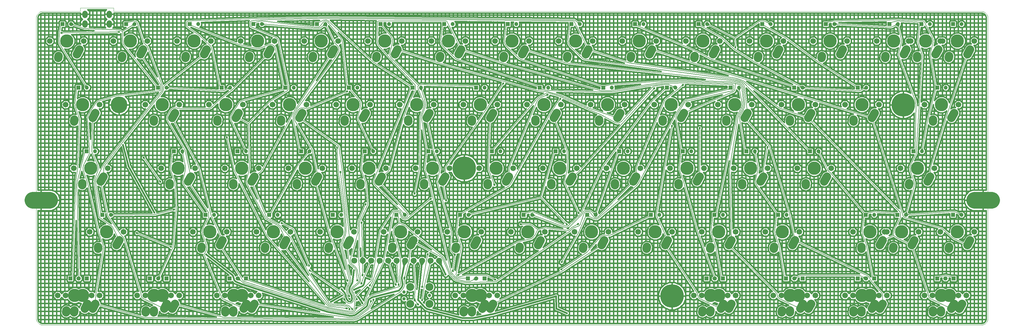
<source format=gtl>
%FSLAX46Y46*%
%OFA0.000000B0.000000*%
%SFA1B1*%
%MOMM*%
%AMFRECTNOHOLE10*
21,1,1.2000,1.2000,0.0000,0.0000,0*
%
%ADD10FRECTNOHOLE10*%
%ADD11C,0.0000X0.0000*%
%ADD12C,0.4000X0.0000*%
%ADD13C,0.3810X0.0000*%
%ADD14C,0.5080X0.0000*%
%ADD15C,0.1524X0.0000*%
%ADD16C,0.6096X0.0000*%
%ADD17C,7.0002X0.0000*%
%ADD18C,5.0012X0.0000*%
%ADD19C,0.9906X0.0000*%
%ADD20C,2.3748X0.0000*%
%ADD21C,3.9878X0.0000*%
%ADD22C,1.7018X0.0000*%
%ADD23C,2.5000X0.0000*%
%ADD24C,1.6500X0.0000*%
%ADD25C,1.2000X0.0000*%
%ADD26C,1.8000X0.0000*%
%LNIC60-F_Cu*%
%LPD*%
G54D10*
X327342000Y-68740000D3*
X337026000Y-144940000D3*
X313214000Y-144940000D3*
X291782000Y-144940000D3*
X267970000Y-144940000D3*
X196532000Y-144940000D3*
X125095000Y-144940000D3*
X101282000Y-144940000D3*
X77470000Y-144940000D3*
X320199000Y-125889000D3*
X332105000Y-144940000D3*
X308292000Y-144940000D3*
X286861000Y-144940000D3*
X263049000Y-144940000D3*
X191611000Y-144940000D3*
X120174000Y-144940000D3*
X96361200Y-144940000D3*
X72548800Y-144940000D3*
X336868000Y-125889000D3*
X310674000Y-125889000D3*
X284480000Y-125889000D3*
X265430000Y-125889000D3*
X246380000Y-125889000D3*
X227330000Y-125889000D3*
X208280000Y-125889000D3*
X189230000Y-125889000D3*
X170180000Y-125889000D3*
X151130000Y-125889000D3*
X132080000Y-125889000D3*
X113030000Y-125889000D3*
X82073800Y-125889000D3*
X324962000Y-106840000D3*
X294006000Y-106840000D3*
X274956000Y-106840000D3*
X255906000Y-106840000D3*
X236856000Y-106840000D3*
X217806000Y-106840000D3*
X198756000Y-106840000D3*
X179706000Y-106840000D3*
X160656000Y-106840000D3*
X141606000Y-106840000D3*
X122556000Y-106840000D3*
X103506000Y-106840000D3*
X77312500Y-106840000D3*
X332105000Y-87790000D3*
X308292000Y-87790000D3*
X289242000Y-87790000D3*
X270192000Y-87790000D3*
X251142000Y-87790000D3*
X232092000Y-87790000D3*
X213042000Y-87790000D3*
X193992000Y-87790000D3*
X174942000Y-87790000D3*
X155892000Y-87790000D3*
X136842000Y-87790000D3*
X117792000Y-87790000D3*
X98742000Y-87790000D3*
X74930000Y-87790000D3*
X336868000Y-68740000D3*
X317818000Y-68740000D3*
X298768000Y-68740000D3*
X279718000Y-68740000D3*
X260668000Y-68740000D3*
X241618000Y-68740000D3*
X222568000Y-68740000D3*
X203518000Y-68740000D3*
X184468000Y-68740000D3*
X165418000Y-68740000D3*
X146368000Y-68740000D3*
X127318000Y-68740000D3*
X108268000Y-68740000D3*
X89217500Y-68740000D3*
X70167500Y-68740000D3*
G54D11*
X345250000Y-158909000D2*
X64325500Y-158909000D1*
X345602000Y-158878000D2*
X345250000Y-158909000D1*
X345944000Y-158786000D2*
X345602000Y-158878000D1*
X346266000Y-158637000D2*
X345944000Y-158786000D1*
X346556000Y-158433000D2*
X346266000Y-158637000D1*
X346806000Y-158183000D2*
X346556000Y-158433000D1*
X347009000Y-157893000D2*
X346806000Y-158183000D1*
X347159000Y-157572000D2*
X347009000Y-157893000D1*
X347251000Y-157230000D2*
X347159000Y-157572000D1*
X347282000Y-156877000D2*
X347251000Y-157230000D1*
X347282000Y-66960800D2*
X347282000Y-156877000D1*
X347251000Y-66607900D2*
X347282000Y-66960800D1*
X347159000Y-66265800D2*
X347251000Y-66607900D1*
X347009000Y-65944800D2*
X347159000Y-66265800D1*
X346806000Y-65654600D2*
X347009000Y-65944800D1*
X346556000Y-65404100D2*
X346806000Y-65654600D1*
X346266000Y-65201000D2*
X346556000Y-65404100D1*
X345944000Y-65051300D2*
X346266000Y-65201000D1*
X345602000Y-64959600D2*
X345944000Y-65051300D1*
X345250000Y-64928800D2*
X345602000Y-64959600D1*
X85510000Y-64928800D2*
X345250000Y-64928800D1*
X85510000Y-63920000D2*
X85510000Y-64928800D1*
X75510000Y-63920000D2*
X85510000Y-63920000D1*
X75510000Y-64928800D2*
X75510000Y-63920000D1*
X64325500Y-64928800D2*
X75510000Y-64928800D1*
X63972600Y-64959600D2*
X64325500Y-64928800D1*
X63630500Y-65051300D2*
X63972600Y-64959600D1*
X63309500Y-65201000D2*
X63630500Y-65051300D1*
X63019400Y-65404100D2*
X63309500Y-65201000D1*
X62768900Y-65654600D2*
X63019400Y-65404100D1*
X62565700Y-65944800D2*
X62768900Y-65654600D1*
X62416000Y-66265800D2*
X62565700Y-65944800D1*
X62324400Y-66607900D2*
X62416000Y-66265800D1*
X62293500Y-66960800D2*
X62324400Y-66607900D1*
X62293500Y-156877000D2*
X62293500Y-66960800D1*
X62324400Y-157230000D2*
X62293500Y-156877000D1*
X62416000Y-157572000D2*
X62324400Y-157230000D1*
X62565700Y-157893000D2*
X62416000Y-157572000D1*
X62768900Y-158183000D2*
X62565700Y-157893000D1*
X63019400Y-158433000D2*
X62768900Y-158183000D1*
X63309500Y-158637000D2*
X63019400Y-158433000D1*
X63630500Y-158786000D2*
X63309500Y-158637000D1*
X63972600Y-158878000D2*
X63630500Y-158786000D1*
X64325500Y-158909000D2*
X63972600Y-158878000D1*
G54D12*
X86624200Y-71710400D2*
X86455800Y-71624600D1*
X86756900Y-71843100D2*
X86624200Y-71710400D1*
X86884700Y-71843100D2*
X86756900Y-71843100D1*
X86914100Y-71858100D2*
X86884700Y-71843100D1*
X86960300Y-71843100D2*
X86914100Y-71858100D1*
X87364500Y-71843100D2*
X86960300Y-71843100D1*
X87620900Y-71586700D2*
X87364500Y-71843100D1*
X87685000Y-73897800D2*
X87620900Y-71586700D1*
X87690000Y-74082300D2*
X87685000Y-73897800D1*
X87690500Y-74102600D2*
X87690000Y-74082300D1*
X87695000Y-74143800D2*
X87690500Y-74102600D1*
X87698800Y-74163700D2*
X87695000Y-74143800D1*
X87769200Y-74531000D2*
X87698800Y-74163700D1*
X87773000Y-74550900D2*
X87769200Y-74531000D1*
X87784100Y-74590800D2*
X87773000Y-74550900D1*
X87791100Y-74609800D2*
X87784100Y-74590800D1*
X87919800Y-74960800D2*
X87791100Y-74609800D1*
X87926800Y-74979800D2*
X87919800Y-74960800D1*
X87943700Y-75016700D2*
X87926800Y-74979800D1*
X87953900Y-75034700D2*
X87943700Y-75016700D1*
X88135500Y-75357100D2*
X87953900Y-75034700D1*
X88145400Y-75374800D2*
X88135500Y-75357100D1*
X88168100Y-75408400D2*
X88145400Y-75374800D1*
X88180900Y-75424500D2*
X88168100Y-75408400D1*
X88298200Y-75571300D2*
X88180900Y-75424500D1*
X97713400Y-87340300D2*
X88298200Y-75571300D1*
X97713400Y-87367500D2*
X97713400Y-87340300D1*
X97713400Y-87399100D2*
X97713400Y-87367500D1*
X97713400Y-88375200D2*
X97713400Y-87399100D1*
X86733200Y-89631900D2*
X97713400Y-88375200D1*
X86620700Y-89644700D2*
X86733200Y-89631900D1*
X86610200Y-89645900D2*
X86620700Y-89644700D1*
X86590200Y-89649000D2*
X86610200Y-89645900D1*
X86579800Y-89651100D2*
X86590200Y-89649000D1*
X86353900Y-89695800D2*
X86579800Y-89651100D1*
X86343500Y-89697900D2*
X86353900Y-89695800D1*
X86323800Y-89702600D2*
X86343500Y-89697900D1*
X86313700Y-89705500D2*
X86323800Y-89702600D1*
X86200600Y-89737700D2*
X86313700Y-89705500D1*
X80824400Y-91273100D2*
X86200600Y-89737700D1*
X80632200Y-91327800D2*
X80824400Y-91273100D1*
X80590600Y-91339600D2*
X80632200Y-91327800D1*
X80511800Y-91377600D2*
X80590600Y-91339600D1*
X80476500Y-91402900D2*
X80511800Y-91377600D1*
X80150100Y-91636600D2*
X80476500Y-91402900D1*
X80114900Y-91661800D2*
X80150100Y-91636600D1*
X80053600Y-91724100D2*
X80114900Y-91661800D1*
X80029000Y-91759600D2*
X80053600Y-91724100D1*
X79914200Y-91925400D2*
X80029000Y-91759600D1*
X78315400Y-94238600D2*
X79914200Y-91925400D1*
X78292700Y-94271600D2*
X78315400Y-94238600D1*
X78279400Y-94291900D2*
X78292700Y-94271600D1*
X78239300Y-94356500D2*
X78279400Y-94291900D1*
X78226700Y-94378000D2*
X78239300Y-94356500D1*
X78208300Y-94411200D2*
X78226700Y-94378000D1*
X77398800Y-95871600D2*
X78208300Y-94411200D1*
X77291300Y-96065400D2*
X77398800Y-95871600D1*
X77273800Y-96097000D2*
X77291300Y-96065400D1*
X77248300Y-96163800D2*
X77273800Y-96097000D1*
X77240300Y-96199000D2*
X77248300Y-96163800D1*
X77142100Y-96633400D2*
X77240300Y-96199000D1*
X77134100Y-96668700D2*
X77142100Y-96633400D1*
X77128400Y-96740000D2*
X77134100Y-96668700D1*
X77130700Y-96775900D2*
X77128400Y-96740000D1*
X77144300Y-96996600D2*
X77130700Y-96775900D1*
X77685800Y-105811400D2*
X77144300Y-96996600D1*
X76890000Y-105811400D2*
X77685800Y-105811400D1*
X76712500Y-105811400D2*
X76890000Y-105811400D1*
X76535000Y-105811400D2*
X76712500Y-105811400D1*
X76283900Y-106062500D2*
X76535000Y-105811400D1*
X76283900Y-106240000D2*
X76283900Y-106062500D1*
X76283900Y-106417500D2*
X76283900Y-106240000D1*
X76283900Y-107154700D2*
X76283900Y-106417500D1*
X76283900Y-107263800D2*
X76283900Y-107154700D1*
X76283900Y-107363800D2*
X76283900Y-107263800D1*
X76283900Y-107385800D2*
X76283900Y-107363800D1*
X75173800Y-111693800D2*
X76283900Y-107385800D1*
X75758200Y-97455200D2*
X75173800Y-111693800D1*
X75764300Y-97306500D2*
X75758200Y-97455200D1*
X75765300Y-97282700D2*
X75764300Y-97306500D1*
X75762700Y-97234300D2*
X75765300Y-97282700D1*
X75759100Y-97210600D2*
X75762700Y-97234300D1*
X75714900Y-96917200D2*
X75759100Y-97210600D1*
X75711400Y-96893700D2*
X75714900Y-96917200D1*
X75699600Y-96846600D2*
X75711400Y-96893700D1*
X75691600Y-96824100D2*
X75699600Y-96846600D1*
X75642800Y-96686000D2*
X75691600Y-96824100D1*
X75054800Y-95017700D2*
X75642800Y-96686000D1*
X75718100Y-95292500D2*
X75054800Y-95017700D1*
X76681900Y-95292500D2*
X75718100Y-95292500D1*
X77572200Y-94923700D2*
X76681900Y-95292500D1*
X78253700Y-94242200D2*
X77572200Y-94923700D1*
X78622500Y-93351900D2*
X78253700Y-94242200D1*
X78622500Y-92388100D2*
X78622500Y-93351900D1*
X78253700Y-91497800D2*
X78622500Y-92388100D1*
X77572200Y-90816300D2*
X78253700Y-91497800D1*
X76681900Y-90447500D2*
X77572200Y-90816300D1*
X75718100Y-90447500D2*
X76681900Y-90447500D1*
X74827800Y-90816300D2*
X75718100Y-90447500D1*
X74607100Y-91037000D2*
X74827800Y-90816300D1*
X74865100Y-88818600D2*
X74607100Y-91037000D1*
X75530000Y-88818600D2*
X74865100Y-88818600D1*
X75707500Y-88818600D2*
X75530000Y-88818600D1*
X75958600Y-88567500D2*
X75707500Y-88818600D1*
X75958600Y-88390000D2*
X75958600Y-88567500D1*
X75958600Y-87190000D2*
X75958600Y-88390000D1*
X75958600Y-87012500D2*
X75958600Y-87190000D1*
X75707500Y-86761400D2*
X75958600Y-87012500D1*
X75530000Y-86761400D2*
X75707500Y-86761400D1*
X74507500Y-86761400D2*
X75530000Y-86761400D1*
X74330000Y-86761400D2*
X74507500Y-86761400D1*
X74152500Y-86761400D2*
X74330000Y-86761400D1*
X73901400Y-87012500D2*
X74152500Y-86761400D1*
X73901400Y-87190000D2*
X73901400Y-87012500D1*
X73901400Y-87367500D2*
X73901400Y-87190000D1*
X73901400Y-88213800D2*
X73901400Y-87367500D1*
X73901400Y-88313800D2*
X73901400Y-88213800D1*
X73901400Y-88365400D2*
X73901400Y-88313800D1*
X73415200Y-92546100D2*
X73901400Y-88365400D1*
X73384900Y-92806200D2*
X73415200Y-92546100D1*
X73381600Y-92835100D2*
X73384900Y-92806200D1*
X73381500Y-92892400D2*
X73381600Y-92835100D1*
X73384600Y-92920600D2*
X73381500Y-92892400D1*
X73442700Y-93441200D2*
X73384600Y-92920600D1*
X73445800Y-93469300D2*
X73442700Y-93441200D1*
X73458500Y-93525200D2*
X73445800Y-93469300D1*
X73468200Y-93552600D2*
X73458500Y-93525200D1*
X73555800Y-93801900D2*
X73468200Y-93552600D1*
X74249000Y-95768600D2*
X73555800Y-93801900D1*
X74150200Y-95719400D2*
X74249000Y-95768600D1*
X73484000Y-95672900D2*
X74150200Y-95719400D1*
X72850800Y-95884900D2*
X73484000Y-95672900D1*
X72346800Y-96323000D2*
X72850800Y-95884900D1*
X72048900Y-96920700D2*
X72346800Y-96323000D1*
X71962000Y-98165500D2*
X72048900Y-96920700D1*
X72174000Y-98798700D2*
X71962000Y-98165500D1*
X72612100Y-99302700D2*
X72174000Y-98798700D1*
X73209800Y-99600600D2*
X72612100Y-99302700D1*
X73876000Y-99647100D2*
X73209800Y-99600600D1*
X74509200Y-99435100D2*
X73876000Y-99647100D1*
X74672300Y-99293400D2*
X74509200Y-99435100D1*
X74199700Y-110807700D2*
X74672300Y-99293400D1*
X74032500Y-110640500D2*
X74199700Y-110807700D1*
X72972500Y-110640500D2*
X74032500Y-110640500D1*
X72223000Y-111390000D2*
X72972500Y-110640500D1*
X72223000Y-112450000D2*
X72223000Y-111390000D1*
X72972500Y-113199500D2*
X72223000Y-112450000D1*
X74006500Y-113199500D2*
X72972500Y-113199500D1*
X73658800Y-116133500D2*
X74006500Y-113199500D1*
X73657500Y-116145800D2*
X73658800Y-116133500D1*
X73648800Y-116238700D2*
X73657500Y-116145800D1*
X73647800Y-116250600D2*
X73648800Y-116238700D1*
X73607400Y-116829200D2*
X73647800Y-116250600D1*
X73606900Y-116837500D2*
X73607400Y-116829200D1*
X73603600Y-116899300D2*
X73606900Y-116837500D1*
X73603300Y-116907200D2*
X73603600Y-116899300D1*
X72583700Y-143911400D2*
X73603300Y-116907200D1*
X72126300Y-143911400D2*
X72583700Y-143911400D1*
X71948800Y-143911400D2*
X72126300Y-143911400D1*
X71771300Y-143911400D2*
X71948800Y-143911400D1*
X71520200Y-144162500D2*
X71771300Y-143911400D1*
X71520200Y-144340000D2*
X71520200Y-144162500D1*
X71520200Y-144517500D2*
X71520200Y-144340000D1*
X71520200Y-145540000D2*
X71520200Y-144517500D1*
X71520200Y-145717500D2*
X71520200Y-145540000D1*
X71771300Y-145968600D2*
X71520200Y-145717500D1*
X71948800Y-145968600D2*
X71771300Y-145968600D1*
X73148800Y-145968600D2*
X71948800Y-145968600D1*
X73326300Y-145968600D2*
X73148800Y-145968600D1*
X73577400Y-145717500D2*
X73326300Y-145968600D1*
X73577400Y-145540000D2*
X73577400Y-145717500D1*
X73577400Y-144516200D2*
X73577400Y-145540000D1*
X73577400Y-144416200D2*
X73577400Y-144516200D1*
X73577400Y-144357400D2*
X73577400Y-144416200D1*
X73577400Y-144356100D2*
X73577400Y-144357400D1*
X73577400Y-144354500D2*
X73577400Y-144356100D1*
X73577400Y-144340000D2*
X73577400Y-144354500D1*
X74210200Y-127588600D2*
X73577400Y-144340000D1*
X74561800Y-143911400D2*
X74210200Y-127588600D1*
X74503900Y-143911400D2*
X74561800Y-143911400D1*
X73901400Y-144513900D2*
X74503900Y-143911400D1*
X73901400Y-145366100D2*
X73901400Y-144513900D1*
X74503900Y-145968600D2*
X73901400Y-145366100D1*
X74662700Y-145968600D2*
X74503900Y-145968600D1*
X75356100Y-145968600D2*
X74662700Y-145968600D1*
X75514900Y-145968600D2*
X75356100Y-145968600D1*
X76117400Y-145366100D2*
X75514900Y-145968600D1*
X76117400Y-144513900D2*
X76117400Y-145366100D1*
X75572900Y-143969400D2*
X76117400Y-144513900D1*
X75021500Y-118366100D2*
X75572900Y-143969400D1*
X75592300Y-118650600D2*
X75021500Y-118366100D1*
X76258500Y-118697100D2*
X75592300Y-118650600D1*
X76891700Y-118485100D2*
X76258500Y-118697100D1*
X77395700Y-118047000D2*
X76891700Y-118485100D1*
X77487600Y-117862600D2*
X77395700Y-118047000D1*
X80609900Y-131590300D2*
X77487600Y-117862600D1*
X80624100Y-131653000D2*
X80609900Y-131590300D1*
X80631400Y-131681400D2*
X80624100Y-131653000D1*
X80668100Y-131808600D2*
X80631400Y-131681400D1*
X80676800Y-131835900D2*
X80668100Y-131808600D1*
X80699400Y-131900300D2*
X80676800Y-131835900D1*
X81392800Y-133867600D2*
X80699400Y-131900300D1*
X81294000Y-133818400D2*
X81392800Y-133867600D1*
X80627800Y-133771900D2*
X81294000Y-133818400D1*
X79994600Y-133983900D2*
X80627800Y-133771900D1*
X79490600Y-134422000D2*
X79994600Y-133983900D1*
X79192700Y-135019700D2*
X79490600Y-134422000D1*
X79105800Y-136264500D2*
X79192700Y-135019700D1*
X79317800Y-136897700D2*
X79105800Y-136264500D1*
X79755900Y-137401700D2*
X79317800Y-136897700D1*
X80353600Y-137699600D2*
X79755900Y-137401700D1*
X81019800Y-137746100D2*
X80353600Y-137699600D1*
X81624500Y-137543600D2*
X81019800Y-137746100D1*
X79752900Y-149064600D2*
X81624500Y-137543600D1*
X79428800Y-148740500D2*
X79752900Y-149064600D1*
X78368800Y-148740500D2*
X79428800Y-148740500D1*
X78314600Y-148794700D2*
X78368800Y-148740500D1*
X78253700Y-148647800D2*
X78314600Y-148794700D1*
X77572200Y-147966300D2*
X78253700Y-148647800D1*
X76681900Y-147597500D2*
X77572200Y-147966300D1*
X75718100Y-147597500D2*
X76681900Y-147597500D1*
X75009400Y-147891100D2*
X75718100Y-147597500D1*
X74300700Y-147597500D2*
X75009400Y-147891100D1*
X73336900Y-147597500D2*
X74300700Y-147597500D1*
X72446600Y-147966300D2*
X73336900Y-147597500D1*
X71765100Y-148647800D2*
X72446600Y-147966300D1*
X71704200Y-148794700D2*
X71765100Y-148647800D1*
X71650000Y-148740500D2*
X71704200Y-148794700D1*
X70590000Y-148740500D2*
X71650000Y-148740500D1*
X69929400Y-149401100D2*
X70590000Y-148740500D1*
X69268800Y-148740500D2*
X69929400Y-149401100D1*
X68208800Y-148740500D2*
X69268800Y-148740500D1*
X67459300Y-149490000D2*
X68208800Y-148740500D1*
X67459300Y-150550000D2*
X67459300Y-149490000D1*
X68208800Y-151299500D2*
X67459300Y-150550000D1*
X69268800Y-151299500D2*
X68208800Y-151299500D1*
X69929400Y-150638900D2*
X69268800Y-151299500D1*
X70590000Y-151299500D2*
X69929400Y-150638900D1*
X71650000Y-151299500D2*
X70590000Y-151299500D1*
X71704200Y-151245300D2*
X71650000Y-151299500D1*
X71765100Y-151392200D2*
X71704200Y-151245300D1*
X72446600Y-152073700D2*
X71765100Y-151392200D1*
X73336900Y-152442500D2*
X72446600Y-152073700D1*
X74300700Y-152442500D2*
X73336900Y-152442500D1*
X75009400Y-152148900D2*
X74300700Y-152442500D1*
X75718100Y-152442500D2*
X75009400Y-152148900D1*
X75774300Y-152442500D2*
X75718100Y-152442500D1*
X75189000Y-153498500D2*
X75774300Y-152442500D1*
X75171200Y-153654300D2*
X75189000Y-153498500D1*
X74747900Y-153167300D2*
X75171200Y-153654300D1*
X74150200Y-152869400D2*
X74747900Y-153167300D1*
X73484000Y-152822900D2*
X74150200Y-152869400D1*
X72850800Y-153034900D2*
X73484000Y-152822900D1*
X72509500Y-153331600D2*
X72850800Y-153034900D1*
X72366700Y-153167300D2*
X72509500Y-153331600D1*
X71769000Y-152869400D2*
X72366700Y-153167300D1*
X71102800Y-152822900D2*
X71769000Y-152869400D1*
X70469600Y-153034900D2*
X71102800Y-152822900D1*
X69965600Y-153473000D2*
X70469600Y-153034900D1*
X69667700Y-154070700D2*
X69965600Y-153473000D1*
X69580800Y-155315500D2*
X69667700Y-154070700D1*
X69792800Y-155948700D2*
X69580800Y-155315500D1*
X70230900Y-156452700D2*
X69792800Y-155948700D1*
X70828600Y-156750600D2*
X70230900Y-156452700D1*
X71494800Y-156797100D2*
X70828600Y-156750600D1*
X72128000Y-156585100D2*
X71494800Y-156797100D1*
X72469300Y-156288400D2*
X72128000Y-156585100D1*
X72612100Y-156452700D2*
X72469300Y-156288400D1*
X73209800Y-156750600D2*
X72612100Y-156452700D1*
X73876000Y-156797100D2*
X73209800Y-156750600D1*
X74509200Y-156585100D2*
X73876000Y-156797100D1*
X75013200Y-156147000D2*
X74509200Y-156585100D1*
X75311100Y-155549300D2*
X75013200Y-156147000D1*
X75357800Y-154879900D2*
X75311100Y-155549300D1*
X75713200Y-155326600D2*
X75357800Y-154879900D1*
X76297200Y-155650300D2*
X75713200Y-155326600D1*
X76960700Y-155725900D2*
X76297200Y-155650300D1*
X77602700Y-155541800D2*
X76960700Y-155725900D1*
X78008700Y-155218900D2*
X77602700Y-155541800D1*
X78094400Y-155326600D2*
X78008700Y-155218900D1*
X78678400Y-155650300D2*
X78094400Y-155326600D1*
X79341900Y-155725900D2*
X78678400Y-155650300D1*
X79983900Y-155541800D2*
X79341900Y-155725900D1*
X80506500Y-155126100D2*
X79983900Y-155541800D1*
X81423100Y-153472400D2*
X80506500Y-155126100D1*
X94544200Y-157085100D2*
X81423100Y-153472400D1*
X94638300Y-157111000D2*
X94544200Y-157085100D1*
X94653600Y-157115200D2*
X94638300Y-157111000D1*
X94685500Y-157121900D2*
X94653600Y-157115200D1*
X94701000Y-157124100D2*
X94685500Y-157121900D1*
X94897400Y-157152200D2*
X94701000Y-157124100D1*
X94913100Y-157154500D2*
X94897400Y-157152200D1*
X94944700Y-157157000D2*
X94913100Y-157154500D1*
X94961100Y-157157200D2*
X94944700Y-157157000D1*
X95058300Y-157158700D2*
X94961100Y-157157200D1*
X118864700Y-157539800D2*
X95058300Y-157158700D1*
X118868300Y-157539900D2*
X118864700Y-157539800D1*
X118879400Y-157540000D2*
X118868300Y-157539900D1*
X156925600Y-157930500D2*
X118879400Y-157540000D1*
X157158700Y-157932800D2*
X156925600Y-157930500D1*
X157176300Y-157933000D2*
X157158700Y-157932800D1*
X157212400Y-157930800D2*
X157176300Y-157933000D1*
X157230100Y-157928400D2*
X157212400Y-157930800D1*
X157686600Y-157867800D2*
X157230100Y-157928400D1*
X157704100Y-157865500D2*
X157686600Y-157867800D1*
X157739500Y-157858200D2*
X157704100Y-157865500D1*
X157756500Y-157853500D2*
X157739500Y-157858200D1*
X158199900Y-157729200D2*
X157756500Y-157853500D1*
X158216900Y-157724500D2*
X158199900Y-157729200D1*
X158250900Y-157712300D2*
X158216900Y-157724500D1*
X158267500Y-157704900D2*
X158250900Y-157712300D1*
X158694000Y-157516600D2*
X158267500Y-157704900D1*
X158710100Y-157509500D2*
X158694000Y-157516600D1*
X158742100Y-157492600D2*
X158710100Y-157509500D1*
X158757300Y-157483100D2*
X158742100Y-157492600D1*
X158952200Y-157361500D2*
X158757300Y-157483100D1*
X171469900Y-149553600D2*
X158952200Y-157361500D1*
X171515900Y-149524900D2*
X171469900Y-149553600D1*
X171535300Y-149512800D2*
X171515900Y-149524900D1*
X171571200Y-149485600D2*
X171535300Y-149512800D1*
X171574200Y-149482800D2*
X171571200Y-149485600D1*
X172019300Y-149927900D2*
X171574200Y-149482800D1*
X172784700Y-149927900D2*
X172019300Y-149927900D1*
X173325900Y-149386700D2*
X172784700Y-149927900D1*
X173325900Y-148784400D2*
X173325900Y-149386700D1*
X173391600Y-148850100D2*
X173325900Y-148784400D1*
X173985500Y-149096100D2*
X173391600Y-148850100D1*
X174628500Y-149096100D2*
X173985500Y-149096100D1*
X175222400Y-148850100D2*
X174628500Y-149096100D1*
X175123300Y-150743800D2*
X175222400Y-148850100D1*
X175012700Y-150928100D2*
X175123300Y-150743800D1*
X174889000Y-151051800D2*
X175012700Y-150928100D1*
X174628500Y-150943900D2*
X174889000Y-151051800D1*
X173985500Y-150943900D2*
X174628500Y-150943900D1*
X173391600Y-151189900D2*
X173985500Y-150943900D1*
X173325900Y-151255600D2*
X173391600Y-151189900D1*
X173325900Y-150653300D2*
X173325900Y-151255600D1*
X172784700Y-150112100D2*
X173325900Y-150653300D1*
X172019300Y-150112100D2*
X172784700Y-150112100D1*
X171478100Y-150653300D2*
X172019300Y-150112100D1*
X171478100Y-151418700D2*
X171478100Y-150653300D1*
X172019300Y-151959900D2*
X171478100Y-151418700D1*
X172784700Y-151959900D2*
X172019300Y-151959900D1*
X172821600Y-151923000D2*
X172784700Y-151959900D1*
X172690900Y-152238500D2*
X172821600Y-151923000D1*
X172690900Y-152881500D2*
X172690900Y-152238500D1*
X172936900Y-153475400D2*
X172690900Y-152881500D1*
X173391600Y-153930100D2*
X172936900Y-153475400D1*
X173985500Y-154176100D2*
X173391600Y-153930100D1*
X174628500Y-154176100D2*
X173985500Y-154176100D1*
X175222400Y-153930100D2*
X174628500Y-154176100D1*
X175677100Y-153475400D2*
X175222400Y-153930100D1*
X175923100Y-152881500D2*
X175677100Y-153475400D1*
X175923100Y-152730400D2*
X175923100Y-152881500D1*
X175938600Y-152815900D2*
X175923100Y-152730400D1*
X175938600Y-153053800D2*
X175938600Y-152815900D1*
X176368200Y-153483400D2*
X175938600Y-153053800D1*
X176975800Y-153483400D2*
X176368200Y-153483400D1*
X177324300Y-153134900D2*
X176975800Y-153483400D1*
X178315300Y-154179400D2*
X177324300Y-153134900D1*
X178478900Y-154351800D2*
X178315300Y-154179400D1*
X178511700Y-154386400D2*
X178478900Y-154351800D1*
X178587400Y-154446600D2*
X178511700Y-154386400D1*
X178629500Y-154471200D2*
X178587400Y-154446600D1*
X179039900Y-154711100D2*
X178629500Y-154471200D1*
X179082200Y-154735800D2*
X179039900Y-154711100D1*
X179171700Y-154772200D2*
X179082200Y-154735800D1*
X179218200Y-154783800D2*
X179171700Y-154772200D1*
X179447200Y-154841300D2*
X179218200Y-154783800D1*
X189749900Y-157441200D2*
X179447200Y-154841300D1*
X189852100Y-157467000D2*
X189749900Y-157441200D1*
X189872900Y-157472300D2*
X189852100Y-157467000D1*
X189913900Y-157480000D2*
X189872900Y-157472300D1*
X189935200Y-157482700D2*
X189913900Y-157480000D1*
X190148600Y-157509300D2*
X189935200Y-157482700D1*
X190169900Y-157511900D2*
X190148600Y-157509300D1*
X190211500Y-157514500D2*
X190169900Y-157511900D1*
X190232400Y-157514500D2*
X190211500Y-157514500D1*
X190340800Y-157514600D2*
X190232400Y-157514500D1*
X192722600Y-157514600D2*
X190340800Y-157514600D1*
X192807300Y-157514500D2*
X192722600Y-157514600D1*
X192824000Y-157514500D2*
X192807300Y-157514500D1*
X192856100Y-157512900D2*
X192824000Y-157514500D1*
X192872500Y-157511300D2*
X192856100Y-157512900D1*
X193038200Y-157495200D2*
X192872500Y-157511300D1*
X193054800Y-157493600D2*
X193038200Y-157495200D1*
X193086600Y-157488900D2*
X193054800Y-157493600D1*
X193103200Y-157485700D2*
X193086600Y-157488900D1*
X193184000Y-157469900D2*
X193103200Y-157485700D1*
X198723900Y-156391000D2*
X193184000Y-157469900D1*
X198758900Y-156384200D2*
X198723900Y-156391000D1*
X198787900Y-156377900D2*
X198758900Y-156384200D1*
X198858500Y-156361000D2*
X198787900Y-156377900D1*
X198884200Y-156354400D2*
X198858500Y-156361000D1*
X198918100Y-156344900D2*
X198884200Y-156354400D1*
X217314900Y-151154400D2*
X198918100Y-156344900D1*
X217409000Y-153623800D2*
X217314900Y-151154400D1*
X217371600Y-153661200D2*
X217409000Y-153623800D1*
X217371600Y-153940800D2*
X217371600Y-153661200D1*
X217366300Y-153953000D2*
X217371600Y-153940800D1*
X217371600Y-153966400D2*
X217366300Y-153953000D1*
X217371600Y-154268800D2*
X217371600Y-153966400D1*
X217569100Y-154466300D2*
X217371600Y-154268800D1*
X217574100Y-154478900D2*
X217569100Y-154466300D1*
X217587500Y-154484700D2*
X217574100Y-154478900D1*
X217801200Y-154698400D2*
X217587500Y-154484700D1*
X218080600Y-154698400D2*
X217801200Y-154698400D1*
X220716400Y-155840600D2*
X218080600Y-154698400D1*
X220930200Y-156054400D2*
X220716400Y-155840600D1*
X221209800Y-156054400D2*
X220930200Y-156054400D1*
X221222000Y-156059700D2*
X221209800Y-156054400D1*
X221235400Y-156054400D2*
X221222000Y-156059700D1*
X221537800Y-156054400D2*
X221235400Y-156054400D1*
X221735300Y-155856900D2*
X221537800Y-156054400D1*
X221747900Y-155851900D2*
X221735300Y-155856900D1*
X221753700Y-155838500D2*
X221747900Y-155851900D1*
X221967400Y-155624800D2*
X221753700Y-155838500D1*
X221967400Y-155345200D2*
X221967400Y-155624800D1*
X221972700Y-155333000D2*
X221967400Y-155345200D1*
X221967400Y-155319600D2*
X221972700Y-155333000D1*
X221967400Y-155017200D2*
X221967400Y-155319600D1*
X221769900Y-154819700D2*
X221967400Y-155017200D1*
X221764900Y-154807100D2*
X221769900Y-154819700D1*
X221751500Y-154801300D2*
X221764900Y-154807100D1*
X221537800Y-154587600D2*
X221751500Y-154801300D1*
X221258400Y-154587600D2*
X221537800Y-154587600D1*
X218770800Y-153509600D2*
X221258400Y-154587600D1*
X218660000Y-150603200D2*
X218770800Y-153509600D1*
X218697400Y-150565800D2*
X218660000Y-150603200D1*
X218697400Y-149958200D2*
X218697400Y-150565800D1*
X218267800Y-149528600D2*
X218697400Y-149958200D1*
X217660200Y-149528600D2*
X218267800Y-149528600D1*
X217507200Y-149681600D2*
X217660200Y-149528600D1*
X199820400Y-154671700D2*
X217507200Y-149681600D1*
X200701800Y-153081500D2*
X199820400Y-154671700D1*
X200777400Y-152418000D2*
X200701800Y-153081500D1*
X200750900Y-152325500D2*
X200777400Y-152418000D1*
X219944700Y-143266900D2*
X200750900Y-152325500D1*
X219945900Y-143266300D2*
X219944700Y-143266900D1*
X219966100Y-143256700D2*
X219945900Y-143266300D1*
X219997100Y-143240600D2*
X219966100Y-143256700D1*
X220035100Y-143219200D2*
X219997100Y-143240600D1*
X220042800Y-143214900D2*
X220035100Y-143219200D1*
X220058600Y-143205200D2*
X220042800Y-143214900D1*
X220066300Y-143200100D2*
X220058600Y-143205200D1*
X220084100Y-143188300D2*
X220066300Y-143200100D1*
X230519000Y-136290200D2*
X220084100Y-143188300D1*
X231078400Y-136600300D2*
X230519000Y-136290200D1*
X231741900Y-136675900D2*
X231078400Y-136600300D1*
X232383900Y-136491800D2*
X231741900Y-136675900D1*
X232906500Y-136076100D2*
X232383900Y-136491800D1*
X234039800Y-134031500D2*
X232906500Y-136076100D1*
X234115400Y-133368000D2*
X234039800Y-134031500D1*
X233931300Y-132726000D2*
X234115400Y-133368000D1*
X233849700Y-132623500D2*
X233931300Y-132726000D1*
X234096000Y-132587500D2*
X233849700Y-132623500D1*
X234134400Y-132581900D2*
X234096000Y-132587500D1*
X234207900Y-132559400D2*
X234134400Y-132581900D1*
X234243000Y-132542400D2*
X234207900Y-132559400D1*
X234402900Y-132465000D2*
X234243000Y-132542400D1*
X245878200Y-126917600D2*
X234402900Y-132465000D1*
X245957100Y-126917600D2*
X245878200Y-126917600D1*
X245989100Y-126917600D2*
X245957100Y-126917600D1*
X246980000Y-126917600D2*
X245989100Y-126917600D1*
X247157500Y-126917600D2*
X246980000Y-126917600D1*
X247408600Y-126666500D2*
X247157500Y-126917600D1*
X247408600Y-126489000D2*
X247408600Y-126666500D1*
X247408600Y-125289000D2*
X247408600Y-126489000D1*
X247408600Y-125111500D2*
X247408600Y-125289000D1*
X247157500Y-124860400D2*
X247408600Y-125111500D1*
X246980000Y-124860400D2*
X247157500Y-124860400D1*
X245957500Y-124860400D2*
X246980000Y-124860400D1*
X245780000Y-124860400D2*
X245957500Y-124860400D1*
X245602500Y-124860400D2*
X245780000Y-124860400D1*
X245351400Y-125111500D2*
X245602500Y-124860400D1*
X245351400Y-125289000D2*
X245351400Y-125111500D1*
X245351400Y-125466500D2*
X245351400Y-125289000D1*
X245351400Y-126050800D2*
X245351400Y-125466500D1*
X234959500Y-131074500D2*
X245351400Y-126050800D1*
X234959500Y-130440000D2*
X234959500Y-131074500D1*
X234210000Y-129690500D2*
X234959500Y-130440000D1*
X233150000Y-129690500D2*
X234210000Y-129690500D1*
X232400500Y-130440000D2*
X233150000Y-129690500D1*
X232400500Y-131442100D2*
X232400500Y-130440000D1*
X232022800Y-131477100D2*
X232400500Y-131442100D1*
X231991200Y-131480000D2*
X232022800Y-131477100D1*
X231928300Y-131494000D2*
X231991200Y-131480000D1*
X231898600Y-131504700D2*
X231928300Y-131494000D1*
X231526300Y-131638600D2*
X231898600Y-131504700D1*
X231496400Y-131649300D2*
X231526300Y-131638600D1*
X231439000Y-131678600D2*
X231496400Y-131649300D1*
X231412700Y-131696600D2*
X231439000Y-131678600D1*
X231085900Y-131919500D2*
X231412700Y-131696600D1*
X231059700Y-131937400D2*
X231085900Y-131919500D1*
X231011500Y-131980100D2*
X231059700Y-131937400D1*
X230990400Y-132004000D2*
X231011500Y-131980100D1*
X230859200Y-132153900D2*
X230990400Y-132004000D1*
X227767500Y-135691100D2*
X230859200Y-132153900D1*
X227798000Y-135254500D2*
X227767500Y-135691100D1*
X227586000Y-134621300D2*
X227798000Y-135254500D1*
X227147900Y-134117300D2*
X227586000Y-134621300D1*
X226550200Y-133819400D2*
X227147900Y-134117300D1*
X225884000Y-133772900D2*
X226550200Y-133819400D1*
X225250800Y-133984900D2*
X225884000Y-133772900D1*
X224746800Y-134423000D2*
X225250800Y-133984900D1*
X224448900Y-135020700D2*
X224746800Y-134423000D1*
X224362000Y-136265500D2*
X224448900Y-135020700D1*
X224574000Y-136898700D2*
X224362000Y-136265500D1*
X225012100Y-137402700D2*
X224574000Y-136898700D1*
X225526400Y-137659000D2*
X225012100Y-137402700D1*
X219703100Y-141499900D2*
X225526400Y-137659000D1*
X219433500Y-141525600D2*
X219703100Y-141499900D1*
X219165200Y-141525600D2*
X219433500Y-141525600D1*
X218735600Y-141955200D2*
X219165200Y-141525600D1*
X218735600Y-142562800D2*
X218735600Y-141955200D1*
X218843200Y-142670400D2*
X218735600Y-142562800D1*
X201151500Y-151020000D2*
X218843200Y-142670400D1*
X201621500Y-150550000D2*
X201151500Y-151020000D1*
X201621500Y-149490000D2*
X201621500Y-150550000D1*
X200872000Y-148740500D2*
X201621500Y-149490000D1*
X199812000Y-148740500D2*
X200872000Y-148740500D1*
X199151500Y-149401000D2*
X199812000Y-148740500D1*
X198491000Y-148740500D2*
X199151500Y-149401000D1*
X197431000Y-148740500D2*
X198491000Y-148740500D1*
X197376600Y-148794900D2*
X197431000Y-148740500D1*
X197315700Y-148647800D2*
X197376600Y-148794900D1*
X196634200Y-147966300D2*
X197315700Y-148647800D1*
X195743900Y-147597500D2*
X196634200Y-147966300D1*
X194780100Y-147597500D2*
X195743900Y-147597500D1*
X194071500Y-147891000D2*
X194780100Y-147597500D1*
X193362900Y-147597500D2*
X194071500Y-147891000D1*
X192399100Y-147597500D2*
X193362900Y-147597500D1*
X191508800Y-147966300D2*
X192399100Y-147597500D1*
X190827300Y-148647800D2*
X191508800Y-147966300D1*
X190766400Y-148794900D2*
X190827300Y-148647800D1*
X190712000Y-148740500D2*
X190766400Y-148794900D1*
X189652000Y-148740500D2*
X190712000Y-148740500D1*
X188991500Y-149401000D2*
X189652000Y-148740500D1*
X188331000Y-148740500D2*
X188991500Y-149401000D1*
X187271000Y-148740500D2*
X188331000Y-148740500D1*
X186521500Y-149490000D2*
X187271000Y-148740500D1*
X186521500Y-150550000D2*
X186521500Y-149490000D1*
X187271000Y-151299500D2*
X186521500Y-150550000D1*
X188331000Y-151299500D2*
X187271000Y-151299500D1*
X188991500Y-150639000D2*
X188331000Y-151299500D1*
X189652000Y-151299500D2*
X188991500Y-150639000D1*
X190712000Y-151299500D2*
X189652000Y-151299500D1*
X190766400Y-151245100D2*
X190712000Y-151299500D1*
X190827300Y-151392200D2*
X190766400Y-151245100D1*
X191508800Y-152073700D2*
X190827300Y-151392200D1*
X192399100Y-152442500D2*
X191508800Y-152073700D1*
X193362900Y-152442500D2*
X192399100Y-152442500D1*
X194071500Y-152149000D2*
X193362900Y-152442500D1*
X194780100Y-152442500D2*
X194071500Y-152149000D1*
X194836500Y-152442500D2*
X194780100Y-152442500D1*
X194251200Y-153498500D2*
X194836500Y-152442500D1*
X194233400Y-153654500D2*
X194251200Y-153498500D1*
X193809900Y-153167300D2*
X194233400Y-153654500D1*
X193212200Y-152869400D2*
X193809900Y-153167300D1*
X192546000Y-152822900D2*
X193212200Y-152869400D1*
X191912800Y-153034900D2*
X192546000Y-152822900D1*
X191571600Y-153331500D2*
X191912800Y-153034900D1*
X191428900Y-153167300D2*
X191571600Y-153331500D1*
X190831200Y-152869400D2*
X191428900Y-153167300D1*
X190165000Y-152822900D2*
X190831200Y-152869400D1*
X189531800Y-153034900D2*
X190165000Y-152822900D1*
X189027800Y-153473000D2*
X189531800Y-153034900D1*
X188729900Y-154070700D2*
X189027800Y-153473000D1*
X188643000Y-155315500D2*
X188729900Y-154070700D1*
X188803300Y-155794300D2*
X188643000Y-155315500D1*
X181033800Y-153833700D2*
X188803300Y-155794300D1*
X181392100Y-153475400D2*
X181033800Y-153833700D1*
X181638100Y-152881500D2*
X181392100Y-153475400D1*
X181638100Y-152238500D2*
X181638100Y-152881500D1*
X181392100Y-151644600D2*
X181638100Y-152238500D1*
X180937400Y-151189900D2*
X181392100Y-151644600D1*
X180343500Y-150943900D2*
X180937400Y-151189900D1*
X180404700Y-150943900D2*
X180343500Y-150943900D1*
X180945900Y-150402700D2*
X180404700Y-150943900D1*
X180945900Y-149637300D2*
X180945900Y-150402700D1*
X180404700Y-149096100D2*
X180945900Y-149637300D1*
X180343500Y-149096100D2*
X180404700Y-149096100D1*
X180937400Y-148850100D2*
X180343500Y-149096100D1*
X181392100Y-148395400D2*
X180937400Y-148850100D1*
X181638100Y-147801500D2*
X181392100Y-148395400D1*
X181638100Y-147158500D2*
X181638100Y-147801500D1*
X181392100Y-146564600D2*
X181638100Y-147158500D1*
X180937400Y-146109900D2*
X181392100Y-146564600D1*
X180343500Y-145863900D2*
X180937400Y-146109900D1*
X179700500Y-145863900D2*
X180343500Y-145863900D1*
X179358200Y-146005700D2*
X179700500Y-145863900D1*
X180564300Y-140943900D2*
X179358200Y-146005700D1*
X180631500Y-140901600D2*
X180564300Y-140943900D1*
X180922300Y-140901600D2*
X180631500Y-140901600D1*
X181642000Y-140181900D2*
X180922300Y-140901600D1*
X181850500Y-140390400D2*
X181642000Y-140181900D1*
X181854000Y-140424900D2*
X181850500Y-140390400D1*
X182020800Y-140560700D2*
X181854000Y-140424900D1*
X182361700Y-140901600D2*
X182020800Y-140560700D1*
X182439500Y-140901600D2*
X182361700Y-140901600D1*
X183012400Y-141368000D2*
X182439500Y-140901600D1*
X184187600Y-143830100D2*
X183012400Y-141368000D1*
X184187600Y-144085800D2*
X184187600Y-143830100D1*
X184421100Y-144319300D2*
X184187600Y-144085800D1*
X184426800Y-144331200D2*
X184421100Y-144319300D1*
X184436400Y-144334600D2*
X184426800Y-144331200D1*
X184617200Y-144515400D2*
X184436400Y-144334600D1*
X184947500Y-144515400D2*
X184617200Y-144515400D1*
X184959900Y-144519800D2*
X184947500Y-144515400D1*
X184969100Y-144515400D2*
X184959900Y-144519800D1*
X185224800Y-144515400D2*
X184969100Y-144515400D1*
X185458300Y-144281900D2*
X185224800Y-144515400D1*
X185470200Y-144276200D2*
X185458300Y-144281900D1*
X185473600Y-144266600D2*
X185470200Y-144276200D1*
X185654400Y-144085800D2*
X185473600Y-144266600D1*
X185654400Y-144013500D2*
X185654400Y-144085800D1*
X185685900Y-144046900D2*
X185654400Y-144013500D1*
X187001100Y-145438900D2*
X185685900Y-144046900D1*
X187179000Y-145626900D2*
X187001100Y-145438900D1*
X187204500Y-145653800D2*
X187179000Y-145626900D1*
X187262000Y-145699200D2*
X187204500Y-145653800D1*
X187294300Y-145717600D2*
X187262000Y-145699200D1*
X187740500Y-145973900D2*
X187294300Y-145717600D1*
X187772600Y-145992300D2*
X187740500Y-145973900D1*
X187840800Y-146019200D2*
X187772600Y-145992300D1*
X187876900Y-146027700D2*
X187840800Y-146019200D1*
X188126500Y-146086100D2*
X187876900Y-146027700D1*
X190728300Y-146696800D2*
X188126500Y-146086100D1*
X190762300Y-146730800D2*
X190728300Y-146696800D1*
X190957200Y-146730900D2*
X190762300Y-146730800D1*
X190971400Y-146730800D2*
X190957200Y-146730900D1*
X191011000Y-146730800D2*
X190971400Y-146730800D1*
X191220100Y-146730800D2*
X191011000Y-146730800D1*
X192211000Y-146730800D2*
X191220100Y-146730800D1*
X192221200Y-146730700D2*
X192211000Y-146730800D1*
X192250900Y-146730100D2*
X192221200Y-146730700D1*
X192262500Y-146729700D2*
X192250900Y-146730100D1*
X199796800Y-146403400D2*
X192262500Y-146729700D1*
X199882400Y-146399600D2*
X199796800Y-146403400D1*
X199917700Y-146398000D2*
X199882400Y-146399600D1*
X199986200Y-146385300D2*
X199917700Y-146398000D1*
X200019500Y-146374200D2*
X199986200Y-146385300D1*
X200181000Y-146320400D2*
X200019500Y-146374200D1*
X200214500Y-146309200D2*
X200181000Y-146320400D1*
X200276900Y-146278300D2*
X200214500Y-146309200D1*
X200305900Y-146258600D2*
X200276900Y-146278300D1*
X200376600Y-146210400D2*
X200305900Y-146258600D1*
X222240500Y-131278100D2*
X200376600Y-146210400D1*
X222240500Y-131500000D2*
X222240500Y-131278100D1*
X222990000Y-132249500D2*
X222240500Y-131500000D1*
X223537700Y-132249500D2*
X222990000Y-132249500D1*
X219525500Y-139259100D2*
X223537700Y-132249500D1*
X219447000Y-139308600D2*
X219525500Y-139259100D1*
X219355200Y-139308600D2*
X219447000Y-139308600D1*
X219198200Y-139465600D2*
X219355200Y-139308600D1*
X219090800Y-139533400D2*
X219198200Y-139465600D1*
X219079200Y-139584600D2*
X219090800Y-139533400D1*
X218925600Y-139738200D2*
X219079200Y-139584600D1*
X218925600Y-140345800D2*
X218925600Y-139738200D1*
X219355200Y-140775400D2*
X218925600Y-140345800D1*
X219962800Y-140775400D2*
X219355200Y-140775400D1*
X220392400Y-140345800D2*
X219962800Y-140775400D1*
X220392400Y-140051600D2*
X220392400Y-140345800D1*
X220401800Y-139760500D2*
X220392400Y-140051600D1*
X224961400Y-131794700D2*
X220401800Y-139760500D1*
X224975400Y-131770200D2*
X224961400Y-131794700D1*
X224986500Y-131749500D2*
X224975400Y-131770200D1*
X225011300Y-131701000D2*
X224986500Y-131749500D1*
X225022500Y-131677700D2*
X225011300Y-131701000D1*
X225033200Y-131653900D2*
X225022500Y-131677700D1*
X225033800Y-131652500D2*
X225033200Y-131653900D1*
X227173800Y-126917600D2*
X225033800Y-131652500D1*
X227644700Y-126917600D2*
X227173800Y-126917600D1*
X227753800Y-126917600D2*
X227644700Y-126917600D1*
X227835200Y-126917600D2*
X227753800Y-126917600D1*
X229114800Y-127512800D2*
X227835200Y-126917600D1*
X229282800Y-127590900D2*
X229114800Y-127512800D1*
X229315600Y-127606100D2*
X229282800Y-127590900D1*
X229384100Y-127626800D2*
X229315600Y-127606100D1*
X229420100Y-127632200D2*
X229384100Y-127626800D1*
X229784400Y-127687300D2*
X229420100Y-127632200D1*
X229820200Y-127692700D2*
X229784400Y-127687300D1*
X229892500Y-127693200D2*
X229820200Y-127692700D1*
X229928000Y-127688400D2*
X229892500Y-127693200D1*
X230295200Y-127638400D2*
X229928000Y-127688400D1*
X230331100Y-127633500D2*
X230295200Y-127638400D1*
X230400600Y-127613600D2*
X230331100Y-127633500D1*
X230433700Y-127598800D2*
X230400600Y-127613600D1*
X230771900Y-127447100D2*
X230433700Y-127598800D1*
X230804900Y-127432300D2*
X230771900Y-127447100D1*
X230866000Y-127393600D2*
X230804900Y-127432300D1*
X230893300Y-127370200D2*
X230866000Y-127393600D1*
X231033300Y-127250500D2*
X230893300Y-127370200D1*
X242463100Y-117486300D2*
X231033300Y-127250500D1*
X242568500Y-117396300D2*
X242463100Y-117486300D1*
X242585900Y-117381400D2*
X242568500Y-117396300D1*
X242617400Y-117349300D2*
X242585900Y-117381400D1*
X242631700Y-117331700D2*
X242617400Y-117349300D1*
X242809000Y-117114600D2*
X242631700Y-117331700D1*
X242823500Y-117096800D2*
X242809000Y-117114600D1*
X242848700Y-117059600D2*
X242823500Y-117096800D1*
X242859600Y-117039800D2*
X242848700Y-117059600D1*
X242926600Y-116918800D2*
X242859600Y-117039800D1*
X243036600Y-116720500D2*
X242926600Y-116918800D1*
X243134500Y-116622600D2*
X243036600Y-116720500D1*
X243134500Y-116544000D2*
X243134500Y-116622600D1*
X243736300Y-115458200D2*
X243134500Y-116544000D1*
X243738000Y-115455200D2*
X243736300Y-115458200D1*
X243745800Y-115440900D2*
X243738000Y-115455200D1*
X243746700Y-115439300D2*
X243745800Y-115440900D1*
X252012200Y-100150200D2*
X243746700Y-115439300D1*
X247531600Y-125645000D2*
X252012200Y-100150200D1*
X247507500Y-125782600D2*
X247531600Y-125645000D1*
X247500800Y-125820900D2*
X247507500Y-125782600D1*
X247499200Y-125897600D2*
X247500800Y-125820900D1*
X247504200Y-125935800D2*
X247499200Y-125897600D1*
X247540400Y-126210400D2*
X247504200Y-125935800D1*
X247545300Y-126248000D2*
X247540400Y-126210400D1*
X247566700Y-126321800D2*
X247545300Y-126248000D1*
X247583000Y-126356900D2*
X247566700Y-126321800D1*
X247641300Y-126482500D2*
X247583000Y-126356900D1*
X248711200Y-128787500D2*
X247641300Y-126482500D1*
X248131900Y-128547500D2*
X248711200Y-128787500D1*
X247168100Y-128547500D2*
X248131900Y-128547500D1*
X246277800Y-128916300D2*
X247168100Y-128547500D1*
X245596300Y-129597800D2*
X246277800Y-128916300D1*
X245227500Y-130488100D2*
X245596300Y-129597800D1*
X245227500Y-131451900D2*
X245227500Y-130488100D1*
X245596300Y-132342200D2*
X245227500Y-131451900D1*
X246277800Y-133023700D2*
X245596300Y-132342200D1*
X247168100Y-133392500D2*
X246277800Y-133023700D1*
X248131900Y-133392500D2*
X247168100Y-133392500D1*
X249022200Y-133023700D2*
X248131900Y-133392500D1*
X249703700Y-132342200D2*
X249022200Y-133023700D1*
X250013800Y-131593600D2*
X249703700Y-132342200D1*
X250326200Y-132266500D2*
X250013800Y-131593600D1*
X250153500Y-132403900D2*
X250326200Y-132266500D1*
X249020200Y-134448500D2*
X250153500Y-132403900D1*
X248944600Y-135112000D2*
X249020200Y-134448500D1*
X249128700Y-135754000D2*
X248944600Y-135112000D1*
X249544400Y-136276600D2*
X249128700Y-135754000D1*
X250128400Y-136600300D2*
X249544400Y-136276600D1*
X250791900Y-136675900D2*
X250128400Y-136600300D1*
X251113900Y-136583600D2*
X250791900Y-136675900D1*
X259171900Y-148740500D2*
X251113900Y-136583600D1*
X258709000Y-148740500D2*
X259171900Y-148740500D1*
X257959500Y-149490000D2*
X258709000Y-148740500D1*
X257959500Y-150550000D2*
X257959500Y-149490000D1*
X258709000Y-151299500D2*
X257959500Y-150550000D1*
X259769000Y-151299500D2*
X258709000Y-151299500D1*
X260183200Y-150885300D2*
X259769000Y-151299500D1*
X260495700Y-151269400D2*
X260183200Y-150885300D1*
X260530900Y-151312700D2*
X260495700Y-151269400D1*
X260619100Y-151382200D2*
X260530900Y-151312700D1*
X260669600Y-151406200D2*
X260619100Y-151382200D1*
X260904500Y-151518500D2*
X260669600Y-151406200D1*
X263780600Y-152891000D2*
X260904500Y-151518500D1*
X263350800Y-153034900D2*
X263780600Y-152891000D1*
X263009600Y-153331500D2*
X263350800Y-153034900D1*
X262866900Y-153167300D2*
X263009600Y-153331500D1*
X262269200Y-152869400D2*
X262866900Y-153167300D1*
X261603000Y-152822900D2*
X262269200Y-152869400D1*
X260969800Y-153034900D2*
X261603000Y-152822900D1*
X260465800Y-153473000D2*
X260969800Y-153034900D1*
X260167900Y-154070700D2*
X260465800Y-153473000D1*
X260081000Y-155315500D2*
X260167900Y-154070700D1*
X260293000Y-155948700D2*
X260081000Y-155315500D1*
X260731100Y-156452700D2*
X260293000Y-155948700D1*
X261328800Y-156750600D2*
X260731100Y-156452700D1*
X261995000Y-156797100D2*
X261328800Y-156750600D1*
X262628200Y-156585100D2*
X261995000Y-156797100D1*
X262969400Y-156288500D2*
X262628200Y-156585100D1*
X263112100Y-156452700D2*
X262969400Y-156288500D1*
X263709800Y-156750600D2*
X263112100Y-156452700D1*
X264376000Y-156797100D2*
X263709800Y-156750600D1*
X265009200Y-156585100D2*
X264376000Y-156797100D1*
X265513200Y-156147000D2*
X265009200Y-156585100D1*
X265811100Y-155549300D2*
X265513200Y-156147000D1*
X265857900Y-154879600D2*
X265811100Y-155549300D1*
X266213400Y-155326600D2*
X265857900Y-154879600D1*
X266797400Y-155650300D2*
X266213400Y-155326600D1*
X267460900Y-155725900D2*
X266797400Y-155650300D1*
X268102900Y-155541800D2*
X267460900Y-155725900D1*
X268508800Y-155219000D2*
X268102900Y-155541800D1*
X268594400Y-155326600D2*
X268508800Y-155219000D1*
X269178400Y-155650300D2*
X268594400Y-155326600D1*
X269841900Y-155725900D2*
X269178400Y-155650300D1*
X270483900Y-155541800D2*
X269841900Y-155725900D1*
X271006500Y-155126100D2*
X270483900Y-155541800D1*
X272139800Y-153081500D2*
X271006500Y-155126100D1*
X272215400Y-152418000D2*
X272139800Y-153081500D1*
X272031300Y-151776000D2*
X272215400Y-152418000D1*
X271652300Y-151299500D2*
X272031300Y-151776000D1*
X272310000Y-151299500D2*
X271652300Y-151299500D1*
X273059500Y-150550000D2*
X272310000Y-151299500D1*
X273059500Y-149490000D2*
X273059500Y-150550000D1*
X272310000Y-148740500D2*
X273059500Y-149490000D1*
X271250000Y-148740500D2*
X272310000Y-148740500D1*
X270589500Y-149401000D2*
X271250000Y-148740500D1*
X269929000Y-148740500D2*
X270589500Y-149401000D1*
X268869000Y-148740500D2*
X269929000Y-148740500D1*
X268814600Y-148794900D2*
X268869000Y-148740500D1*
X268753700Y-148647800D2*
X268814600Y-148794900D1*
X268072200Y-147966300D2*
X268753700Y-148647800D1*
X267181900Y-147597500D2*
X268072200Y-147966300D1*
X266218100Y-147597500D2*
X267181900Y-147597500D1*
X265509500Y-147891000D2*
X266218100Y-147597500D1*
X264800900Y-147597500D2*
X265509500Y-147891000D1*
X263837100Y-147597500D2*
X264800900Y-147597500D1*
X262946800Y-147966300D2*
X263837100Y-147597500D1*
X262265300Y-148647800D2*
X262946800Y-147966300D1*
X262204400Y-148794900D2*
X262265300Y-148647800D1*
X262150000Y-148740500D2*
X262204400Y-148794900D1*
X261090000Y-148740500D2*
X262150000Y-148740500D1*
X260665000Y-149165500D2*
X261090000Y-148740500D1*
X260623000Y-149102200D2*
X260665000Y-149165500D1*
X251971200Y-136049500D2*
X260623000Y-149102200D1*
X253089800Y-134031500D2*
X251971200Y-136049500D1*
X253165400Y-133368000D2*
X253089800Y-134031500D1*
X252981300Y-132726000D2*
X253165400Y-133368000D1*
X252602300Y-132249500D2*
X252981300Y-132726000D1*
X253260000Y-132249500D2*
X252602300Y-132249500D1*
X254009500Y-131500000D2*
X253260000Y-132249500D1*
X254009500Y-130440000D2*
X254009500Y-131500000D1*
X253260000Y-129690500D2*
X254009500Y-130440000D1*
X252200000Y-129690500D2*
X253260000Y-129690500D1*
X251450500Y-130440000D2*
X252200000Y-129690500D1*
X251450500Y-131500000D2*
X251450500Y-130440000D1*
X251810700Y-131860200D2*
X251450500Y-131500000D1*
X251318100Y-131804100D2*
X251810700Y-131860200D1*
X251235600Y-131827800D2*
X251318100Y-131804100D1*
X248956400Y-126917600D2*
X251235600Y-131827800D1*
X249346100Y-126917600D2*
X248956400Y-126917600D1*
X249948600Y-126315100D2*
X249346100Y-126917600D1*
X249948600Y-125462900D2*
X249948600Y-126315100D1*
X249346100Y-124860400D2*
X249948600Y-125462900D1*
X248694600Y-124860400D2*
X249346100Y-124860400D1*
X250866700Y-112501200D2*
X248694600Y-124860400D1*
X251565000Y-113199500D2*
X250866700Y-112501200D1*
X252625000Y-113199500D2*
X251565000Y-113199500D1*
X253374500Y-112450000D2*
X252625000Y-113199500D1*
X253374500Y-111390000D2*
X253374500Y-112450000D1*
X252625000Y-110640500D2*
X253374500Y-111390000D1*
X251565000Y-110640500D2*
X252625000Y-110640500D1*
X251114500Y-111091000D2*
X251565000Y-110640500D1*
X253072200Y-99951300D2*
X251114500Y-111091000D1*
X253231800Y-99746500D2*
X253072200Y-99951300D1*
X253414600Y-99563700D2*
X253231800Y-99746500D1*
X253414600Y-98956100D2*
X253414600Y-99563700D1*
X252985000Y-98526500D2*
X253414600Y-98956100D1*
X252889900Y-98526500D2*
X252985000Y-98526500D1*
X253432400Y-97523000D2*
X252889900Y-98526500D1*
X254877400Y-106274900D2*
X253432400Y-97523000D1*
X254877400Y-106316200D2*
X254877400Y-106274900D1*
X254877400Y-106417500D2*
X254877400Y-106316200D1*
X254877400Y-106449100D2*
X254877400Y-106417500D1*
X254877400Y-107263800D2*
X254877400Y-106449100D1*
X254877400Y-107363800D2*
X254877400Y-107263800D1*
X254877400Y-107415300D2*
X254877400Y-107363800D1*
X254390300Y-111595500D2*
X254877400Y-107415300D1*
X254359900Y-111855400D2*
X254390300Y-111595500D1*
X254356500Y-111884300D2*
X254359900Y-111855400D1*
X254356400Y-111941600D2*
X254356500Y-111884300D1*
X254359600Y-111969900D2*
X254356400Y-111941600D1*
X254417600Y-112490600D2*
X254359600Y-111969900D1*
X254420700Y-112518700D2*
X254417600Y-112490600D1*
X254433400Y-112574600D2*
X254420700Y-112518700D1*
X254443000Y-112602000D2*
X254433400Y-112574600D1*
X254530800Y-112851900D2*
X254443000Y-112602000D1*
X255224000Y-114818600D2*
X254530800Y-112851900D1*
X255125200Y-114769400D2*
X255224000Y-114818600D1*
X254459000Y-114722900D2*
X255125200Y-114769400D1*
X253825800Y-114934900D2*
X254459000Y-114722900D1*
X253321800Y-115373000D2*
X253825800Y-114934900D1*
X253023900Y-115970700D2*
X253321800Y-115373000D1*
X252937000Y-117215500D2*
X253023900Y-115970700D1*
X253149000Y-117848700D2*
X252937000Y-117215500D1*
X253587100Y-118352700D2*
X253149000Y-117848700D1*
X254184800Y-118650600D2*
X253587100Y-118352700D1*
X254851000Y-118697100D2*
X254184800Y-118650600D1*
X255484200Y-118485100D2*
X254851000Y-118697100D1*
X255988200Y-118047000D2*
X255484200Y-118485100D1*
X256141100Y-117740300D2*
X255988200Y-118047000D1*
X260022500Y-131423200D2*
X256141100Y-117740300D1*
X260029000Y-131446300D2*
X260022500Y-131423200D1*
X260035200Y-131466400D2*
X260029000Y-131446300D1*
X260049700Y-131510500D2*
X260035200Y-131466400D1*
X260055900Y-131528300D2*
X260049700Y-131510500D1*
X260063800Y-131549600D2*
X260055900Y-131528300D1*
X260064200Y-131550600D2*
X260063800Y-131549600D1*
X264765900Y-144149400D2*
X260064200Y-131550600D1*
X264401400Y-144513900D2*
X264765900Y-144149400D1*
X264401400Y-145366100D2*
X264401400Y-144513900D1*
X265003900Y-145968600D2*
X264401400Y-145366100D1*
X265162900Y-145968600D2*
X265003900Y-145968600D1*
X265856100Y-145968600D2*
X265162900Y-145968600D1*
X266015100Y-145968600D2*
X265856100Y-145968600D1*
X266617600Y-145366100D2*
X266015100Y-145968600D1*
X266617600Y-144513900D2*
X266617600Y-145366100D1*
X266015100Y-143911400D2*
X266617600Y-144513900D1*
X265856100Y-143911400D2*
X266015100Y-143911400D1*
X265754700Y-143911400D2*
X265856100Y-143911400D1*
X263374500Y-137533500D2*
X265754700Y-143911400D1*
X263709800Y-137700600D2*
X263374500Y-137533500D1*
X264376000Y-137747100D2*
X263709800Y-137700600D1*
X265009200Y-137535100D2*
X264376000Y-137747100D1*
X265513200Y-137097000D2*
X265009200Y-137535100D1*
X265557300Y-137008400D2*
X265513200Y-137097000D1*
X266941400Y-144379700D2*
X265557300Y-137008400D1*
X266941400Y-144416200D2*
X266941400Y-144379700D1*
X266941400Y-144517100D2*
X266941400Y-144416200D1*
X266941400Y-144625300D2*
X266941400Y-144517100D1*
X266941400Y-145540000D2*
X266941400Y-144625300D1*
X266941400Y-145717500D2*
X266941400Y-145540000D1*
X267192500Y-145968600D2*
X266941400Y-145717500D1*
X267370000Y-145968600D2*
X267192500Y-145968600D1*
X268392500Y-145968600D2*
X267370000Y-145968600D1*
X268570000Y-145968600D2*
X268392500Y-145968600D1*
X268747500Y-145968600D2*
X268570000Y-145968600D1*
X268998600Y-145717500D2*
X268747500Y-145968600D1*
X268998600Y-145540000D2*
X268998600Y-145717500D1*
X268998600Y-145362500D2*
X268998600Y-145540000D1*
X268998600Y-144340000D2*
X268998600Y-145362500D1*
X268998600Y-144162500D2*
X268998600Y-144340000D1*
X268747500Y-143911400D2*
X268998600Y-144162500D1*
X268570000Y-143911400D2*
X268747500Y-143911400D1*
X267880700Y-143911400D2*
X268570000Y-143911400D1*
X266224500Y-135090600D2*
X267880700Y-143911400D1*
X266213600Y-135032100D2*
X266224500Y-135090600D1*
X266211800Y-135022600D2*
X266213600Y-135032100D1*
X266207500Y-135003700D2*
X266211800Y-135022600D1*
X266204900Y-134994100D2*
X266207500Y-135003700D1*
X266173900Y-134878700D2*
X266204900Y-134994100D1*
X266171400Y-134869300D2*
X266173900Y-134878700D1*
X266165600Y-134850800D2*
X266171400Y-134869300D1*
X266162500Y-134841900D2*
X266165600Y-134850800D1*
X266142800Y-134786000D2*
X266162500Y-134841900D1*
X265554800Y-133117700D2*
X266142800Y-134786000D1*
X266218100Y-133392500D2*
X265554800Y-133117700D1*
X267181900Y-133392500D2*
X266218100Y-133392500D1*
X268072200Y-133023700D2*
X267181900Y-133392500D1*
X268753700Y-132342200D2*
X268072200Y-133023700D1*
X269122500Y-131451900D2*
X268753700Y-132342200D1*
X269122500Y-130488100D2*
X269122500Y-131451900D1*
X268753700Y-129597800D2*
X269122500Y-130488100D1*
X268072200Y-128916300D2*
X268753700Y-129597800D1*
X267181900Y-128547500D2*
X268072200Y-128916300D1*
X266218100Y-128547500D2*
X267181900Y-128547500D1*
X265327800Y-128916300D2*
X266218100Y-128547500D1*
X265107000Y-129137100D2*
X265327800Y-128916300D1*
X265365100Y-126917600D2*
X265107000Y-129137100D1*
X266030000Y-126917600D2*
X265365100Y-126917600D1*
X266207500Y-126917600D2*
X266030000Y-126917600D1*
X266458600Y-126666500D2*
X266207500Y-126917600D1*
X266458600Y-126489000D2*
X266458600Y-126666500D1*
X266458600Y-125574300D2*
X266458600Y-126489000D1*
X266458600Y-125465200D2*
X266458600Y-125574300D1*
X266458600Y-125365200D2*
X266458600Y-125465200D1*
X266458600Y-125334600D2*
X266458600Y-125365200D1*
X269824500Y-109754900D2*
X266458600Y-125334600D1*
X269507300Y-111644800D2*
X269824500Y-109754900D1*
X269498200Y-111698800D2*
X269507300Y-111644800D1*
X269496200Y-111711000D2*
X269498200Y-111698800D1*
X269493200Y-111735500D2*
X269496200Y-111711000D1*
X269492400Y-111747200D2*
X269493200Y-111735500D1*
X269484600Y-111857900D2*
X269492400Y-111747200D1*
X269483800Y-111869300D2*
X269484600Y-111857900D1*
X269483200Y-111893100D2*
X269483800Y-111869300D1*
X269483500Y-111905400D2*
X269483200Y-111893100D1*
X269484800Y-111959900D2*
X269483500Y-111905400D1*
X269966400Y-131919300D2*
X269484800Y-111959900D1*
X269726100Y-131988200D2*
X269966400Y-131919300D1*
X269203500Y-132403900D2*
X269726100Y-131988200D1*
X268070200Y-134448500D2*
X269203500Y-132403900D1*
X267994600Y-135112000D2*
X268070200Y-134448500D1*
X268178700Y-135754000D2*
X267994600Y-135112000D1*
X268594400Y-136276600D2*
X268178700Y-135754000D1*
X269178400Y-136600300D2*
X268594400Y-136276600D1*
X269841900Y-136675900D2*
X269178400Y-136600300D1*
X270483900Y-136491800D2*
X269841900Y-136675900D1*
X270494300Y-136483500D2*
X270483900Y-136491800D1*
X282695800Y-148740500D2*
X270494300Y-136483500D1*
X282521000Y-148740500D2*
X282695800Y-148740500D1*
X281771500Y-149490000D2*
X282521000Y-148740500D1*
X281771500Y-150550000D2*
X281771500Y-149490000D1*
X282521000Y-151299500D2*
X281771500Y-150550000D1*
X283581000Y-151299500D2*
X282521000Y-151299500D1*
X283995200Y-150885300D2*
X283581000Y-151299500D1*
X284307700Y-151269400D2*
X283995200Y-150885300D1*
X284342900Y-151312700D2*
X284307700Y-151269400D1*
X284431100Y-151382200D2*
X284342900Y-151312700D1*
X284481600Y-151406200D2*
X284431100Y-151382200D1*
X284716500Y-151518500D2*
X284481600Y-151406200D1*
X287592600Y-152891000D2*
X284716500Y-151518500D1*
X287162800Y-153034900D2*
X287592600Y-152891000D1*
X286821600Y-153331500D2*
X287162800Y-153034900D1*
X286678900Y-153167300D2*
X286821600Y-153331500D1*
X286081200Y-152869400D2*
X286678900Y-153167300D1*
X285415000Y-152822900D2*
X286081200Y-152869400D1*
X284781800Y-153034900D2*
X285415000Y-152822900D1*
X284277800Y-153473000D2*
X284781800Y-153034900D1*
X283979900Y-154070700D2*
X284277800Y-153473000D1*
X283893000Y-155315500D2*
X283979900Y-154070700D1*
X284105000Y-155948700D2*
X283893000Y-155315500D1*
X284543100Y-156452700D2*
X284105000Y-155948700D1*
X285140800Y-156750600D2*
X284543100Y-156452700D1*
X285807000Y-156797100D2*
X285140800Y-156750600D1*
X286440200Y-156585100D2*
X285807000Y-156797100D1*
X286781400Y-156288500D2*
X286440200Y-156585100D1*
X286924100Y-156452700D2*
X286781400Y-156288500D1*
X287521800Y-156750600D2*
X286924100Y-156452700D1*
X288188000Y-156797100D2*
X287521800Y-156750600D1*
X288821200Y-156585100D2*
X288188000Y-156797100D1*
X289325200Y-156147000D2*
X288821200Y-156585100D1*
X289623100Y-155549300D2*
X289325200Y-156147000D1*
X289669900Y-154879600D2*
X289623100Y-155549300D1*
X290025400Y-155326600D2*
X289669900Y-154879600D1*
X290609400Y-155650300D2*
X290025400Y-155326600D1*
X291272900Y-155725900D2*
X290609400Y-155650300D1*
X291914900Y-155541800D2*
X291272900Y-155725900D1*
X292320800Y-155219000D2*
X291914900Y-155541800D1*
X292406400Y-155326600D2*
X292320800Y-155219000D1*
X292990400Y-155650300D2*
X292406400Y-155326600D1*
X293653900Y-155725900D2*
X292990400Y-155650300D1*
X294295900Y-155541800D2*
X293653900Y-155725900D1*
X294818500Y-155126100D2*
X294295900Y-155541800D1*
X295951800Y-153081500D2*
X294818500Y-155126100D1*
X296027400Y-152418000D2*
X295951800Y-153081500D1*
X295843300Y-151776000D2*
X296027400Y-152418000D1*
X295464300Y-151299500D2*
X295843300Y-151776000D1*
X296122000Y-151299500D2*
X295464300Y-151299500D1*
X296871500Y-150550000D2*
X296122000Y-151299500D1*
X296871500Y-149490000D2*
X296871500Y-150550000D1*
X296122000Y-148740500D2*
X296871500Y-149490000D1*
X295062000Y-148740500D2*
X296122000Y-148740500D1*
X294401500Y-149401000D2*
X295062000Y-148740500D1*
X293741000Y-148740500D2*
X294401500Y-149401000D1*
X292681000Y-148740500D2*
X293741000Y-148740500D1*
X292626600Y-148794900D2*
X292681000Y-148740500D1*
X292565700Y-148647800D2*
X292626600Y-148794900D1*
X291884200Y-147966300D2*
X292565700Y-148647800D1*
X290993900Y-147597500D2*
X291884200Y-147966300D1*
X290030100Y-147597500D2*
X290993900Y-147597500D1*
X289321500Y-147891000D2*
X290030100Y-147597500D1*
X288612900Y-147597500D2*
X289321500Y-147891000D1*
X287649100Y-147597500D2*
X288612900Y-147597500D1*
X286758800Y-147966300D2*
X287649100Y-147597500D1*
X286077300Y-148647800D2*
X286758800Y-147966300D1*
X286016400Y-148794900D2*
X286077300Y-148647800D1*
X285962000Y-148740500D2*
X286016400Y-148794900D1*
X284902000Y-148740500D2*
X285962000Y-148740500D1*
X284476100Y-149166400D2*
X284902000Y-148740500D1*
X284420200Y-149067400D2*
X284476100Y-149166400D1*
X284403300Y-149037400D2*
X284420200Y-149067400D1*
X284362200Y-148983300D2*
X284403300Y-149037400D1*
X284337900Y-148958800D2*
X284362200Y-148983300D1*
X284227500Y-148848100D2*
X284337900Y-148958800D1*
X271187800Y-135749100D2*
X284227500Y-148848100D1*
X272139800Y-134031500D2*
X271187800Y-135749100D1*
X272215400Y-133368000D2*
X272139800Y-134031500D1*
X272031300Y-132726000D2*
X272215400Y-133368000D1*
X271652300Y-132249500D2*
X272031300Y-132726000D1*
X272310000Y-132249500D2*
X271652300Y-132249500D1*
X273059500Y-131500000D2*
X272310000Y-132249500D1*
X273059500Y-130440000D2*
X273059500Y-131500000D1*
X272310000Y-129690500D2*
X273059500Y-130440000D1*
X271250000Y-129690500D2*
X272310000Y-129690500D1*
X270930400Y-130010100D2*
X271250000Y-129690500D1*
X270522500Y-113107000D2*
X270930400Y-130010100D1*
X270615000Y-113199500D2*
X270522500Y-113107000D1*
X271675000Y-113199500D2*
X270615000Y-113199500D1*
X272424500Y-112450000D2*
X271675000Y-113199500D1*
X272424500Y-111390000D2*
X272424500Y-112450000D1*
X271675000Y-110640500D2*
X272424500Y-111390000D1*
X270699600Y-110640500D2*
X271675000Y-110640500D1*
X272690200Y-98781600D2*
X270699600Y-110640500D1*
X273927400Y-106274900D2*
X272690200Y-98781600D1*
X273927400Y-106316200D2*
X273927400Y-106274900D1*
X273927400Y-106417500D2*
X273927400Y-106316200D1*
X273927400Y-106449100D2*
X273927400Y-106417500D1*
X273927400Y-107440000D2*
X273927400Y-106449100D1*
X273927400Y-107617500D2*
X273927400Y-107440000D1*
X274178500Y-107868600D2*
X273927400Y-107617500D1*
X274356000Y-107868600D2*
X274178500Y-107868600D1*
X275556000Y-107868600D2*
X274356000Y-107868600D1*
X275733500Y-107868600D2*
X275556000Y-107868600D1*
X275984600Y-107617500D2*
X275733500Y-107868600D1*
X275984600Y-107440000D2*
X275984600Y-107617500D1*
X275984600Y-106240000D2*
X275984600Y-107440000D1*
X275984600Y-106062500D2*
X275984600Y-106240000D1*
X275733500Y-105811400D2*
X275984600Y-106062500D1*
X275556000Y-105811400D2*
X275733500Y-105811400D1*
X274874200Y-105811400D2*
X275556000Y-105811400D1*
X273639500Y-98333500D2*
X274874200Y-105811400D1*
X273940400Y-98500300D2*
X273639500Y-98333500D1*
X274603900Y-98575900D2*
X273940400Y-98500300D1*
X275147300Y-98420100D2*
X274603900Y-98575900D1*
X280873400Y-104965400D2*
X275147300Y-98420100D1*
X280549600Y-105289200D2*
X280873400Y-104965400D1*
X280549600Y-105560000D2*
X280549600Y-105289200D1*
X280520700Y-105615800D2*
X280549600Y-105560000D1*
X280549600Y-105706800D2*
X280520700Y-105615800D1*
X280549600Y-105896800D2*
X280549600Y-105706800D1*
X280638100Y-105985300D2*
X280549600Y-105896800D1*
X280676400Y-106105900D2*
X280638100Y-105985300D1*
X279671300Y-111622300D2*
X280676400Y-106105900D1*
X279664400Y-111659600D2*
X279671300Y-111622300D1*
X279659400Y-111693400D2*
X279664400Y-111659600D1*
X279650500Y-111771600D2*
X279659400Y-111693400D1*
X279647800Y-111805900D2*
X279650500Y-111771600D1*
X279646000Y-111846000D2*
X279647800Y-111805900D1*
X279601800Y-112837600D2*
X279646000Y-111846000D1*
X279251100Y-112938200D2*
X279601800Y-112837600D1*
X278771700Y-113319500D2*
X279251100Y-112938200D1*
X278950600Y-112577000D2*
X278771700Y-113319500D1*
X279010600Y-112328800D2*
X278950600Y-112577000D1*
X279017200Y-112301400D2*
X279010600Y-112328800D1*
X279024300Y-112245400D2*
X279017200Y-112301400D1*
X279024700Y-112217200D2*
X279024300Y-112245400D1*
X279031900Y-111701500D2*
X279024700Y-112217200D1*
X279032300Y-111673300D2*
X279031900Y-111701500D1*
X279026800Y-111617100D2*
X279032300Y-111673300D1*
X279020900Y-111589700D2*
X279026800Y-111617100D1*
X278967400Y-111337500D2*
X279020900Y-111589700D1*
X278192700Y-107690400D2*
X278967400Y-111337500D1*
X278318900Y-107471800D2*
X278192700Y-107690400D1*
X278524600Y-107266100D2*
X278318900Y-107471800D1*
X278524600Y-106413900D2*
X278524600Y-107266100D1*
X277922100Y-105811400D2*
X278524600Y-106413900D1*
X277069900Y-105811400D2*
X277922100Y-105811400D1*
X276467400Y-106413900D2*
X277069900Y-105811400D1*
X276467400Y-107266100D2*
X276467400Y-106413900D1*
X276716800Y-107515500D2*
X276467400Y-107266100D1*
X276722100Y-107549100D2*
X276716800Y-107515500D1*
X276825700Y-107624400D2*
X276722100Y-107549100D1*
X277069900Y-107868600D2*
X276825700Y-107624400D1*
X277161600Y-107868600D2*
X277069900Y-107868600D1*
X277205100Y-107900200D2*
X277161600Y-107868600D1*
X277629600Y-109898700D2*
X277205100Y-107900200D1*
X277597200Y-109866300D2*
X277629600Y-109898700D1*
X276706900Y-109497500D2*
X277597200Y-109866300D1*
X275743100Y-109497500D2*
X276706900Y-109497500D1*
X274852800Y-109866300D2*
X275743100Y-109497500D1*
X274171300Y-110547800D2*
X274852800Y-109866300D1*
X273802500Y-111438100D2*
X274171300Y-110547800D1*
X273802500Y-112401900D2*
X273802500Y-111438100D1*
X274171300Y-113292200D2*
X273802500Y-112401900D1*
X274852800Y-113973700D2*
X274171300Y-113292200D1*
X275743100Y-114342500D2*
X274852800Y-113973700D1*
X276706900Y-114342500D2*
X275743100Y-114342500D1*
X277573200Y-113983700D2*
X276706900Y-114342500D1*
X277222800Y-115437900D2*
X277573200Y-113983700D1*
X277183900Y-115599100D2*
X277222800Y-115437900D1*
X277177500Y-115625700D2*
X277183900Y-115599100D1*
X277170500Y-115679000D2*
X277177500Y-115625700D1*
X277169900Y-115706200D2*
X277170500Y-115679000D1*
X277162300Y-116041200D2*
X277169900Y-115706200D1*
X277161700Y-116068500D2*
X277162300Y-116041200D1*
X277166300Y-116122100D2*
X277161700Y-116068500D1*
X277171400Y-116148600D2*
X277166300Y-116122100D1*
X277234600Y-116474900D2*
X277171400Y-116148600D1*
X277239600Y-116500900D2*
X277234600Y-116474900D1*
X277255300Y-116552300D2*
X277239600Y-116500900D1*
X277266100Y-116577400D2*
X277255300Y-116552300D1*
X277396800Y-116883000D2*
X277266100Y-116577400D1*
X277407200Y-116907300D2*
X277396800Y-116883000D1*
X277433400Y-116954300D2*
X277407200Y-116907300D1*
X277449200Y-116976600D2*
X277433400Y-116954300D1*
X277546100Y-117113100D2*
X277449200Y-116976600D1*
X283451400Y-125425700D2*
X277546100Y-117113100D1*
X283451400Y-125466500D2*
X283451400Y-125425700D1*
X283451400Y-125498100D2*
X283451400Y-125466500D1*
X283451400Y-126312800D2*
X283451400Y-125498100D1*
X283451400Y-126412800D2*
X283451400Y-126312800D1*
X283451400Y-126464400D2*
X283451400Y-126412800D1*
X282965200Y-130646200D2*
X283451400Y-126464400D1*
X282934900Y-130906300D2*
X282965200Y-130646200D1*
X282931600Y-130935200D2*
X282934900Y-130906300D1*
X282931500Y-130992500D2*
X282931600Y-130935200D1*
X282934600Y-131020700D2*
X282931500Y-130992500D1*
X282992700Y-131541300D2*
X282934600Y-131020700D1*
X282996000Y-131570200D2*
X282992700Y-131541300D1*
X283008800Y-131626100D2*
X282996000Y-131570200D1*
X283018200Y-131652800D2*
X283008800Y-131626100D1*
X283105800Y-131901900D2*
X283018200Y-131652800D1*
X283799000Y-133868600D2*
X283105800Y-131901900D1*
X283700200Y-133819400D2*
X283799000Y-133868600D1*
X283034000Y-133772900D2*
X283700200Y-133819400D1*
X282400800Y-133984900D2*
X283034000Y-133772900D1*
X281896800Y-134423000D2*
X282400800Y-133984900D1*
X281598900Y-135020700D2*
X281896800Y-134423000D1*
X281512000Y-136265500D2*
X281598900Y-135020700D1*
X281724000Y-136898700D2*
X281512000Y-136265500D1*
X282162100Y-137402700D2*
X281724000Y-136898700D1*
X282759800Y-137700600D2*
X282162100Y-137402700D1*
X283426000Y-137747100D2*
X282759800Y-137700600D1*
X284059200Y-137535100D2*
X283426000Y-137747100D1*
X284563200Y-137097000D2*
X284059200Y-137535100D1*
X284585000Y-137053300D2*
X284563200Y-137097000D1*
X285832400Y-144376200D2*
X284585000Y-137053300D1*
X285832400Y-144416200D2*
X285832400Y-144376200D1*
X285832400Y-144517500D2*
X285832400Y-144416200D1*
X285832400Y-144549100D2*
X285832400Y-144517500D1*
X285832400Y-145540000D2*
X285832400Y-144549100D1*
X285832400Y-145717500D2*
X285832400Y-145540000D1*
X286083500Y-145968600D2*
X285832400Y-145717500D1*
X286261000Y-145968600D2*
X286083500Y-145968600D1*
X287461000Y-145968600D2*
X286261000Y-145968600D1*
X287638500Y-145968600D2*
X287461000Y-145968600D1*
X287889600Y-145717500D2*
X287638500Y-145968600D1*
X287889600Y-145540000D2*
X287889600Y-145717500D1*
X287889600Y-144340000D2*
X287889600Y-145540000D1*
X287889600Y-144162500D2*
X287889600Y-144340000D1*
X287638500Y-143911400D2*
X287889600Y-144162500D1*
X287461000Y-143911400D2*
X287638500Y-143911400D1*
X286777300Y-143911400D2*
X287461000Y-143911400D1*
X285280700Y-135125400D2*
X286777300Y-143911400D1*
X285269600Y-135059800D2*
X285280700Y-135125400D1*
X285267800Y-135049400D2*
X285269600Y-135059800D1*
X285263200Y-135027800D2*
X285267800Y-135049400D1*
X285260400Y-135016800D2*
X285263200Y-135027800D1*
X285226900Y-134888100D2*
X285260400Y-135016800D1*
X285224200Y-134877900D2*
X285226900Y-134888100D1*
X285218100Y-134857600D2*
X285224200Y-134877900D1*
X285214400Y-134847300D2*
X285218100Y-134857600D1*
X285192800Y-134786000D2*
X285214400Y-134847300D1*
X284604800Y-133117700D2*
X285192800Y-134786000D1*
X285268100Y-133392500D2*
X284604800Y-133117700D1*
X286231900Y-133392500D2*
X285268100Y-133392500D1*
X287122200Y-133023700D2*
X286231900Y-133392500D1*
X287803700Y-132342200D2*
X287122200Y-133023700D1*
X288172500Y-131451900D2*
X287803700Y-132342200D1*
X288172500Y-130488100D2*
X288172500Y-131451900D1*
X287803700Y-129597800D2*
X288172500Y-130488100D1*
X287122200Y-128916300D2*
X287803700Y-129597800D1*
X286231900Y-128547500D2*
X287122200Y-128916300D1*
X285268100Y-128547500D2*
X286231900Y-128547500D1*
X284377800Y-128916300D2*
X285268100Y-128547500D1*
X284157000Y-129137100D2*
X284377800Y-128916300D1*
X284415100Y-126917600D2*
X284157000Y-129137100D1*
X285080000Y-126917600D2*
X284415100Y-126917600D1*
X285257500Y-126917600D2*
X285080000Y-126917600D1*
X285508600Y-126666500D2*
X285257500Y-126917600D1*
X285508600Y-126489000D2*
X285508600Y-126666500D1*
X285508600Y-125289000D2*
X285508600Y-126489000D1*
X285508600Y-125111500D2*
X285508600Y-125289000D1*
X285257500Y-124860400D2*
X285508600Y-125111500D1*
X285080000Y-124860400D2*
X285257500Y-124860400D1*
X284288100Y-124860400D2*
X285080000Y-124860400D1*
X279129500Y-117598800D2*
X284288100Y-124860400D1*
X279366900Y-117625900D2*
X279129500Y-117598800D1*
X280008900Y-117441800D2*
X279366900Y-117625900D1*
X280531500Y-117026100D2*
X280008900Y-117441800D1*
X281664800Y-114981500D2*
X280531500Y-117026100D1*
X281740400Y-114318000D2*
X281664800Y-114981500D1*
X281556300Y-113676000D2*
X281740400Y-114318000D1*
X281177300Y-113199500D2*
X281556300Y-113676000D1*
X281835000Y-113199500D2*
X281177300Y-113199500D1*
X282584500Y-112450000D2*
X281835000Y-113199500D1*
X282584500Y-111390000D2*
X282584500Y-112450000D1*
X281835000Y-110640500D2*
X282584500Y-111390000D1*
X280876400Y-110640500D2*
X281835000Y-110640500D1*
X281642900Y-106433800D2*
X280876400Y-110640500D1*
X287131200Y-124860400D2*
X281642900Y-106433800D1*
X286593900Y-124860400D2*
X287131200Y-124860400D1*
X285991400Y-125462900D2*
X286593900Y-124860400D1*
X285991400Y-126315100D2*
X285991400Y-125462900D1*
X286593900Y-126917600D2*
X285991400Y-126315100D1*
X287446100Y-126917600D2*
X286593900Y-126917600D1*
X287611800Y-126751900D2*
X287446100Y-126917600D1*
X288729300Y-132025400D2*
X287611800Y-126751900D1*
X288253500Y-132403900D2*
X288729300Y-132025400D1*
X287120200Y-134448500D2*
X288253500Y-132403900D1*
X287044600Y-135112000D2*
X287120200Y-134448500D1*
X287228700Y-135754000D2*
X287044600Y-135112000D1*
X287644400Y-136276600D2*
X287228700Y-135754000D1*
X288228400Y-136600300D2*
X287644400Y-136276600D1*
X288891900Y-136675900D2*
X288228400Y-136600300D1*
X289533900Y-136491800D2*
X288891900Y-136675900D1*
X290056500Y-136076100D2*
X289533900Y-136491800D1*
X290824100Y-134691300D2*
X290056500Y-136076100D1*
X308864200Y-143530300D2*
X290824100Y-134691300D1*
X291182000Y-143530300D2*
X308864200Y-143530300D1*
X291144600Y-143530300D2*
X291182000Y-143530300D1*
X291113700Y-143530300D2*
X291144600Y-143530300D1*
X290972900Y-143530300D2*
X291113700Y-143530300D1*
X290936400Y-143566800D2*
X290972900Y-143530300D1*
X290919900Y-143570900D2*
X290936400Y-143566800D1*
X290861500Y-143593300D2*
X290919900Y-143570900D1*
X290834300Y-143607800D2*
X290861500Y-143593300D1*
X290802500Y-143624800D2*
X290834300Y-143607800D1*
X290801500Y-143625300D2*
X290802500Y-143624800D1*
X290027000Y-144036300D2*
X290801500Y-143625300D1*
X289927000Y-144011300D2*
X290027000Y-144036300D1*
X289827100Y-143911400D2*
X289927000Y-144011300D1*
X289668100Y-143911400D2*
X289827100Y-143911400D1*
X289527300Y-143911400D2*
X289668100Y-143911400D1*
X289447700Y-143891500D2*
X289527300Y-143911400D1*
X289414500Y-143911400D2*
X289447700Y-143891500D1*
X288974900Y-143911400D2*
X289414500Y-143911400D1*
X288815900Y-143911400D2*
X288974900Y-143911400D1*
X288213400Y-144513900D2*
X288815900Y-143911400D1*
X288213400Y-145366100D2*
X288213400Y-144513900D1*
X288815900Y-145968600D2*
X288213400Y-145366100D1*
X288974900Y-145968600D2*
X288815900Y-145968600D1*
X289668100Y-145968600D2*
X288974900Y-145968600D1*
X289827100Y-145968600D2*
X289668100Y-145968600D1*
X290429600Y-145366100D2*
X289827100Y-145968600D1*
X290429600Y-145121800D2*
X290429600Y-145366100D1*
X290500300Y-144928100D2*
X290429600Y-145121800D1*
X290753400Y-144793800D2*
X290500300Y-144928100D1*
X290753400Y-145540000D2*
X290753400Y-144793800D1*
X290753400Y-145717500D2*
X290753400Y-145540000D1*
X291004500Y-145968600D2*
X290753400Y-145717500D1*
X291182000Y-145968600D2*
X291004500Y-145968600D1*
X292204500Y-145968600D2*
X291182000Y-145968600D1*
X292382000Y-145968600D2*
X292204500Y-145968600D1*
X292559500Y-145968600D2*
X292382000Y-145968600D1*
X292810600Y-145717500D2*
X292559500Y-145968600D1*
X292810600Y-145540000D2*
X292810600Y-145717500D1*
X292810600Y-145362500D2*
X292810600Y-145540000D1*
X292810600Y-144539900D2*
X292810600Y-145362500D1*
X307263400Y-144539900D2*
X292810600Y-144539900D1*
X307263400Y-145540000D2*
X307263400Y-144539900D1*
X307263400Y-145717500D2*
X307263400Y-145540000D1*
X307514500Y-145968600D2*
X307263400Y-145717500D1*
X307692000Y-145968600D2*
X307514500Y-145968600D1*
X308892000Y-145968600D2*
X307692000Y-145968600D1*
X309069500Y-145968600D2*
X308892000Y-145968600D1*
X309320600Y-145717500D2*
X309069500Y-145968600D1*
X309320600Y-145540000D2*
X309320600Y-145717500D1*
X309320600Y-144793600D2*
X309320600Y-145540000D1*
X309574700Y-144928400D2*
X309320600Y-144793600D1*
X309645400Y-145121900D2*
X309574700Y-144928400D1*
X309645400Y-145366100D2*
X309645400Y-145121900D1*
X310247900Y-145968600D2*
X309645400Y-145366100D1*
X310405900Y-145968600D2*
X310247900Y-145968600D1*
X311100100Y-145968600D2*
X310405900Y-145968600D1*
X311258100Y-145968600D2*
X311100100Y-145968600D1*
X311673800Y-145552900D2*
X311258100Y-145968600D1*
X311922500Y-145961200D2*
X311673800Y-145552900D1*
X311929900Y-145973300D2*
X311922500Y-145961200D1*
X311935900Y-145983100D2*
X311929900Y-145973300D1*
X311948200Y-146001400D2*
X311935900Y-145983100D1*
X311954700Y-146010300D2*
X311948200Y-146001400D1*
X311970800Y-146032100D2*
X311954700Y-146010300D1*
X311977600Y-146041300D2*
X311970800Y-146032100D1*
X311991500Y-146058400D2*
X311977600Y-146041300D1*
X311998800Y-146066700D2*
X311991500Y-146058400D1*
X312008000Y-146077100D2*
X311998800Y-146066700D1*
X312008800Y-146078000D2*
X312008000Y-146077100D1*
X314375600Y-148740500D2*
X312008800Y-146078000D1*
X314112000Y-148740500D2*
X314375600Y-148740500D1*
X314049100Y-148803400D2*
X314112000Y-148740500D1*
X313984700Y-148647800D2*
X314049100Y-148803400D1*
X313303200Y-147966300D2*
X313984700Y-148647800D1*
X312412900Y-147597500D2*
X313303200Y-147966300D1*
X311449100Y-147597500D2*
X312412900Y-147597500D1*
X310746500Y-147888500D2*
X311449100Y-147597500D1*
X310043900Y-147597500D2*
X310746500Y-147888500D1*
X309080100Y-147597500D2*
X310043900Y-147597500D1*
X308189800Y-147966300D2*
X309080100Y-147597500D1*
X307508300Y-148647800D2*
X308189800Y-147966300D1*
X307443900Y-148803400D2*
X307508300Y-148647800D1*
X307381000Y-148740500D2*
X307443900Y-148803400D1*
X306321000Y-148740500D2*
X307381000Y-148740500D1*
X305666500Y-149395000D2*
X306321000Y-148740500D1*
X305012000Y-148740500D2*
X305666500Y-149395000D1*
X303952000Y-148740500D2*
X305012000Y-148740500D1*
X303202500Y-149490000D2*
X303952000Y-148740500D1*
X303202500Y-150550000D2*
X303202500Y-149490000D1*
X303952000Y-151299500D2*
X303202500Y-150550000D1*
X305012000Y-151299500D2*
X303952000Y-151299500D1*
X305666500Y-150645000D2*
X305012000Y-151299500D1*
X306321000Y-151299500D2*
X305666500Y-150645000D1*
X307381000Y-151299500D2*
X306321000Y-151299500D1*
X307443900Y-151236600D2*
X307381000Y-151299500D1*
X307508300Y-151392200D2*
X307443900Y-151236600D1*
X308189800Y-152073700D2*
X307508300Y-151392200D1*
X309080100Y-152442500D2*
X308189800Y-152073700D1*
X310043900Y-152442500D2*
X309080100Y-152442500D1*
X310746500Y-152151500D2*
X310043900Y-152442500D1*
X311449100Y-152442500D2*
X310746500Y-152151500D1*
X311517500Y-152442500D2*
X311449100Y-152442500D1*
X310932200Y-153498500D2*
X311517500Y-152442500D1*
X310913000Y-153666700D2*
X310932200Y-153498500D1*
X310478900Y-153167300D2*
X310913000Y-153666700D1*
X309881200Y-152869400D2*
X310478900Y-153167300D1*
X309215000Y-152822900D2*
X309881200Y-152869400D1*
X308581800Y-153034900D2*
X309215000Y-152822900D1*
X308247400Y-153325500D2*
X308581800Y-153034900D1*
X308109900Y-153167300D2*
X308247400Y-153325500D1*
X307512200Y-152869400D2*
X308109900Y-153167300D1*
X306846000Y-152822900D2*
X307512200Y-152869400D1*
X306212800Y-153034900D2*
X306846000Y-152822900D1*
X305708800Y-153473000D2*
X306212800Y-153034900D1*
X305410900Y-154070700D2*
X305708800Y-153473000D1*
X305324000Y-155315500D2*
X305410900Y-154070700D1*
X305536000Y-155948700D2*
X305324000Y-155315500D1*
X305974100Y-156452700D2*
X305536000Y-155948700D1*
X306571800Y-156750600D2*
X305974100Y-156452700D1*
X307238000Y-156797100D2*
X306571800Y-156750600D1*
X307871200Y-156585100D2*
X307238000Y-156797100D1*
X308205600Y-156294500D2*
X307871200Y-156585100D1*
X308343100Y-156452700D2*
X308205600Y-156294500D1*
X308940800Y-156750600D2*
X308343100Y-156452700D1*
X309607000Y-156797100D2*
X308940800Y-156750600D1*
X310240200Y-156585100D2*
X309607000Y-156797100D1*
X310744200Y-156147000D2*
X310240200Y-156585100D1*
X311042100Y-155549300D2*
X310744200Y-156147000D1*
X311089800Y-154865800D2*
X311042100Y-155549300D1*
X311456400Y-155326600D2*
X311089800Y-154865800D1*
X312040400Y-155650300D2*
X311456400Y-155326600D1*
X312703900Y-155725900D2*
X312040400Y-155650300D1*
X313345900Y-155541800D2*
X312703900Y-155725900D1*
X313744400Y-155224800D2*
X313345900Y-155541800D1*
X313825400Y-155326600D2*
X313744400Y-155224800D1*
X314409400Y-155650300D2*
X313825400Y-155326600D1*
X315072900Y-155725900D2*
X314409400Y-155650300D1*
X315714900Y-155541800D2*
X315072900Y-155725900D1*
X316237500Y-155126100D2*
X315714900Y-155541800D1*
X317370800Y-153081500D2*
X316237500Y-155126100D1*
X317446400Y-152418000D2*
X317370800Y-153081500D1*
X317262300Y-151776000D2*
X317446400Y-152418000D1*
X316883300Y-151299500D2*
X317262300Y-151776000D1*
X317541000Y-151299500D2*
X316883300Y-151299500D1*
X318290500Y-150550000D2*
X317541000Y-151299500D1*
X318290500Y-149490000D2*
X318290500Y-150550000D1*
X317541000Y-148740500D2*
X318290500Y-149490000D1*
X316481000Y-148740500D2*
X317541000Y-148740500D1*
X316077100Y-149144400D2*
X316481000Y-148740500D1*
X316060000Y-149115800D2*
X316077100Y-149144400D1*
X316028600Y-149080400D2*
X316060000Y-149115800D1*
X315883100Y-148916700D2*
X316028600Y-149080400D1*
X313262400Y-145968600D2*
X315883100Y-148916700D1*
X313636500Y-145968600D2*
X313262400Y-145968600D1*
X313814000Y-145968600D2*
X313636500Y-145968600D1*
X313991500Y-145968600D2*
X313814000Y-145968600D1*
X314242600Y-145717500D2*
X313991500Y-145968600D1*
X314242600Y-145540000D2*
X314242600Y-145717500D1*
X314242600Y-145362500D2*
X314242600Y-145540000D1*
X314242600Y-144340000D2*
X314242600Y-145362500D1*
X314242600Y-144162500D2*
X314242600Y-144340000D1*
X313991500Y-143911400D2*
X314242600Y-144162500D1*
X313814000Y-143911400D2*
X313991500Y-143911400D1*
X313124700Y-143911400D2*
X313814000Y-143911400D1*
X311468600Y-135091000D2*
X313124700Y-143911400D1*
X311457700Y-135032700D2*
X311468600Y-135091000D1*
X311455900Y-135023200D2*
X311457700Y-135032700D1*
X311451600Y-135004300D2*
X311455900Y-135023200D1*
X311449100Y-134994900D2*
X311451600Y-135004300D1*
X311418200Y-134879500D2*
X311449100Y-134994900D1*
X311415700Y-134870100D2*
X311418200Y-134879500D1*
X311409700Y-134850800D2*
X311415700Y-134870100D1*
X311406500Y-134841900D2*
X311409700Y-134850800D1*
X311386800Y-134786000D2*
X311406500Y-134841900D1*
X310798800Y-133117700D2*
X311386800Y-134786000D1*
X311462100Y-133392500D2*
X310798800Y-133117700D1*
X312425900Y-133392500D2*
X311462100Y-133392500D1*
X313316200Y-133023700D2*
X312425900Y-133392500D1*
X313997700Y-132342200D2*
X313316200Y-133023700D1*
X314366500Y-131451900D2*
X313997700Y-132342200D1*
X314366500Y-130488100D2*
X314366500Y-131451900D1*
X313997700Y-129597800D2*
X314366500Y-130488100D1*
X313316200Y-128916300D2*
X313997700Y-129597800D1*
X312425900Y-128547500D2*
X313316200Y-128916300D1*
X311462100Y-128547500D2*
X312425900Y-128547500D1*
X310571800Y-128916300D2*
X311462100Y-128547500D1*
X310351000Y-129137100D2*
X310571800Y-128916300D1*
X310609100Y-126917600D2*
X310351000Y-129137100D1*
X311274000Y-126917600D2*
X310609100Y-126917600D1*
X311451500Y-126917600D2*
X311274000Y-126917600D1*
X311702600Y-126666500D2*
X311451500Y-126917600D1*
X311702600Y-126489000D2*
X311702600Y-126666500D1*
X311702600Y-125793500D2*
X311702600Y-126489000D1*
X312185400Y-125693500D2*
X311702600Y-125793500D1*
X312185400Y-126315100D2*
X312185400Y-125693500D1*
X312787900Y-126917600D2*
X312185400Y-126315100D1*
X313640100Y-126917600D2*
X312787900Y-126917600D1*
X314242600Y-126315100D2*
X313640100Y-126917600D1*
X314242600Y-125549900D2*
X314242600Y-126315100D1*
X319170400Y-125845400D2*
X314242600Y-125549900D1*
X319170400Y-126489000D2*
X319170400Y-125845400D1*
X319170400Y-126666500D2*
X319170400Y-126489000D1*
X319421500Y-126917600D2*
X319170400Y-126666500D1*
X319599000Y-126917600D2*
X319421500Y-126917600D1*
X320361200Y-126917600D2*
X319599000Y-126917600D1*
X318961600Y-129715800D2*
X320361200Y-126917600D1*
X318869400Y-129900000D2*
X318961600Y-129715800D1*
X318859200Y-129920500D2*
X318869400Y-129900000D1*
X318842700Y-129962400D2*
X318859200Y-129920500D1*
X318836300Y-129984200D2*
X318842700Y-129962400D1*
X318720000Y-130381900D2*
X318836300Y-129984200D1*
X318713600Y-130403900D2*
X318720000Y-130381900D1*
X318704900Y-130448000D2*
X318713600Y-130403900D1*
X318702500Y-130470700D2*
X318704900Y-130448000D1*
X318681000Y-130674400D2*
X318702500Y-130470700D1*
X318571700Y-131705000D2*
X318681000Y-130674400D1*
X317720000Y-132083500D2*
X318571700Y-131705000D1*
X318303500Y-131500000D2*
X317720000Y-132083500D1*
X318303500Y-130440000D2*
X318303500Y-131500000D1*
X317554000Y-129690500D2*
X318303500Y-130440000D1*
X316919000Y-129690500D2*
X317554000Y-129690500D1*
X316494000Y-129690500D2*
X316919000Y-129690500D1*
X315859000Y-129690500D2*
X316494000Y-129690500D1*
X315109500Y-130440000D2*
X315859000Y-129690500D1*
X315109500Y-131500000D2*
X315109500Y-130440000D1*
X315457800Y-131848300D2*
X315109500Y-131500000D1*
X314970100Y-131988200D2*
X315457800Y-131848300D1*
X314447500Y-132403900D2*
X314970100Y-131988200D1*
X313314200Y-134448500D2*
X314447500Y-132403900D1*
X313238600Y-135112000D2*
X313314200Y-134448500D1*
X313422700Y-135754000D2*
X313238600Y-135112000D1*
X313838400Y-136276600D2*
X313422700Y-135754000D1*
X314422400Y-136600300D2*
X313838400Y-136276600D1*
X315085900Y-136675900D2*
X314422400Y-136600300D1*
X315727900Y-136491800D2*
X315085900Y-136675900D1*
X316250500Y-136076100D2*
X315727900Y-136491800D1*
X317383800Y-134031500D2*
X316250500Y-136076100D1*
X317459400Y-133368000D2*
X317383800Y-134031500D1*
X317443200Y-133311400D2*
X317459400Y-133368000D1*
X318981800Y-132627600D2*
X317443200Y-133311400D1*
X319819900Y-133237200D2*
X318981800Y-132627600D1*
X319904200Y-133298600D2*
X319819900Y-133237200D1*
X319913500Y-133305300D2*
X319904200Y-133298600D1*
X319932600Y-133318000D2*
X319913500Y-133305300D1*
X319942400Y-133323800D2*
X319932600Y-133318000D1*
X320118200Y-133428800D2*
X319942400Y-133323800D1*
X320128000Y-133434700D2*
X320118200Y-133428800D1*
X320147400Y-133445100D2*
X320128000Y-133434700D1*
X320157300Y-133449900D2*
X320147400Y-133445100D1*
X320250500Y-133494900D2*
X320157300Y-133449900D1*
X322807300Y-134728800D2*
X320250500Y-133494900D1*
X322763600Y-135112000D2*
X322807300Y-134728800D1*
X322947700Y-135754000D2*
X322763600Y-135112000D1*
X323363400Y-136276600D2*
X322947700Y-135754000D1*
X323947400Y-136600300D2*
X323363400Y-136276600D1*
X324504500Y-136663800D2*
X323947400Y-136600300D1*
X328552800Y-148740500D2*
X324504500Y-136663800D1*
X327765000Y-148740500D2*
X328552800Y-148740500D1*
X327015500Y-149490000D2*
X327765000Y-148740500D1*
X327015500Y-150550000D2*
X327015500Y-149490000D1*
X327765000Y-151299500D2*
X327015500Y-150550000D1*
X328825000Y-151299500D2*
X327765000Y-151299500D1*
X329238300Y-150886200D2*
X328825000Y-151299500D1*
X329266400Y-150931100D2*
X329238300Y-150886200D1*
X329284300Y-150953500D2*
X329266400Y-150931100D1*
X329447300Y-151157800D2*
X329284300Y-150953500D1*
X329464900Y-151179900D2*
X329447300Y-151157800D1*
X329505400Y-151220400D2*
X329464900Y-151179900D1*
X329527900Y-151238300D2*
X329505400Y-151220400D1*
X329734100Y-151402100D2*
X329527900Y-151238300D1*
X329756200Y-151419700D2*
X329734100Y-151402100D1*
X329804800Y-151450100D2*
X329756200Y-151419700D1*
X329830800Y-151462400D2*
X329804800Y-151450100D1*
X329949700Y-151519100D2*
X329830800Y-151462400D1*
X332827900Y-152889900D2*
X329949700Y-151519100D1*
X332394800Y-153034900D2*
X332827900Y-152889900D1*
X332060400Y-153325500D2*
X332394800Y-153034900D1*
X331922900Y-153167300D2*
X332060400Y-153325500D1*
X331325200Y-152869400D2*
X331922900Y-153167300D1*
X330659000Y-152822900D2*
X331325200Y-152869400D1*
X330025800Y-153034900D2*
X330659000Y-152822900D1*
X329521800Y-153473000D2*
X330025800Y-153034900D1*
X329223900Y-154070700D2*
X329521800Y-153473000D1*
X329137000Y-155315500D2*
X329223900Y-154070700D1*
X329349000Y-155948700D2*
X329137000Y-155315500D1*
X329787100Y-156452700D2*
X329349000Y-155948700D1*
X330384800Y-156750600D2*
X329787100Y-156452700D1*
X331051000Y-156797100D2*
X330384800Y-156750600D1*
X331684200Y-156585100D2*
X331051000Y-156797100D1*
X332018600Y-156294500D2*
X331684200Y-156585100D1*
X332156100Y-156452700D2*
X332018600Y-156294500D1*
X332753800Y-156750600D2*
X332156100Y-156452700D1*
X333420000Y-156797100D2*
X332753800Y-156750600D1*
X334053200Y-156585100D2*
X333420000Y-156797100D1*
X334557200Y-156147000D2*
X334053200Y-156585100D1*
X334855100Y-155549300D2*
X334557200Y-156147000D1*
X334902800Y-154865800D2*
X334855100Y-155549300D1*
X335269400Y-155326600D2*
X334902800Y-154865800D1*
X335853400Y-155650300D2*
X335269400Y-155326600D1*
X336516900Y-155725900D2*
X335853400Y-155650300D1*
X337158900Y-155541800D2*
X336516900Y-155725900D1*
X337557400Y-155224800D2*
X337158900Y-155541800D1*
X337638400Y-155326600D2*
X337557400Y-155224800D1*
X338222400Y-155650300D2*
X337638400Y-155326600D1*
X338885900Y-155725900D2*
X338222400Y-155650300D1*
X339527900Y-155541800D2*
X338885900Y-155725900D1*
X340050500Y-155126100D2*
X339527900Y-155541800D1*
X341183800Y-153081500D2*
X340050500Y-155126100D1*
X341259400Y-152418000D2*
X341183800Y-153081500D1*
X341075300Y-151776000D2*
X341259400Y-152418000D1*
X340696300Y-151299500D2*
X341075300Y-151776000D1*
X341354000Y-151299500D2*
X340696300Y-151299500D1*
X342103500Y-150550000D2*
X341354000Y-151299500D1*
X342103500Y-149490000D2*
X342103500Y-150550000D1*
X341354000Y-148740500D2*
X342103500Y-149490000D1*
X340294000Y-148740500D2*
X341354000Y-148740500D1*
X339639500Y-149395000D2*
X340294000Y-148740500D1*
X338985000Y-148740500D2*
X339639500Y-149395000D1*
X337925000Y-148740500D2*
X338985000Y-148740500D1*
X337862100Y-148803400D2*
X337925000Y-148740500D1*
X337797700Y-148647800D2*
X337862100Y-148803400D1*
X337116200Y-147966300D2*
X337797700Y-148647800D1*
X336225900Y-147597500D2*
X337116200Y-147966300D1*
X335262100Y-147597500D2*
X336225900Y-147597500D1*
X334559500Y-147888500D2*
X335262100Y-147597500D1*
X333856900Y-147597500D2*
X334559500Y-147888500D1*
X332893100Y-147597500D2*
X333856900Y-147597500D1*
X332002800Y-147966300D2*
X332893100Y-147597500D1*
X331321300Y-148647800D2*
X332002800Y-147966300D1*
X331256900Y-148803400D2*
X331321300Y-148647800D1*
X331194000Y-148740500D2*
X331256900Y-148803400D1*
X330134000Y-148740500D2*
X331194000Y-148740500D1*
X329747200Y-149127300D2*
X330134000Y-148740500D1*
X325457100Y-136329300D2*
X329747200Y-149127300D1*
X325775500Y-136076100D2*
X325457100Y-136329300D1*
X326908800Y-134031500D2*
X325775500Y-136076100D1*
X326984400Y-133368000D2*
X326908800Y-134031500D1*
X326800300Y-132726000D2*
X326984400Y-133368000D1*
X326421300Y-132249500D2*
X326800300Y-132726000D1*
X327079000Y-132249500D2*
X326421300Y-132249500D1*
X327828500Y-131500000D2*
X327079000Y-132249500D1*
X327828500Y-130440000D2*
X327828500Y-131500000D1*
X327079000Y-129690500D2*
X327828500Y-130440000D1*
X326019000Y-129690500D2*
X327079000Y-129690500D1*
X325269500Y-130440000D2*
X326019000Y-129690500D1*
X325269500Y-131500000D2*
X325269500Y-130440000D1*
X325629700Y-131860200D2*
X325269500Y-131500000D1*
X325137100Y-131804100D2*
X325629700Y-131860200D1*
X324495100Y-131988200D2*
X325137100Y-131804100D1*
X323972500Y-132403900D2*
X324495100Y-131988200D1*
X323200100Y-133797400D2*
X323972500Y-132403900D1*
X322171600Y-133301100D2*
X323200100Y-133797400D1*
X322841200Y-133023700D2*
X322171600Y-133301100D1*
X323522700Y-132342200D2*
X322841200Y-133023700D1*
X323891500Y-131451900D2*
X323522700Y-132342200D1*
X323891500Y-130488100D2*
X323891500Y-131451900D1*
X323522700Y-129597800D2*
X323891500Y-130488100D1*
X322841200Y-128916300D2*
X323522700Y-129597800D1*
X321950900Y-128547500D2*
X322841200Y-128916300D1*
X320987100Y-128547500D2*
X321950900Y-128547500D1*
X320593100Y-128710700D2*
X320987100Y-128547500D1*
X321523200Y-126851200D2*
X320593100Y-128710700D1*
X321538700Y-126820200D2*
X321523200Y-126851200D1*
X321551800Y-126794200D2*
X321538700Y-126820200D1*
X321553800Y-126788700D2*
X321551800Y-126794200D1*
X321597300Y-126745200D2*
X321553800Y-126788700D1*
X321921100Y-127059400D2*
X321597300Y-126745200D1*
X321966300Y-127103100D2*
X321921100Y-127059400D1*
X322074400Y-127165500D2*
X321966300Y-127103100D1*
X322134400Y-127182600D2*
X322074400Y-127165500D1*
X322353000Y-127244800D2*
X322134400Y-127182600D1*
X332176400Y-130042100D2*
X322353000Y-127244800D1*
X331778500Y-130440000D2*
X332176400Y-130042100D1*
X331778500Y-131500000D2*
X331778500Y-130440000D1*
X332528000Y-132249500D2*
X331778500Y-131500000D1*
X333588000Y-132249500D2*
X332528000Y-132249500D1*
X334337500Y-131500000D2*
X333588000Y-132249500D1*
X334337500Y-131268800D2*
X334337500Y-131500000D1*
X336231400Y-133025500D2*
X334337500Y-131268800D1*
X336358000Y-133142800D2*
X336231400Y-133025500D1*
X336371600Y-133155400D2*
X336358000Y-133142800D1*
X336401200Y-133179000D2*
X336371600Y-133155400D1*
X336416500Y-133189400D2*
X336401200Y-133179000D1*
X336698700Y-133382000D2*
X336416500Y-133189400D1*
X336714000Y-133392400D2*
X336698700Y-133382000D1*
X336746800Y-133411400D2*
X336714000Y-133392400D1*
X336763600Y-133419600D2*
X336746800Y-133411400D1*
X336919200Y-133494800D2*
X336763600Y-133419600D1*
X339476300Y-134728800D2*
X336919200Y-133494800D1*
X339432600Y-135112000D2*
X339476300Y-134728800D1*
X339616700Y-135754000D2*
X339432600Y-135112000D1*
X340032400Y-136276600D2*
X339616700Y-135754000D1*
X340616400Y-136600300D2*
X340032400Y-136276600D1*
X341279900Y-136675900D2*
X340616400Y-136600300D1*
X341921900Y-136491800D2*
X341279900Y-136675900D1*
X342444500Y-136076100D2*
X341921900Y-136491800D1*
X343577800Y-134031500D2*
X342444500Y-136076100D1*
X343653400Y-133368000D2*
X343577800Y-134031500D1*
X343469300Y-132726000D2*
X343653400Y-133368000D1*
X343090300Y-132249500D2*
X343469300Y-132726000D1*
X343748000Y-132249500D2*
X343090300Y-132249500D1*
X344497500Y-131500000D2*
X343748000Y-132249500D1*
X344497500Y-130440000D2*
X344497500Y-131500000D1*
X343748000Y-129690500D2*
X344497500Y-130440000D1*
X342688000Y-129690500D2*
X343748000Y-129690500D1*
X341938500Y-130440000D2*
X342688000Y-129690500D1*
X341938500Y-131500000D2*
X341938500Y-130440000D1*
X342298700Y-131860200D2*
X341938500Y-131500000D1*
X341806100Y-131804100D2*
X342298700Y-131860200D1*
X341164100Y-131988200D2*
X341806100Y-131804100D1*
X340641500Y-132403900D2*
X341164100Y-131988200D1*
X339869100Y-133797400D2*
X340641500Y-132403900D1*
X338840600Y-133301100D2*
X339869100Y-133797400D1*
X339510200Y-133023700D2*
X338840600Y-133301100D1*
X340191700Y-132342200D2*
X339510200Y-133023700D1*
X340560500Y-131451900D2*
X340191700Y-132342200D1*
X340560500Y-130488100D2*
X340560500Y-131451900D1*
X340191700Y-129597800D2*
X340560500Y-130488100D1*
X339510200Y-128916300D2*
X340191700Y-129597800D1*
X338619900Y-128547500D2*
X339510200Y-128916300D1*
X337656100Y-128547500D2*
X338619900Y-128547500D1*
X336765800Y-128916300D2*
X337656100Y-128547500D1*
X336084300Y-129597800D2*
X336765800Y-128916300D1*
X335715500Y-130488100D2*
X336084300Y-129597800D1*
X335715500Y-131169900D2*
X335715500Y-130488100D1*
X334187300Y-129752500D2*
X335715500Y-131169900D1*
X334088000Y-129660300D2*
X334187300Y-129752500D1*
X334066000Y-129639900D2*
X334088000Y-129660300D1*
X334018300Y-129605100D2*
X334066000Y-129639900D1*
X333992300Y-129590400D2*
X334018300Y-129605100D1*
X333753900Y-129456100D2*
X333992300Y-129590400D1*
X333727800Y-129441400D2*
X333753900Y-129456100D1*
X333673200Y-129418600D2*
X333727800Y-129441400D1*
X333644400Y-129410400D2*
X333673200Y-129418600D1*
X333512700Y-129372900D2*
X333644400Y-129410400D1*
X323547500Y-126535200D2*
X333512700Y-129372900D1*
X323755800Y-126326900D2*
X323547500Y-126535200D1*
X335839400Y-125518100D2*
X323755800Y-126326900D1*
X335839400Y-126489000D2*
X335839400Y-125518100D1*
X335839400Y-126666500D2*
X335839400Y-126489000D1*
X336090500Y-126917600D2*
X335839400Y-126666500D1*
X336268000Y-126917600D2*
X336090500Y-126917600D1*
X337468000Y-126917600D2*
X336268000Y-126917600D1*
X337645500Y-126917600D2*
X337468000Y-126917600D1*
X337896600Y-126666500D2*
X337645500Y-126917600D1*
X337896600Y-126489000D2*
X337896600Y-126666500D1*
X337896600Y-125718500D2*
X337896600Y-126489000D1*
X338309000Y-125918000D2*
X337896600Y-125718500D1*
X338379400Y-126090700D2*
X338309000Y-125918000D1*
X338379400Y-126315100D2*
X338379400Y-126090700D1*
X338533800Y-126469500D2*
X338379400Y-126315100D1*
X338534400Y-126471000D2*
X338533800Y-126469500D1*
X338536000Y-126471700D2*
X338534400Y-126471000D1*
X338981900Y-126917600D2*
X338536000Y-126471700D1*
X339834100Y-126917600D2*
X338981900Y-126917600D1*
X340436600Y-126315100D2*
X339834100Y-126917600D1*
X340436600Y-125462900D2*
X340436600Y-126315100D1*
X339834100Y-124860400D2*
X340436600Y-125462900D1*
X339354200Y-124860400D2*
X339834100Y-124860400D1*
X339322400Y-124842900D2*
X339354200Y-124860400D1*
X339262000Y-124860400D2*
X339322400Y-124842900D1*
X338981900Y-124860400D2*
X339262000Y-124860400D1*
X338867500Y-124974800D2*
X338981900Y-124860400D1*
X338748800Y-125009200D2*
X338867500Y-124974800D1*
X337820100Y-124559800D2*
X338748800Y-125009200D1*
X337788800Y-124544700D2*
X337820100Y-124559800D1*
X337763400Y-124532400D2*
X337788800Y-124544700D1*
X337710100Y-124513700D2*
X337763400Y-124532400D1*
X337682300Y-124507400D2*
X337710100Y-124513700D1*
X337615100Y-124492000D2*
X337682300Y-124507400D1*
X337586700Y-124485500D2*
X337615100Y-124492000D1*
X337529800Y-124479200D2*
X337586700Y-124485500D1*
X337500800Y-124479200D2*
X337529800Y-124479200D1*
X337468000Y-124479300D2*
X337500800Y-124479200D1*
X337466500Y-124479300D2*
X337468000Y-124479300D1*
X336268000Y-124479300D2*
X337466500Y-124479300D1*
X336250700Y-124479600D2*
X336268000Y-124479300D1*
X336230300Y-124480300D2*
X336250700Y-124479600D1*
X336213900Y-124481100D2*
X336230300Y-124480300D1*
X323679700Y-125320100D2*
X336213900Y-124481100D1*
X323561100Y-125226900D2*
X323679700Y-125320100D1*
X323495200Y-125091000D2*
X323561100Y-125226900D1*
X325669400Y-117571400D2*
X323495200Y-125091000D1*
X325692000Y-117493500D2*
X325669400Y-117571400D1*
X325695700Y-117480800D2*
X325692000Y-117493500D1*
X325701900Y-117454200D2*
X325695700Y-117480800D1*
X325704200Y-117441300D2*
X325701900Y-117454200D1*
X325733200Y-117278200D2*
X325704200Y-117441300D1*
X325735500Y-117265200D2*
X325733200Y-117278200D1*
X325738900Y-117238100D2*
X325735500Y-117265200D1*
X325739800Y-117224700D2*
X325738900Y-117238100D1*
X325745500Y-117142500D2*
X325739800Y-117224700D1*
X325785900Y-116563900D2*
X325745500Y-117142500D1*
X325797000Y-116403600D2*
X325785900Y-116563900D1*
X325798800Y-116378100D2*
X325797000Y-116403600D1*
X325797100Y-116326100D2*
X325798800Y-116378100D1*
X325793600Y-116300600D2*
X325797100Y-116326100D1*
X325750600Y-115984900D2*
X325793600Y-116300600D1*
X325747200Y-115959600D2*
X325750600Y-115984900D1*
X325734900Y-115909000D2*
X325747200Y-115959600D1*
X325726400Y-115884900D2*
X325734900Y-115909000D1*
X325673700Y-115735700D2*
X325726400Y-115884900D1*
X325085800Y-114067700D2*
X325673700Y-115735700D1*
X325749100Y-114342500D2*
X325085800Y-114067700D1*
X326712900Y-114342500D2*
X325749100Y-114342500D1*
X327603200Y-113973700D2*
X326712900Y-114342500D1*
X328284700Y-113292200D2*
X327603200Y-113973700D1*
X328653500Y-112401900D2*
X328284700Y-113292200D1*
X328653500Y-111438100D2*
X328653500Y-112401900D1*
X328284700Y-110547800D2*
X328653500Y-111438100D1*
X327603200Y-109866300D2*
X328284700Y-110547800D1*
X326712900Y-109497500D2*
X327603200Y-109866300D1*
X325749100Y-109497500D2*
X326712900Y-109497500D1*
X325355900Y-109660400D2*
X325749100Y-109497500D1*
X326286400Y-107801600D2*
X325355900Y-109660400D1*
X326300200Y-107773900D2*
X326286400Y-107801600D1*
X326311200Y-107751800D2*
X326300200Y-107773900D1*
X326329100Y-107704800D2*
X326311200Y-107751800D1*
X326335800Y-107680300D2*
X326329100Y-107704800D1*
X326351800Y-107621000D2*
X326335800Y-107680300D1*
X326358500Y-107596300D2*
X326351800Y-107621000D1*
X326366700Y-107545800D2*
X326358500Y-107596300D1*
X326368200Y-107520700D2*
X326366700Y-107545800D1*
X326370100Y-107490000D2*
X326368200Y-107520700D1*
X327229500Y-93614000D2*
X326370100Y-107490000D1*
X327765000Y-94149500D2*
X327229500Y-93614000D1*
X328825000Y-94149500D2*
X327765000Y-94149500D1*
X329574500Y-93400000D2*
X328825000Y-94149500D1*
X329574500Y-92340000D2*
X329574500Y-93400000D1*
X328825000Y-91590500D2*
X329574500Y-92340000D1*
X327765000Y-91590500D2*
X328825000Y-91590500D1*
X327327800Y-92027700D2*
X327765000Y-91590500D1*
X328168900Y-78448000D2*
X327327800Y-92027700D1*
X328178600Y-78293400D2*
X328168900Y-78448000D1*
X328180200Y-78267900D2*
X328178600Y-78293400D1*
X328178300Y-78217700D2*
X328180200Y-78267900D1*
X328174800Y-78192400D2*
X328178300Y-78217700D1*
X328131700Y-77882200D2*
X328174800Y-78192400D1*
X328128200Y-77856900D2*
X328131700Y-77882200D1*
X328116300Y-77808000D2*
X328128200Y-77856900D1*
X328107900Y-77784300D2*
X328116300Y-77808000D1*
X328055800Y-77636000D2*
X328107900Y-77784300D1*
X327467800Y-75967700D2*
X328055800Y-77636000D1*
X328131100Y-76242500D2*
X327467800Y-75967700D1*
X329094900Y-76242500D2*
X328131100Y-76242500D1*
X329961200Y-75883700D2*
X329094900Y-76242500D1*
X329610900Y-77337600D2*
X329961200Y-75883700D1*
X329574400Y-77488700D2*
X329610900Y-77337600D1*
X329568400Y-77513600D2*
X329574400Y-77488700D1*
X329561600Y-77563400D2*
X329568400Y-77513600D1*
X329560600Y-77588800D2*
X329561600Y-77563400D1*
X329549200Y-77901800D2*
X329560600Y-77588800D1*
X329548300Y-77927400D2*
X329549200Y-77901800D1*
X329551500Y-77977500D2*
X329548300Y-77927400D1*
X329555700Y-78002500D2*
X329551500Y-77977500D1*
X329580900Y-78155400D2*
X329555700Y-78002500D1*
X331076400Y-87225100D2*
X329580900Y-78155400D1*
X331076400Y-87266200D2*
X331076400Y-87225100D1*
X331076400Y-87367500D2*
X331076400Y-87266200D1*
X331076400Y-87475300D2*
X331076400Y-87367500D1*
X331076400Y-88180900D2*
X331076400Y-87475300D1*
X331076400Y-88213800D2*
X331076400Y-88180900D1*
X331076400Y-88313800D2*
X331076400Y-88213800D1*
X331076400Y-88335800D2*
X331076400Y-88313800D1*
X328880700Y-96856700D2*
X331076400Y-88335800D1*
X328876800Y-96872800D2*
X328880700Y-96856700D1*
X328854700Y-96971900D2*
X328876800Y-96872800D1*
X328851400Y-96988000D2*
X328854700Y-96971900D1*
X327187500Y-105786600D2*
X328851400Y-96988000D1*
X327154900Y-105811400D2*
X327187500Y-105786600D1*
X327075900Y-105811400D2*
X327154900Y-105811400D1*
X326823500Y-106063800D2*
X327075900Y-105811400D1*
X326712400Y-106148400D2*
X326823500Y-106063800D1*
X326708300Y-106179000D2*
X326712400Y-106148400D1*
X326473400Y-106413900D2*
X326708300Y-106179000D1*
X326473400Y-107266100D2*
X326473400Y-106413900D1*
X327075900Y-107868600D2*
X326473400Y-107266100D1*
X327928100Y-107868600D2*
X327075900Y-107868600D1*
X328530600Y-107266100D2*
X327928100Y-107868600D1*
X328530600Y-106413900D2*
X328530600Y-107266100D1*
X328316600Y-106199900D2*
X328530600Y-106413900D1*
X328179500Y-105974200D2*
X328316600Y-106199900D1*
X329503000Y-98975800D2*
X328179500Y-105974200D1*
X329787100Y-99302700D2*
X329503000Y-98975800D1*
X330384800Y-99600600D2*
X329787100Y-99302700D1*
X331051000Y-99647100D2*
X330384800Y-99600600D1*
X331684200Y-99435100D2*
X331051000Y-99647100D1*
X332188200Y-98997000D2*
X331684200Y-99435100D1*
X332486100Y-98399300D2*
X332188200Y-98997000D1*
X332573000Y-97154500D2*
X332486100Y-98399300D1*
X332361000Y-96521300D2*
X332573000Y-97154500D1*
X331922900Y-96017300D2*
X332361000Y-96521300D1*
X331325200Y-95719400D2*
X331922900Y-96017300D1*
X330659000Y-95672900D2*
X331325200Y-95719400D1*
X330187600Y-95830700D2*
X330659000Y-95672900D1*
X330952500Y-92862200D2*
X330187600Y-95830700D1*
X330952500Y-93351900D2*
X330952500Y-92862200D1*
X331321300Y-94242200D2*
X330952500Y-93351900D1*
X332002800Y-94923700D2*
X331321300Y-94242200D1*
X332893100Y-95292500D2*
X332002800Y-94923700D1*
X333856900Y-95292500D2*
X332893100Y-95292500D1*
X334747200Y-94923700D2*
X333856900Y-95292500D1*
X334911900Y-94759000D2*
X334747200Y-94923700D1*
X334422800Y-96214100D2*
X334911900Y-94759000D1*
X334420700Y-96220400D2*
X334422800Y-96214100D1*
X334408900Y-96257100D2*
X334420700Y-96220400D1*
X334407200Y-96262700D2*
X334408900Y-96257100D1*
X329724200Y-111430400D2*
X334407200Y-96262700D1*
X329702200Y-111501800D2*
X329724200Y-111430400D1*
X329697500Y-111517000D2*
X329702200Y-111501800D1*
X329689900Y-111548700D2*
X329697500Y-111517000D1*
X329687200Y-111564500D2*
X329689900Y-111548700D1*
X329662100Y-111709800D2*
X329687200Y-111564500D1*
X329659400Y-111725400D2*
X329662100Y-111709800D1*
X329655900Y-111757900D2*
X329659400Y-111725400D1*
X329655200Y-111773500D2*
X329655900Y-111757900D1*
X329652000Y-111846300D2*
X329655200Y-111773500D1*
X329607800Y-112837600D2*
X329652000Y-111846300D1*
X329257100Y-112938200D2*
X329607800Y-112837600D1*
X328734500Y-113353900D2*
X329257100Y-112938200D1*
X327601200Y-115398500D2*
X328734500Y-113353900D1*
X327525600Y-116062000D2*
X327601200Y-115398500D1*
X327709700Y-116704000D2*
X327525600Y-116062000D1*
X328125400Y-117226600D2*
X327709700Y-116704000D1*
X328709400Y-117550300D2*
X328125400Y-117226600D1*
X329372900Y-117625900D2*
X328709400Y-117550300D1*
X330014900Y-117441800D2*
X329372900Y-117625900D1*
X330537500Y-117026100D2*
X330014900Y-117441800D1*
X331670800Y-114981500D2*
X330537500Y-117026100D1*
X331746400Y-114318000D2*
X331670800Y-114981500D1*
X331562300Y-113676000D2*
X331746400Y-114318000D1*
X331183300Y-113199500D2*
X331562300Y-113676000D1*
X331841000Y-113199500D2*
X331183300Y-113199500D1*
X332590500Y-112450000D2*
X331841000Y-113199500D1*
X332590500Y-111390000D2*
X332590500Y-112450000D1*
X331841000Y-110640500D2*
X332590500Y-111390000D1*
X331024600Y-110640500D2*
X331841000Y-110640500D1*
X334983700Y-97817500D2*
X331024600Y-110640500D1*
X335269400Y-98176600D2*
X334983700Y-97817500D1*
X335853400Y-98500300D2*
X335269400Y-98176600D1*
X336516900Y-98575900D2*
X335853400Y-98500300D1*
X337158900Y-98391800D2*
X336516900Y-98575900D1*
X337681500Y-97976100D2*
X337158900Y-98391800D1*
X338814800Y-95931500D2*
X337681500Y-97976100D1*
X338890400Y-95268000D2*
X338814800Y-95931500D1*
X338706300Y-94626000D2*
X338890400Y-95268000D1*
X338327300Y-94149500D2*
X338706300Y-94626000D1*
X338985000Y-94149500D2*
X338327300Y-94149500D1*
X339734500Y-93400000D2*
X338985000Y-94149500D1*
X339734500Y-92340000D2*
X339734500Y-93400000D1*
X338985000Y-91590500D2*
X339734500Y-92340000D1*
X337925000Y-91590500D2*
X338985000Y-91590500D1*
X337175500Y-92340000D2*
X337925000Y-91590500D1*
X337175500Y-93400000D2*
X337175500Y-92340000D1*
X337535700Y-93760200D2*
X337175500Y-93400000D1*
X337043100Y-93704100D2*
X337535700Y-93760200D1*
X336401100Y-93888200D2*
X337043100Y-93704100D1*
X336221800Y-94030800D2*
X336401100Y-93888200D1*
X341104200Y-79505900D2*
X336221800Y-94030800D1*
X341279900Y-79525900D2*
X341104200Y-79505900D1*
X341921900Y-79341800D2*
X341279900Y-79525900D1*
X342444500Y-78926100D2*
X341921900Y-79341800D1*
X343577800Y-76881500D2*
X342444500Y-78926100D1*
X343653400Y-76218000D2*
X343577800Y-76881500D1*
X343469300Y-75576000D2*
X343653400Y-76218000D1*
X343090300Y-75099500D2*
X343469300Y-75576000D1*
X343748000Y-75099500D2*
X343090300Y-75099500D1*
X344497500Y-74350000D2*
X343748000Y-75099500D1*
X344497500Y-73290000D2*
X344497500Y-74350000D1*
X343748000Y-72540500D2*
X344497500Y-73290000D1*
X342688000Y-72540500D2*
X343748000Y-72540500D1*
X341938500Y-73290000D2*
X342688000Y-72540500D1*
X341938500Y-74350000D2*
X341938500Y-73290000D1*
X342298700Y-74710200D2*
X341938500Y-74350000D1*
X341806100Y-74654100D2*
X342298700Y-74710200D1*
X341164100Y-74838200D2*
X341806100Y-74654100D1*
X340641500Y-75253900D2*
X341164100Y-74838200D1*
X339508200Y-77298500D2*
X340641500Y-75253900D1*
X339432600Y-77962000D2*
X339508200Y-77298500D1*
X339616700Y-78604000D2*
X339432600Y-77962000D1*
X340032400Y-79126600D2*
X339616700Y-78604000D1*
X340145500Y-79189300D2*
X340032400Y-79126600D1*
X335748600Y-92270000D2*
X340145500Y-79189300D1*
X335428700Y-91497800D2*
X335748600Y-92270000D1*
X334747200Y-90816300D2*
X335428700Y-91497800D1*
X333856900Y-90447500D2*
X334747200Y-90816300D1*
X332893100Y-90447500D2*
X333856900Y-90447500D1*
X332002800Y-90816300D2*
X332893100Y-90447500D1*
X331321300Y-91497800D2*
X332002800Y-90816300D1*
X331275800Y-91607500D2*
X331321300Y-91497800D1*
X331994500Y-88818600D2*
X331275800Y-91607500D1*
X332705000Y-88818600D2*
X331994500Y-88818600D1*
X332882500Y-88818600D2*
X332705000Y-88818600D1*
X333133600Y-88567500D2*
X332882500Y-88818600D1*
X333133600Y-88390000D2*
X333133600Y-88567500D1*
X333133600Y-87190000D2*
X333133600Y-88390000D1*
X333133600Y-87012500D2*
X333133600Y-87190000D1*
X332882500Y-86761400D2*
X333133600Y-87012500D1*
X332705000Y-86761400D2*
X332882500Y-86761400D1*
X332023200Y-86761400D2*
X332705000Y-86761400D1*
X330790100Y-79283300D2*
X332023200Y-86761400D1*
X331091400Y-79450300D2*
X330790100Y-79283300D1*
X331754900Y-79525900D2*
X331091400Y-79450300D1*
X332396900Y-79341800D2*
X331754900Y-79525900D1*
X332919500Y-78926100D2*
X332396900Y-79341800D1*
X334052800Y-76881500D2*
X332919500Y-78926100D1*
X334128400Y-76218000D2*
X334052800Y-76881500D1*
X333944300Y-75576000D2*
X334128400Y-76218000D1*
X333565300Y-75099500D2*
X333944300Y-75576000D1*
X333588000Y-75099500D2*
X333565300Y-75099500D1*
X334223000Y-75099500D2*
X333588000Y-75099500D1*
X334972500Y-74350000D2*
X334223000Y-75099500D1*
X334972500Y-73290000D2*
X334972500Y-74350000D1*
X334223000Y-72540500D2*
X334972500Y-73290000D1*
X333588000Y-72540500D2*
X334223000Y-72540500D1*
X333163000Y-72540500D2*
X333588000Y-72540500D1*
X332528000Y-72540500D2*
X333163000Y-72540500D1*
X331778500Y-73290000D2*
X332528000Y-72540500D1*
X331778500Y-74350000D2*
X331778500Y-73290000D1*
X332126800Y-74698300D2*
X331778500Y-74350000D1*
X331639100Y-74838200D2*
X332126800Y-74698300D1*
X331159700Y-75219500D2*
X331639100Y-74838200D1*
X331338700Y-74476500D2*
X331159700Y-75219500D1*
X331386700Y-74277000D2*
X331338700Y-74476500D1*
X331391900Y-74255600D2*
X331386700Y-74277000D1*
X331398500Y-74211100D2*
X331391900Y-74255600D1*
X331399800Y-74188300D2*
X331398500Y-74211100D1*
X331423700Y-73778700D2*
X331399800Y-74188300D1*
X331425000Y-73756700D2*
X331423700Y-73778700D1*
X331423700Y-73711800D2*
X331425000Y-73756700D1*
X331421000Y-73689500D2*
X331423700Y-73711800D1*
X331372900Y-73286100D2*
X331421000Y-73689500D1*
X331370300Y-73264200D2*
X331372900Y-73286100D1*
X331361100Y-73220200D2*
X331370300Y-73264200D1*
X331354500Y-73198600D2*
X331361100Y-73220200D1*
X331234800Y-72806100D2*
X331354500Y-73198600D1*
X331228400Y-72785000D2*
X331234800Y-72806100D1*
X331211500Y-72743300D2*
X331228400Y-72785000D1*
X331201200Y-72723100D2*
X331211500Y-72743300D1*
X331107900Y-72541100D2*
X331201200Y-72723100D1*
X329686700Y-69768600D2*
X331107900Y-72541100D1*
X330308100Y-69768600D2*
X329686700Y-69768600D1*
X330910600Y-69166100D2*
X330308100Y-69768600D1*
X330910600Y-68313900D2*
X330910600Y-69166100D1*
X330308100Y-67711400D2*
X330910600Y-68313900D1*
X329455900Y-67711400D2*
X330308100Y-67711400D1*
X328911300Y-68256000D2*
X329455900Y-67711400D1*
X328662400Y-67770500D2*
X328911300Y-68256000D1*
X328625100Y-67697800D2*
X328662400Y-67770500D1*
X328594800Y-67638700D2*
X328625100Y-67697800D1*
X328505600Y-67540200D2*
X328594800Y-67638700D1*
X328449800Y-67504100D2*
X328505600Y-67540200D1*
X328312600Y-67415500D2*
X328449800Y-67504100D1*
X328256800Y-67379500D2*
X328312600Y-67415500D1*
X328130200Y-67338700D2*
X328256800Y-67379500D1*
X328064200Y-67335400D2*
X328130200Y-67338700D1*
X327982800Y-67331300D2*
X328064200Y-67335400D1*
X320447600Y-66951400D2*
X327982800Y-67331300D1*
X320425200Y-66950300D2*
X320447600Y-66951400D1*
X320408300Y-66949800D2*
X320425200Y-66950300D1*
X320363400Y-66949100D2*
X320408300Y-66949800D1*
X320344600Y-66949100D2*
X320363400Y-66949100D1*
X320321400Y-66949600D2*
X320344600Y-66949100D1*
X301279800Y-67330600D2*
X320321400Y-66949600D1*
X301239000Y-67331400D2*
X301279800Y-67330600D1*
X301227500Y-67331600D2*
X301239000Y-67331400D1*
X301203800Y-67333200D2*
X301227500Y-67331600D1*
X301192700Y-67334400D2*
X301203800Y-67333200D1*
X301109500Y-67343700D2*
X301192700Y-67334400D1*
X301098100Y-67345000D2*
X301109500Y-67343700D1*
X301074600Y-67348700D2*
X301098100Y-67345000D1*
X301063600Y-67351000D2*
X301074600Y-67348700D1*
X301022000Y-67359600D2*
X301063600Y-67351000D1*
X299324100Y-67711400D2*
X301022000Y-67359600D1*
X299291800Y-67711400D2*
X299324100Y-67711400D1*
X299190900Y-67711400D2*
X299291800Y-67711400D1*
X299158900Y-67711400D2*
X299190900Y-67711400D1*
X298345500Y-67711400D2*
X299158900Y-67711400D1*
X298168000Y-67711400D2*
X298345500Y-67711400D1*
X297990500Y-67711400D2*
X298168000Y-67711400D1*
X297739400Y-67962500D2*
X297990500Y-67711400D1*
X297739400Y-68140000D2*
X297739400Y-67962500D1*
X297739400Y-68317500D2*
X297739400Y-68140000D1*
X297739400Y-69340000D2*
X297739400Y-68317500D1*
X297739400Y-69517500D2*
X297739400Y-69340000D1*
X297990500Y-69768600D2*
X297739400Y-69517500D1*
X298168000Y-69768600D2*
X297990500Y-69768600D1*
X299368000Y-69768600D2*
X298168000Y-69768600D1*
X299545500Y-69768600D2*
X299368000Y-69768600D1*
X299796600Y-69517500D2*
X299545500Y-69768600D1*
X299796600Y-69340000D2*
X299796600Y-69517500D1*
X299796600Y-68644500D2*
X299796600Y-69340000D1*
X300279400Y-68544500D2*
X299796600Y-68644500D1*
X300279400Y-69166100D2*
X300279400Y-68544500D1*
X300881900Y-69768600D2*
X300279400Y-69166100D1*
X301734100Y-69768600D2*
X300881900Y-69768600D1*
X301995500Y-69507200D2*
X301734100Y-69768600D1*
X302254400Y-69299500D2*
X301995500Y-69507200D1*
X316997700Y-70138500D2*
X302254400Y-69299500D1*
X317008900Y-70149700D2*
X316997700Y-70138500D1*
X317203400Y-70149500D2*
X317008900Y-70149700D1*
X317218000Y-70149700D2*
X317203400Y-70149500D1*
X318418000Y-70149700D2*
X317218000Y-70149700D1*
X318452700Y-70149700D2*
X318418000Y-70149700D1*
X318480900Y-70149700D2*
X318452700Y-70149700D1*
X318627100Y-70149700D2*
X318480900Y-70149700D1*
X318662400Y-70114400D2*
X318627100Y-70149700D1*
X318714100Y-70096200D2*
X318662400Y-70114400D1*
X318739200Y-70084100D2*
X318714100Y-70096200D1*
X318770700Y-70068900D2*
X318739200Y-70084100D1*
X319698800Y-69619800D2*
X318770700Y-70068900D1*
X319817500Y-69654200D2*
X319698800Y-69619800D1*
X319931900Y-69768600D2*
X319817500Y-69654200D1*
X320023700Y-69768600D2*
X319931900Y-69768600D1*
X320067300Y-69800300D2*
X320023700Y-69768600D1*
X320492100Y-71798200D2*
X320067300Y-69800300D1*
X320460200Y-71766300D2*
X320492100Y-71798200D1*
X319569900Y-71397500D2*
X320460200Y-71766300D1*
X318606100Y-71397500D2*
X319569900Y-71397500D1*
X317715800Y-71766300D2*
X318606100Y-71397500D1*
X317034300Y-72447800D2*
X317715800Y-71766300D1*
X316665500Y-73338100D2*
X317034300Y-72447800D1*
X316665500Y-74301900D2*
X316665500Y-73338100D1*
X317034300Y-75192200D2*
X316665500Y-74301900D1*
X317715800Y-75873700D2*
X317034300Y-75192200D1*
X318606100Y-76242500D2*
X317715800Y-75873700D1*
X319569900Y-76242500D2*
X318606100Y-76242500D1*
X320436200Y-75883700D2*
X319569900Y-76242500D1*
X320085800Y-77337900D2*
X320436200Y-75883700D1*
X320032000Y-77560600D2*
X320085800Y-77337900D1*
X320023300Y-77596600D2*
X320032000Y-77560600D1*
X320016500Y-77671300D2*
X320023300Y-77596600D1*
X320018600Y-77708500D2*
X320016500Y-77671300D1*
X320045300Y-78169700D2*
X320018600Y-77708500D1*
X320047400Y-78206700D2*
X320045300Y-78169700D1*
X320062500Y-78279300D2*
X320047400Y-78206700D1*
X320075500Y-78314600D2*
X320062500Y-78279300D1*
X320155500Y-78532400D2*
X320075500Y-78314600D1*
X324169700Y-89427000D2*
X320155500Y-78532400D1*
X322751800Y-88839700D2*
X324169700Y-89427000D1*
X321128200Y-88839700D2*
X322751800Y-88839700D1*
X319628200Y-89461000D2*
X321128200Y-88839700D1*
X318480200Y-90609000D2*
X319628200Y-89461000D1*
X317858900Y-92109000D2*
X318480200Y-90609000D1*
X317858900Y-93732600D2*
X317858900Y-92109000D1*
X318480200Y-95232600D2*
X317858900Y-93732600D1*
X319628200Y-96380600D2*
X318480200Y-95232600D1*
X321128200Y-97001900D2*
X319628200Y-96380600D1*
X322751800Y-97001900D2*
X321128200Y-97001900D1*
X324251800Y-96380600D2*
X322751800Y-97001900D1*
X325191700Y-95440700D2*
X324251800Y-96380600D1*
X324989300Y-105811400D2*
X325191700Y-95440700D1*
X324539500Y-105811400D2*
X324989300Y-105811400D1*
X324362000Y-105811400D2*
X324539500Y-105811400D1*
X324184500Y-105811400D2*
X324362000Y-105811400D1*
X323933400Y-106062500D2*
X324184500Y-105811400D1*
X323933400Y-106240000D2*
X323933400Y-106062500D1*
X323933400Y-106417500D2*
X323933400Y-106240000D1*
X323933400Y-107440000D2*
X323933400Y-106417500D1*
X323933400Y-107617500D2*
X323933400Y-107440000D1*
X324184500Y-107868600D2*
X323933400Y-107617500D1*
X324362000Y-107868600D2*
X324184500Y-107868600D1*
X325123800Y-107868600D2*
X324362000Y-107868600D1*
X323724200Y-110664600D2*
X325123800Y-107868600D1*
X323621200Y-110870000D2*
X323724200Y-110664600D1*
X323609700Y-110892900D2*
X323621200Y-110870000D1*
X323591800Y-110939800D2*
X323609700Y-110892900D1*
X323585100Y-110964500D2*
X323591800Y-110939800D1*
X323464200Y-111411400D2*
X323585100Y-110964500D1*
X323457500Y-111436100D2*
X323464200Y-111411400D1*
X323449300Y-111485700D2*
X323457500Y-111436100D1*
X323447700Y-111511100D2*
X323449300Y-111485700D1*
X323418300Y-111973100D2*
X323447700Y-111511100D1*
X323416700Y-111998600D2*
X323418300Y-111973100D1*
X323418500Y-112048900D2*
X323416700Y-111998600D1*
X323422100Y-112074300D2*
X323418500Y-112048900D1*
X323485500Y-112532900D2*
X323422100Y-112074300D1*
X323489000Y-112558200D2*
X323485500Y-112532900D1*
X323500800Y-112607100D2*
X323489000Y-112558200D1*
X323509200Y-112631100D2*
X323500800Y-112607100D1*
X323586600Y-112851400D2*
X323509200Y-112631100D1*
X324280000Y-114818600D2*
X323586600Y-112851400D1*
X324181200Y-114769400D2*
X324280000Y-114818600D1*
X323515000Y-114722900D2*
X324181200Y-114769400D1*
X322881800Y-114934900D2*
X323515000Y-114722900D1*
X322377800Y-115373000D2*
X322881800Y-114934900D1*
X322079900Y-115970700D2*
X322377800Y-115373000D1*
X321993000Y-117215500D2*
X322079900Y-115970700D1*
X322205000Y-117848700D2*
X321993000Y-117215500D1*
X322643100Y-118352700D2*
X322205000Y-117848700D1*
X323240800Y-118650600D2*
X322643100Y-118352700D1*
X323907000Y-118697100D2*
X323240800Y-118650600D1*
X324334400Y-118554000D2*
X323907000Y-118697100D1*
X322525400Y-124810500D2*
X324334400Y-118554000D1*
X322445100Y-124860400D2*
X322525400Y-124810500D1*
X322312900Y-124860400D2*
X322445100Y-124860400D1*
X322095500Y-125077800D2*
X322312900Y-124860400D1*
X322066900Y-125095600D2*
X322095500Y-125077800D1*
X313529300Y-98245900D2*
X322066900Y-125095600D1*
X313868500Y-97976100D2*
X313529300Y-98245900D1*
X315001800Y-95931500D2*
X313868500Y-97976100D1*
X315077400Y-95268000D2*
X315001800Y-95931500D1*
X314893300Y-94626000D2*
X315077400Y-95268000D1*
X314514300Y-94149500D2*
X314893300Y-94626000D1*
X315172000Y-94149500D2*
X314514300Y-94149500D1*
X315921500Y-93400000D2*
X315172000Y-94149500D1*
X315921500Y-92340000D2*
X315921500Y-93400000D1*
X315172000Y-91590500D2*
X315921500Y-92340000D1*
X314112000Y-91590500D2*
X315172000Y-91590500D1*
X313362500Y-92340000D2*
X314112000Y-91590500D1*
X313362500Y-93400000D2*
X313362500Y-92340000D1*
X313722700Y-93760200D2*
X313362500Y-93400000D1*
X313230100Y-93704100D2*
X313722700Y-93760200D1*
X312588100Y-93888200D2*
X313230100Y-93704100D1*
X312065500Y-94303900D2*
X312588100Y-93888200D1*
X311172500Y-95915000D2*
X312065500Y-94303900D1*
X309147600Y-95292500D2*
X311172500Y-95915000D1*
X310043900Y-95292500D2*
X309147600Y-95292500D1*
X310934200Y-94923700D2*
X310043900Y-95292500D1*
X311615700Y-94242200D2*
X310934200Y-94923700D1*
X311984500Y-93351900D2*
X311615700Y-94242200D1*
X311984500Y-92388100D2*
X311984500Y-93351900D1*
X311615700Y-91497800D2*
X311984500Y-92388100D1*
X310934200Y-90816300D2*
X311615700Y-91497800D1*
X310043900Y-90447500D2*
X310934200Y-90816300D1*
X309080100Y-90447500D2*
X310043900Y-90447500D1*
X308189800Y-90816300D2*
X309080100Y-90447500D1*
X307508300Y-91497800D2*
X308189800Y-90816300D1*
X307139500Y-92388100D2*
X307508300Y-91497800D1*
X307139500Y-93351900D2*
X307139500Y-92388100D1*
X307508300Y-94242200D2*
X307139500Y-93351900D1*
X308189800Y-94923700D2*
X307508300Y-94242200D1*
X308885700Y-95212000D2*
X308189800Y-94923700D1*
X305110200Y-94051300D2*
X308885700Y-95212000D1*
X305761500Y-93400000D2*
X305110200Y-94051300D1*
X305761500Y-92340000D2*
X305761500Y-93400000D1*
X305012000Y-91590500D2*
X305761500Y-92340000D1*
X303952000Y-91590500D2*
X305012000Y-91590500D1*
X303202500Y-92340000D2*
X303952000Y-91590500D1*
X303202500Y-93400000D2*
X303202500Y-92340000D1*
X303296000Y-93493500D2*
X303202500Y-93400000D1*
X260354300Y-80292000D2*
X303296000Y-93493500D1*
X260751200Y-79947000D2*
X260354300Y-80292000D1*
X261049100Y-79349300D2*
X260751200Y-79947000D1*
X261136000Y-78104500D2*
X261049100Y-79349300D1*
X261119000Y-78053700D2*
X261136000Y-78104500D1*
X263937600Y-79620600D2*
X261119000Y-78053700D1*
X264001700Y-79656200D2*
X263937600Y-79620600D1*
X264011700Y-79661800D2*
X264001700Y-79656200D1*
X264033000Y-79672300D2*
X264011700Y-79661800D1*
X264044100Y-79677200D2*
X264033000Y-79672300D1*
X264178400Y-79736100D2*
X264044100Y-79677200D1*
X264188900Y-79740700D2*
X264178400Y-79736100D1*
X264211100Y-79749200D2*
X264188900Y-79740700D1*
X264222500Y-79753000D2*
X264211100Y-79749200D1*
X264293500Y-79776500D2*
X264222500Y-79753000D1*
X288213400Y-87660500D2*
X264293500Y-79776500D1*
X288213400Y-88390000D2*
X288213400Y-87660500D1*
X288213400Y-88567500D2*
X288213400Y-88390000D1*
X288464500Y-88818600D2*
X288213400Y-88567500D1*
X288642000Y-88818600D2*
X288464500Y-88818600D1*
X289842000Y-88818600D2*
X288642000Y-88818600D1*
X290019500Y-88818600D2*
X289842000Y-88818600D1*
X290270600Y-88567500D2*
X290019500Y-88818600D1*
X290270600Y-88390000D2*
X290270600Y-88567500D1*
X290270600Y-87554500D2*
X290270600Y-88390000D1*
X290682800Y-87774800D2*
X290270600Y-87554500D1*
X290753400Y-87970300D2*
X290682800Y-87774800D1*
X290753400Y-88216100D2*
X290753400Y-87970300D1*
X291355900Y-88818600D2*
X290753400Y-88216100D1*
X292208100Y-88818600D2*
X291355900Y-88818600D1*
X292469500Y-88557200D2*
X292208100Y-88818600D1*
X292728400Y-88349500D2*
X292469500Y-88557200D1*
X307471700Y-89188500D2*
X292728400Y-88349500D1*
X307482900Y-89199700D2*
X307471700Y-89188500D1*
X307677400Y-89199500D2*
X307482900Y-89199700D1*
X307692000Y-89199700D2*
X307677400Y-89199500D1*
X308892000Y-89199700D2*
X307692000Y-89199700D1*
X308926700Y-89199700D2*
X308892000Y-89199700D1*
X308954900Y-89199700D2*
X308926700Y-89199700D1*
X309101100Y-89199700D2*
X308954900Y-89199700D1*
X309136400Y-89164400D2*
X309101100Y-89199700D1*
X309188100Y-89146200D2*
X309136400Y-89164400D1*
X309213200Y-89134100D2*
X309188100Y-89146200D1*
X309244700Y-89118900D2*
X309213200Y-89134100D1*
X310172800Y-88669800D2*
X309244700Y-89118900D1*
X310291500Y-88704200D2*
X310172800Y-88669800D1*
X310405900Y-88818600D2*
X310291500Y-88704200D1*
X310686000Y-88818600D2*
X310405900Y-88818600D1*
X310746400Y-88836100D2*
X310686000Y-88818600D1*
X310778200Y-88818600D2*
X310746400Y-88836100D1*
X311258100Y-88818600D2*
X310778200Y-88818600D1*
X311860600Y-88216100D2*
X311258100Y-88818600D1*
X311860600Y-87363900D2*
X311860600Y-88216100D1*
X311258100Y-86761400D2*
X311860600Y-87363900D1*
X310405900Y-86761400D2*
X311258100Y-86761400D1*
X309960000Y-87207300D2*
X310405900Y-86761400D1*
X309958400Y-87208000D2*
X309960000Y-87207300D1*
X309957800Y-87209500D2*
X309958400Y-87208000D1*
X309803400Y-87363900D2*
X309957800Y-87209500D1*
X309803400Y-87588200D2*
X309803400Y-87363900D1*
X309732900Y-87761100D2*
X309803400Y-87588200D1*
X309320600Y-87960600D2*
X309732900Y-87761100D1*
X309320600Y-87190000D2*
X309320600Y-87960600D1*
X309320600Y-87012500D2*
X309320600Y-87190000D1*
X309069500Y-86761400D2*
X309320600Y-87012500D1*
X308892000Y-86761400D2*
X309069500Y-86761400D1*
X307977300Y-86761400D2*
X308892000Y-86761400D1*
X307869500Y-86761400D2*
X307977300Y-86761400D1*
X307868200Y-86761400D2*
X307869500Y-86761400D1*
X307817500Y-86761400D2*
X307868200Y-86761400D1*
X298033600Y-80490100D2*
X307817500Y-86761400D1*
X298347200Y-80385100D2*
X298033600Y-80490100D1*
X298851200Y-79947000D2*
X298347200Y-80385100D1*
X299149100Y-79349300D2*
X298851200Y-79947000D1*
X299236000Y-78104500D2*
X299149100Y-79349300D1*
X299024000Y-77471300D2*
X299236000Y-78104500D1*
X298585900Y-76967300D2*
X299024000Y-77471300D1*
X297988200Y-76669400D2*
X298585900Y-76967300D1*
X297322000Y-76622900D2*
X297988200Y-76669400D1*
X296688800Y-76834900D2*
X297322000Y-76622900D1*
X296184800Y-77273000D2*
X296688800Y-76834900D1*
X295886900Y-77870700D2*
X296184800Y-77273000D1*
X295811000Y-78958100D2*
X295886900Y-77870700D1*
X287055200Y-72484700D2*
X295811000Y-78958100D1*
X287026100Y-72463200D2*
X287055200Y-72484700D1*
X287000300Y-72445300D2*
X287026100Y-72463200D1*
X286941000Y-72406900D2*
X287000300Y-72445300D1*
X286914200Y-72390700D2*
X286941000Y-72406900D1*
X286883100Y-72373200D2*
X286914200Y-72390700D1*
X282261900Y-69768600D2*
X286883100Y-72373200D1*
X282684100Y-69768600D2*
X282261900Y-69768600D1*
X283286600Y-69166100D2*
X282684100Y-69768600D1*
X283286600Y-68313900D2*
X283286600Y-69166100D1*
X282684100Y-67711400D2*
X283286600Y-68313900D1*
X282204200Y-67711400D2*
X282684100Y-67711400D1*
X282172400Y-67693900D2*
X282204200Y-67711400D1*
X282112000Y-67711400D2*
X282172400Y-67693900D1*
X281831900Y-67711400D2*
X282112000Y-67711400D1*
X281717500Y-67825800D2*
X281831900Y-67711400D1*
X281598800Y-67860200D2*
X281717500Y-67825800D1*
X280670100Y-67410800D2*
X281598800Y-67860200D1*
X280638800Y-67395700D2*
X280670100Y-67410800D1*
X280613400Y-67383400D2*
X280638800Y-67395700D1*
X280562300Y-67365500D2*
X280613400Y-67383400D1*
X280527100Y-67330300D2*
X280562300Y-67365500D1*
X280379800Y-67330200D2*
X280527100Y-67330300D1*
X280350800Y-67330200D2*
X280379800Y-67330200D1*
X280316500Y-67330300D2*
X280350800Y-67330200D1*
X279118000Y-67330300D2*
X280316500Y-67330300D1*
X279071900Y-67330300D2*
X279118000Y-67330300D1*
X279033900Y-67330300D2*
X279071900Y-67330300D1*
X278908900Y-67330300D2*
X279033900Y-67330300D1*
X278870100Y-67369100D2*
X278908900Y-67330300D1*
X278835100Y-67379900D2*
X278870100Y-67369100D1*
X278799700Y-67390800D2*
X278835100Y-67379900D1*
X278732000Y-67423300D2*
X278799700Y-67390800D1*
X278700700Y-67444600D2*
X278732000Y-67423300D1*
X278662000Y-67470900D2*
X278700700Y-67444600D1*
X271486000Y-72361300D2*
X278662000Y-67470900D1*
X264307300Y-68730400D2*
X271486000Y-72361300D1*
X264236600Y-68547900D2*
X264307300Y-68730400D1*
X264236600Y-68313900D2*
X264236600Y-68547900D1*
X263634100Y-67711400D2*
X264236600Y-68313900D1*
X262781900Y-67711400D2*
X263634100Y-67711400D1*
X262179400Y-68313900D2*
X262781900Y-67711400D1*
X262179400Y-69166100D2*
X262179400Y-68313900D1*
X262226600Y-69213300D2*
X262179400Y-69166100D1*
X261696600Y-68914600D2*
X262226600Y-69213300D1*
X261696600Y-68140000D2*
X261696600Y-68914600D1*
X261696600Y-67962500D2*
X261696600Y-68140000D1*
X261445500Y-67711400D2*
X261696600Y-67962500D1*
X261268000Y-67711400D2*
X261445500Y-67711400D1*
X260245500Y-67711400D2*
X261268000Y-67711400D1*
X260068000Y-67711400D2*
X260245500Y-67711400D1*
X259890500Y-67711400D2*
X260068000Y-67711400D1*
X259639400Y-67962500D2*
X259890500Y-67711400D1*
X259639400Y-68140000D2*
X259639400Y-67962500D1*
X259639400Y-68317500D2*
X259639400Y-68140000D1*
X259639400Y-69340000D2*
X259639400Y-68317500D1*
X259639400Y-69517500D2*
X259639400Y-69340000D1*
X259890500Y-69768600D2*
X259639400Y-69517500D1*
X260068000Y-69768600D2*
X259890500Y-69768600D1*
X261058900Y-69768600D2*
X260068000Y-69768600D1*
X261091800Y-69768600D2*
X261058900Y-69768600D1*
X261155500Y-69768600D2*
X261091800Y-69768600D1*
X266338600Y-72689900D2*
X261155500Y-69768600D1*
X265738500Y-73290000D2*
X266338600Y-72689900D1*
X265738500Y-74350000D2*
X265738500Y-73290000D1*
X266098700Y-74710200D2*
X265738500Y-74350000D1*
X265606100Y-74654100D2*
X266098700Y-74710200D1*
X264964100Y-74838200D2*
X265606100Y-74654100D1*
X264441500Y-75253900D2*
X264964100Y-74838200D1*
X263308200Y-77298500D2*
X264441500Y-75253900D1*
X263232600Y-77962000D2*
X263308200Y-77298500D1*
X263270700Y-78094700D2*
X263232600Y-77962000D1*
X260439200Y-76520600D2*
X263270700Y-78094700D1*
X260403800Y-76500900D2*
X260439200Y-76520600D1*
X260380700Y-76488800D2*
X260403800Y-76500900D1*
X260310000Y-76454100D2*
X260380700Y-76488800D1*
X260286200Y-76443200D2*
X260310000Y-76454100D1*
X260248900Y-76427200D2*
X260286200Y-76443200D1*
X257147700Y-75099500D2*
X260248900Y-76427200D1*
X257388000Y-75099500D2*
X257147700Y-75099500D1*
X258137500Y-74350000D2*
X257388000Y-75099500D1*
X258137500Y-73290000D2*
X258137500Y-74350000D1*
X257388000Y-72540500D2*
X258137500Y-73290000D1*
X256328000Y-72540500D2*
X257388000Y-72540500D1*
X255578500Y-73290000D2*
X256328000Y-72540500D1*
X255578500Y-74350000D2*
X255578500Y-73290000D1*
X255714400Y-74485900D2*
X255578500Y-74350000D1*
X244617500Y-69735200D2*
X255714400Y-74485900D1*
X245186600Y-69166100D2*
X244617500Y-69735200D1*
X245186600Y-68313900D2*
X245186600Y-69166100D1*
X244584100Y-67711400D2*
X245186600Y-68313900D1*
X243731900Y-67711400D2*
X244584100Y-67711400D1*
X243129400Y-68313900D2*
X243731900Y-67711400D1*
X243129400Y-69098100D2*
X243129400Y-68313900D1*
X242646600Y-68891400D2*
X243129400Y-69098100D1*
X242646600Y-68140000D2*
X242646600Y-68891400D1*
X242646600Y-67962500D2*
X242646600Y-68140000D1*
X242395500Y-67711400D2*
X242646600Y-67962500D1*
X242218000Y-67711400D2*
X242395500Y-67711400D1*
X241195500Y-67711400D2*
X242218000Y-67711400D1*
X241018000Y-67711400D2*
X241195500Y-67711400D1*
X240840500Y-67711400D2*
X241018000Y-67711400D1*
X240589400Y-67962500D2*
X240840500Y-67711400D1*
X240589400Y-68140000D2*
X240589400Y-67962500D1*
X240589400Y-68317500D2*
X240589400Y-68140000D1*
X240589400Y-69340000D2*
X240589400Y-68317500D1*
X240589400Y-69517500D2*
X240589400Y-69340000D1*
X240840500Y-69768600D2*
X240589400Y-69517500D1*
X241018000Y-69768600D2*
X240840500Y-69768600D1*
X241932700Y-69768600D2*
X241018000Y-69768600D1*
X242041800Y-69768600D2*
X241932700Y-69768600D1*
X242130100Y-69768600D2*
X242041800Y-69768600D1*
X258615200Y-76826100D2*
X242130100Y-69768600D1*
X258588800Y-76834900D2*
X258615200Y-76826100D1*
X258084800Y-77273000D2*
X258588800Y-76834900D1*
X257786900Y-77870700D2*
X258084800Y-77273000D1*
X257700000Y-79115500D2*
X257786900Y-77870700D1*
X257824500Y-79487400D2*
X257700000Y-79115500D1*
X248384600Y-76383000D2*
X257824500Y-79487400D1*
X248403400Y-76218000D2*
X248384600Y-76383000D1*
X248219300Y-75576000D2*
X248403400Y-76218000D1*
X247840300Y-75099500D2*
X248219300Y-75576000D1*
X248498000Y-75099500D2*
X247840300Y-75099500D1*
X249247500Y-74350000D2*
X248498000Y-75099500D1*
X249247500Y-73290000D2*
X249247500Y-74350000D1*
X248498000Y-72540500D2*
X249247500Y-73290000D1*
X247438000Y-72540500D2*
X248498000Y-72540500D1*
X246688500Y-73290000D2*
X247438000Y-72540500D1*
X246688500Y-74350000D2*
X246688500Y-73290000D1*
X247048700Y-74710200D2*
X246688500Y-74350000D1*
X246556100Y-74654100D2*
X247048700Y-74710200D1*
X245914100Y-74838200D2*
X246556100Y-74654100D1*
X245391500Y-75253900D2*
X245914100Y-74838200D1*
X244258200Y-77298500D2*
X245391500Y-75253900D1*
X244182600Y-77962000D2*
X244258200Y-77298500D1*
X244366700Y-78604000D2*
X244182600Y-77962000D1*
X244782400Y-79126600D2*
X244366700Y-78604000D1*
X245366400Y-79450300D2*
X244782400Y-79126600D1*
X246029900Y-79525900D2*
X245366400Y-79450300D1*
X246671900Y-79341800D2*
X246029900Y-79525900D1*
X247194500Y-78926100D2*
X246671900Y-79341800D1*
X248072000Y-77343000D2*
X247194500Y-78926100D1*
X258754400Y-80855900D2*
X248072000Y-77343000D1*
X258758500Y-80857300D2*
X258754400Y-80855900D1*
X258787300Y-80866500D2*
X258758500Y-80857300D1*
X258792600Y-80868100D2*
X258787300Y-80866500D1*
X269467200Y-84149800D2*
X258792600Y-80868100D1*
X241496000Y-80125400D2*
X269467200Y-84149800D1*
X241701200Y-79947000D2*
X241496000Y-80125400D1*
X241999100Y-79349300D2*
X241701200Y-79947000D1*
X242086000Y-78104500D2*
X241999100Y-79349300D1*
X241874000Y-77471300D2*
X242086000Y-78104500D1*
X241435900Y-76967300D2*
X241874000Y-77471300D1*
X240838200Y-76669400D2*
X241435900Y-76967300D1*
X240172000Y-76622900D2*
X240838200Y-76669400D1*
X239538800Y-76834900D2*
X240172000Y-76622900D1*
X239034800Y-77273000D2*
X239538800Y-76834900D1*
X238736900Y-77870700D2*
X239034800Y-77273000D1*
X238650000Y-79115500D2*
X238736900Y-77870700D1*
X238774500Y-79487400D2*
X238650000Y-79115500D1*
X229334600Y-76383000D2*
X238774500Y-79487400D1*
X229353400Y-76218000D2*
X229334600Y-76383000D1*
X229169300Y-75576000D2*
X229353400Y-76218000D1*
X228790300Y-75099500D2*
X229169300Y-75576000D1*
X229448000Y-75099500D2*
X228790300Y-75099500D1*
X230197500Y-74350000D2*
X229448000Y-75099500D1*
X230197500Y-73290000D2*
X230197500Y-74350000D1*
X229448000Y-72540500D2*
X230197500Y-73290000D1*
X228388000Y-72540500D2*
X229448000Y-72540500D1*
X227638500Y-73290000D2*
X228388000Y-72540500D1*
X227638500Y-74350000D2*
X227638500Y-73290000D1*
X227998700Y-74710200D2*
X227638500Y-74350000D1*
X227506100Y-74654100D2*
X227998700Y-74710200D1*
X227388500Y-74687800D2*
X227506100Y-74654100D1*
X226354100Y-72583300D2*
X227388500Y-74687800D1*
X226352300Y-72579700D2*
X226354100Y-72583300D1*
X226335100Y-72545400D2*
X226352300Y-72579700D1*
X226333200Y-72541500D2*
X226335100Y-72545400D1*
X224912400Y-69768600D2*
X226333200Y-72541500D1*
X225534100Y-69768600D2*
X224912400Y-69768600D1*
X226136600Y-69166100D2*
X225534100Y-69768600D1*
X226136600Y-68313900D2*
X226136600Y-69166100D1*
X225534100Y-67711400D2*
X226136600Y-68313900D1*
X225242800Y-67711400D2*
X225534100Y-67711400D1*
X225225500Y-67696900D2*
X225242800Y-67711400D1*
X225061700Y-67711400D2*
X225225500Y-67696900D1*
X224681900Y-67711400D2*
X225061700Y-67711400D1*
X224645000Y-67748300D2*
X224681900Y-67711400D1*
X224630500Y-67749600D2*
X224645000Y-67748300D1*
X223883700Y-67188300D2*
X224630500Y-67749600D1*
X223796400Y-67122600D2*
X223883700Y-67188300D1*
X223764700Y-67098700D2*
X223796400Y-67122600D1*
X223693700Y-67061100D2*
X223764700Y-67098700D1*
X223655600Y-67048000D2*
X223693700Y-67061100D1*
X223447600Y-66977200D2*
X223655600Y-67048000D1*
X223409100Y-66964100D2*
X223447600Y-66977200D1*
X223329900Y-66950700D2*
X223409100Y-66964100D1*
X223290000Y-66950300D2*
X223329900Y-66950700D1*
X223180200Y-66949200D2*
X223290000Y-66950300D1*
X148934200Y-66187100D2*
X223180200Y-66949200D1*
X148926600Y-66187100D2*
X148934200Y-66187100D1*
X148864600Y-66187400D2*
X148926600Y-66187100D1*
X148856900Y-66187500D2*
X148864600Y-66187400D1*
X129814500Y-66568500D2*
X148856900Y-66187500D1*
X129809800Y-66568600D2*
X129814500Y-66568500D1*
X129785900Y-66569300D2*
X129809800Y-66568600D1*
X129783400Y-66569400D2*
X129785900Y-66569300D1*
X107640200Y-67330800D2*
X129783400Y-66569400D1*
X107516600Y-67335100D2*
X107640200Y-67330800D1*
X107418500Y-67338500D2*
X107516600Y-67335100D1*
X107239200Y-67418300D2*
X107418500Y-67338500D1*
X107171100Y-67489000D2*
X107239200Y-67418300D1*
X107000000Y-67666200D2*
X107171100Y-67489000D1*
X106931900Y-67736800D2*
X107000000Y-67666200D1*
X106858400Y-67918700D2*
X106931900Y-67736800D1*
X106858300Y-67930900D2*
X106858400Y-67918700D1*
X106858300Y-68016800D2*
X106858300Y-67930900D1*
X106858300Y-68140000D2*
X106858300Y-68016800D1*
X106858300Y-69130900D2*
X106858300Y-68140000D1*
X106858300Y-69414800D2*
X106858300Y-69130900D1*
X106858300Y-69475900D2*
X106858300Y-69414800D1*
X106858300Y-69549100D2*
X106858300Y-69475900D1*
X106858300Y-69623900D2*
X106858300Y-69549100D1*
X106951400Y-69717000D2*
X106858300Y-69623900D1*
X106984500Y-69780500D2*
X106951400Y-69717000D1*
X107012800Y-69834700D2*
X106984500Y-69780500D1*
X107092800Y-69925800D2*
X107012800Y-69834700D1*
X107143000Y-69960900D2*
X107092800Y-69925800D1*
X107204400Y-70003800D2*
X107143000Y-69960900D1*
X109201500Y-71397500D2*
X107204400Y-70003800D1*
X109056100Y-71397500D2*
X109201500Y-71397500D1*
X108165800Y-71766300D2*
X109056100Y-71397500D1*
X107484300Y-72447800D2*
X108165800Y-71766300D1*
X107115500Y-73338100D2*
X107484300Y-72447800D1*
X107115500Y-74301900D2*
X107115500Y-73338100D1*
X107484300Y-75192200D2*
X107115500Y-74301900D1*
X108165800Y-75873700D2*
X107484300Y-75192200D1*
X109056100Y-76242500D2*
X108165800Y-75873700D1*
X110019900Y-76242500D2*
X109056100Y-76242500D1*
X110910200Y-75873700D2*
X110019900Y-76242500D1*
X111591700Y-75192200D2*
X110910200Y-75873700D1*
X111960500Y-74301900D2*
X111591700Y-75192200D1*
X111960500Y-73627600D2*
X111960500Y-74301900D1*
X113094200Y-74686200D2*
X111960500Y-73627600D1*
X112564100Y-74838200D2*
X113094200Y-74686200D1*
X112041500Y-75253900D2*
X112564100Y-74838200D1*
X110908200Y-77298500D2*
X112041500Y-75253900D1*
X110832600Y-77962000D2*
X110908200Y-77298500D1*
X110962400Y-78414800D2*
X110832600Y-77962000D1*
X100423000Y-86682200D2*
X110962400Y-78414800D1*
X96222800Y-75628400D2*
X100423000Y-86682200D1*
X96162000Y-75468100D2*
X96222800Y-75628400D1*
X96152000Y-75441700D2*
X96162000Y-75468100D1*
X96126700Y-75392300D2*
X96152000Y-75441700D1*
X96111100Y-75368800D2*
X96126700Y-75392300D1*
X95933100Y-75099500D2*
X96111100Y-75368800D1*
X96097500Y-75099500D2*
X95933100Y-75099500D1*
X96847000Y-74350000D2*
X96097500Y-75099500D1*
X96847000Y-73290000D2*
X96847000Y-74350000D1*
X96097500Y-72540500D2*
X96847000Y-73290000D1*
X95037500Y-72540500D2*
X96097500Y-72540500D1*
X94608100Y-72969900D2*
X95037500Y-72540500D1*
X93098700Y-68306000D2*
X94608100Y-72969900D1*
X93047200Y-68146800D2*
X93098700Y-68306000D1*
X93033100Y-68103100D2*
X93047200Y-68146800D1*
X92989000Y-68021500D2*
X93033100Y-68103100D1*
X92960000Y-67985500D2*
X92989000Y-68021500D1*
X92750600Y-67725600D2*
X92960000Y-67985500D1*
X92721800Y-67689800D2*
X92750600Y-67725600D1*
X92651500Y-67629300D2*
X92721800Y-67689800D1*
X92611400Y-67606000D2*
X92651500Y-67629300D1*
X92321500Y-67437300D2*
X92611400Y-67606000D1*
X92281800Y-67414200D2*
X92321500Y-67437300D1*
X92194500Y-67382800D2*
X92281800Y-67414200D1*
X92148700Y-67375300D2*
X92194500Y-67382800D1*
X91819200Y-67321700D2*
X92148700Y-67375300D1*
X91773900Y-67314300D2*
X91819200Y-67321700D1*
X91681100Y-67316200D2*
X91773900Y-67314300D1*
X91636000Y-67325600D2*
X91681100Y-67316200D1*
X91471800Y-67359500D2*
X91636000Y-67325600D1*
X89773600Y-67711400D2*
X91471800Y-67359500D1*
X89741300Y-67711400D2*
X89773600Y-67711400D1*
X89640400Y-67711400D2*
X89741300Y-67711400D1*
X89532200Y-67711400D2*
X89640400Y-67711400D1*
X88795000Y-67711400D2*
X89532200Y-67711400D1*
X88617500Y-67711400D2*
X88795000Y-67711400D1*
X88440000Y-67711400D2*
X88617500Y-67711400D1*
X88188900Y-67962500D2*
X88440000Y-67711400D1*
X88188900Y-68140000D2*
X88188900Y-67962500D1*
X88188900Y-68317500D2*
X88188900Y-68140000D1*
X88188900Y-69340000D2*
X88188900Y-68317500D1*
X88188900Y-69517500D2*
X88188900Y-69340000D1*
X88440000Y-69768600D2*
X88188900Y-69517500D1*
X88617500Y-69768600D2*
X88440000Y-69768600D1*
X89120900Y-69768600D2*
X88617500Y-69768600D1*
X88092900Y-70400700D2*
X89120900Y-69768600D1*
X87590600Y-70129200D2*
X88092900Y-70400700D1*
X87528600Y-70095700D2*
X87590600Y-70129200D1*
X87503000Y-70081900D2*
X87528600Y-70095700D1*
X87448900Y-70060300D2*
X87503000Y-70081900D1*
X87421300Y-70052700D2*
X87448900Y-70060300D1*
X87286200Y-70015900D2*
X87421300Y-70052700D1*
X87258100Y-70008300D2*
X87286200Y-70015900D1*
X87201400Y-69999600D2*
X87258100Y-70008300D1*
X87172100Y-69998500D2*
X87201400Y-69999600D1*
X87101600Y-69995900D2*
X87172100Y-69998500D1*
X85216600Y-69926800D2*
X87101600Y-69995900D1*
X85566000Y-69577400D2*
X85216600Y-69926800D1*
X85566000Y-67862600D2*
X85566000Y-69577400D1*
X84973400Y-67270000D2*
X85566000Y-67862600D1*
X85566000Y-66677400D2*
X84973400Y-67270000D1*
X85566000Y-65429800D2*
X85566000Y-66677400D1*
X85717500Y-65429800D2*
X85566000Y-65429800D1*
X345228100Y-65429800D2*
X85717500Y-65429800D1*
X345514400Y-65454900D2*
X345228100Y-65429800D1*
X345772600Y-65524100D2*
X345514400Y-65454900D1*
X346014800Y-65636700D2*
X345772600Y-65524100D1*
X346232500Y-65789200D2*
X346014800Y-65636700D1*
X346420500Y-65977600D2*
X346232500Y-65789200D1*
X346573700Y-66196600D2*
X346420500Y-65977600D1*
X346686500Y-66438100D2*
X346573700Y-66196600D1*
X346755800Y-66695800D2*
X346686500Y-66438100D1*
X346781000Y-66982600D2*
X346755800Y-66695800D1*
X346781000Y-118439300D2*
X346781000Y-66982600D1*
X342718600Y-118439300D2*
X346781000Y-118439300D1*
X341586000Y-118908500D2*
X342718600Y-118439300D1*
X340719100Y-119775400D2*
X341586000Y-118908500D1*
X340249900Y-120908000D2*
X340719100Y-119775400D1*
X340249900Y-122134000D2*
X340249900Y-120908000D1*
X340719100Y-123266600D2*
X340249900Y-122134000D1*
X341586000Y-124133500D2*
X340719100Y-123266600D1*
X342718600Y-124602700D2*
X341586000Y-124133500D1*
X346781000Y-124602700D2*
X342718600Y-124602700D1*
X346781000Y-156855300D2*
X346781000Y-124602700D1*
X346755800Y-157142200D2*
X346781000Y-156855300D1*
X346686500Y-157399700D2*
X346755800Y-157142200D1*
X346573500Y-157641500D2*
X346686500Y-157399700D1*
X346420700Y-157859800D2*
X346573500Y-157641500D1*
X346232500Y-158048000D2*
X346420700Y-157859800D1*
X346014400Y-158201400D2*
X346232500Y-158048000D1*
X345772600Y-158313300D2*
X346014400Y-158201400D1*
X345514500Y-158382700D2*
X345772600Y-158313300D1*
X345227400Y-158408000D2*
X345514500Y-158382700D1*
X64347200Y-158408000D2*
X345227400Y-158408000D1*
X64060300Y-158382800D2*
X64347200Y-158408000D1*
X63802500Y-158313500D2*
X64060300Y-158382800D1*
X63560900Y-158201300D2*
X63802500Y-158313500D1*
X63342800Y-158047900D2*
X63560900Y-158201300D1*
X63153800Y-157859400D2*
X63342800Y-158047900D1*
X63001400Y-157641900D2*
X63153800Y-157859400D1*
X62888600Y-157400200D2*
X63001400Y-157641900D1*
X62819700Y-157142700D2*
X62888600Y-157400200D1*
X62794500Y-156855000D2*
X62819700Y-157142700D1*
X62794500Y-124602700D2*
X62794500Y-156855000D1*
X66861300Y-124602700D2*
X62794500Y-124602700D1*
X67993900Y-124133500D2*
X66861300Y-124602700D1*
X68860800Y-123266600D2*
X67993900Y-124133500D1*
X69330000Y-122134000D2*
X68860800Y-123266600D1*
X69330000Y-120908000D2*
X69330000Y-122134000D1*
X68860800Y-119775400D2*
X69330000Y-120908000D1*
X67993900Y-118908500D2*
X68860800Y-119775400D1*
X66861300Y-118439300D2*
X67993900Y-118908500D1*
X62794500Y-118439300D2*
X66861300Y-118439300D1*
X62794500Y-66982800D2*
X62794500Y-118439300D1*
X62819700Y-66695100D2*
X62794500Y-66982800D1*
X62888600Y-66437800D2*
X62819700Y-66695100D1*
X63001200Y-66196300D2*
X62888600Y-66437800D1*
X63154200Y-65977800D2*
X63001200Y-66196300D1*
X63342700Y-65789300D2*
X63154200Y-65977800D1*
X63560800Y-65636600D2*
X63342700Y-65789300D1*
X63802500Y-65523900D2*
X63560800Y-65636600D1*
X64060100Y-65454800D2*
X63802500Y-65523900D1*
X64347200Y-65429800D2*
X64060100Y-65454800D1*
X75302500Y-65429800D2*
X64347200Y-65429800D1*
X75454000Y-65429800D2*
X75302500Y-65429800D1*
X75454000Y-66677400D2*
X75454000Y-65429800D1*
X76046600Y-67270000D2*
X75454000Y-66677400D1*
X75454000Y-67862600D2*
X76046600Y-67270000D1*
X75454000Y-69165600D2*
X75454000Y-67862600D1*
X73796000Y-68585800D2*
X75454000Y-69165600D1*
X73736100Y-68476600D2*
X73796000Y-68585800D1*
X73736100Y-68313900D2*
X73736100Y-68476600D1*
X73538600Y-68116400D2*
X73736100Y-68313900D1*
X73508900Y-68062200D2*
X73538600Y-68116400D1*
X73474300Y-68052100D2*
X73508900Y-68062200D1*
X73133600Y-67711400D2*
X73474300Y-68052100D1*
X72281400Y-67711400D2*
X73133600Y-67711400D1*
X71678900Y-68313900D2*
X72281400Y-67711400D1*
X71678900Y-69166100D2*
X71678900Y-68313900D1*
X72281400Y-69768600D2*
X71678900Y-69166100D1*
X72909600Y-69768600D2*
X72281400Y-69768600D1*
X72912000Y-69769600D2*
X72909600Y-69768600D1*
X72914400Y-69768600D2*
X72912000Y-69769600D1*
X73133600Y-69768600D2*
X72914400Y-69768600D1*
X73291600Y-69610600D2*
X73133600Y-69768600D1*
X73462800Y-69538900D2*
X73291600Y-69610600D1*
X76320700Y-70538200D2*
X73462800Y-69538900D1*
X76400900Y-70566200D2*
X76320700Y-70538200D1*
X76418400Y-70572300D2*
X76400900Y-70566200D1*
X76455000Y-70582100D2*
X76418400Y-70572300D1*
X76473700Y-70585700D2*
X76455000Y-70582100D1*
X76640700Y-70617200D2*
X76473700Y-70585700D1*
X76659800Y-70620800D2*
X76640700Y-70617200D1*
X76697400Y-70625000D2*
X76659800Y-70620800D1*
X76716300Y-70625600D2*
X76697400Y-70625000D1*
X76800600Y-70628600D2*
X76716300Y-70625600D1*
X79542600Y-70729100D2*
X76800600Y-70628600D1*
X70420400Y-70880000D2*
X79542600Y-70729100D1*
X70252000Y-70794200D2*
X70420400Y-70880000D1*
X70119300Y-70661500D2*
X70252000Y-70794200D1*
X69991500Y-70661500D2*
X70119300Y-70661500D1*
X69962100Y-70646500D2*
X69991500Y-70661500D1*
X69915900Y-70661500D2*
X69962100Y-70646500D1*
X69870300Y-70661500D2*
X69915900Y-70661500D1*
X70067800Y-69768600D2*
X69870300Y-70661500D1*
X70767500Y-69768600D2*
X70067800Y-69768600D1*
X70945000Y-69768600D2*
X70767500Y-69768600D1*
X71196100Y-69517500D2*
X70945000Y-69768600D1*
X71196100Y-69340000D2*
X71196100Y-69517500D1*
X71196100Y-68140000D2*
X71196100Y-69340000D1*
X71196100Y-67962500D2*
X71196100Y-68140000D1*
X70945000Y-67711400D2*
X71196100Y-67962500D1*
X70767500Y-67711400D2*
X70945000Y-67711400D1*
X69745000Y-67711400D2*
X70767500Y-67711400D1*
X69567500Y-67711400D2*
X69745000Y-67711400D1*
X69390000Y-67711400D2*
X69567500Y-67711400D1*
X69138900Y-67962500D2*
X69390000Y-67711400D1*
X69138900Y-68140000D2*
X69138900Y-67962500D1*
X69138900Y-68317500D2*
X69138900Y-68140000D1*
X69138900Y-69054700D2*
X69138900Y-68317500D1*
X69138900Y-69163800D2*
X69138900Y-69054700D1*
X69138900Y-69263800D2*
X69138900Y-69163800D1*
X69138900Y-69293200D2*
X69138900Y-69263800D1*
X68727300Y-71154400D2*
X69138900Y-69293200D1*
X68721100Y-71182500D2*
X68727300Y-71154400D1*
X68718600Y-71193700D2*
X68721100Y-71182500D1*
X68714600Y-71217100D2*
X68718600Y-71193700D1*
X68713000Y-71229200D2*
X68714600Y-71217100D1*
X68705800Y-71287300D2*
X68713000Y-71229200D1*
X68704300Y-71299500D2*
X68705800Y-71287300D1*
X68702500Y-71323300D2*
X68704300Y-71299500D1*
X68702200Y-71335200D2*
X68702500Y-71323300D1*
X68701400Y-71363800D2*
X68702200Y-71335200D1*
X68635000Y-73741700D2*
X68701400Y-71363800D1*
X68625500Y-74081000D2*
X68635000Y-73741700D1*
X68624500Y-74118100D2*
X68625500Y-74081000D1*
X68633200Y-74191700D2*
X68624500Y-74118100D1*
X68643000Y-74227400D2*
X68633200Y-74191700D1*
X68821000Y-74882600D2*
X68643000Y-74227400D1*
X68830700Y-74918400D2*
X68821000Y-74882600D1*
X68860400Y-74986300D2*
X68830700Y-74918400D1*
X68880000Y-75017900D2*
X68860400Y-74986300D1*
X69061100Y-75307500D2*
X68880000Y-75017900D1*
X70395100Y-77438600D2*
X69061100Y-75307500D1*
X69985400Y-76967300D2*
X70395100Y-77438600D1*
X69387700Y-76669400D2*
X69985400Y-76967300D1*
X68721500Y-76622900D2*
X69387700Y-76669400D1*
X68088300Y-76834900D2*
X68721500Y-76622900D1*
X67584300Y-77273000D2*
X68088300Y-76834900D1*
X67286400Y-77870700D2*
X67584300Y-77273000D1*
X67199500Y-79115500D2*
X67286400Y-77870700D1*
X67411500Y-79748700D2*
X67199500Y-79115500D1*
X67849600Y-80252700D2*
X67411500Y-79748700D1*
X68447300Y-80550600D2*
X67849600Y-80252700D1*
X69113500Y-80597100D2*
X68447300Y-80550600D1*
X69746700Y-80385100D2*
X69113500Y-80597100D1*
X70250700Y-79947000D2*
X69746700Y-80385100D1*
X70548600Y-79349300D2*
X70250700Y-79947000D1*
X70635500Y-78104500D2*
X70548600Y-79349300D1*
X70432700Y-77498700D2*
X70635500Y-78104500D1*
X76523900Y-87230000D2*
X70432700Y-77498700D1*
X76513000Y-87292300D2*
X76523900Y-87230000D1*
X76441400Y-87363900D2*
X76513000Y-87292300D1*
X76441400Y-87700300D2*
X76441400Y-87363900D1*
X76420700Y-87818200D2*
X76441400Y-87700300D1*
X76441400Y-87847700D2*
X76420700Y-87818200D1*
X76441400Y-88216100D2*
X76441400Y-87847700D1*
X77043900Y-88818600D2*
X76441400Y-88216100D1*
X77896100Y-88818600D2*
X77043900Y-88818600D1*
X78498600Y-88216100D2*
X77896100Y-88818600D1*
X78498600Y-87363900D2*
X78498600Y-88216100D1*
X77896100Y-86761400D2*
X78498600Y-87363900D1*
X77614400Y-86761400D2*
X77896100Y-86761400D1*
X77379700Y-86694300D2*
X77614400Y-86761400D1*
X70796000Y-76176400D2*
X77379700Y-86694300D1*
X70955600Y-76242500D2*
X70796000Y-76176400D1*
X71919400Y-76242500D2*
X70955600Y-76242500D1*
X72809700Y-75873700D2*
X71919400Y-76242500D1*
X73491200Y-75192200D2*
X72809700Y-75873700D1*
X73860000Y-74301900D2*
X73491200Y-75192200D1*
X73860000Y-73338100D2*
X73860000Y-74301900D1*
X73491200Y-72447800D2*
X73860000Y-73338100D1*
X72892300Y-71848900D2*
X73491200Y-72447800D1*
X86455800Y-71624600D2*
X72892300Y-71848900D1*
X86455800Y-71624600D2*
X72892300Y-71848900D1*
X72892300Y-71848900D2*
X73491200Y-72447800D1*
X73491200Y-72447800D2*
X73860000Y-73338100D1*
X73860000Y-73338100D2*
X73860000Y-74301900D1*
X73860000Y-74301900D2*
X73491200Y-75192200D1*
X73491200Y-75192200D2*
X72809700Y-75873700D1*
X72809700Y-75873700D2*
X71919400Y-76242500D1*
X71919400Y-76242500D2*
X70955600Y-76242500D1*
X70955600Y-76242500D2*
X70796000Y-76176400D1*
X70796000Y-76176400D2*
X77379700Y-86694300D1*
X77379700Y-86694300D2*
X77614400Y-86761400D1*
X77614400Y-86761400D2*
X77896100Y-86761400D1*
X77896100Y-86761400D2*
X78498600Y-87363900D1*
X78498600Y-87363900D2*
X78498600Y-88216100D1*
X78498600Y-88216100D2*
X77896100Y-88818600D1*
X77896100Y-88818600D2*
X77043900Y-88818600D1*
X77043900Y-88818600D2*
X76441400Y-88216100D1*
X76441400Y-88216100D2*
X76441400Y-87847700D1*
X76441400Y-87847700D2*
X76420700Y-87818200D1*
X76420700Y-87818200D2*
X76441400Y-87700300D1*
X76441400Y-87700300D2*
X76441400Y-87363900D1*
X76441400Y-87363900D2*
X76513000Y-87292300D1*
X76513000Y-87292300D2*
X76523900Y-87230000D1*
X76523900Y-87230000D2*
X70432700Y-77498700D1*
X70432700Y-77498700D2*
X70635500Y-78104500D1*
X70635500Y-78104500D2*
X70548600Y-79349300D1*
X70548600Y-79349300D2*
X70250700Y-79947000D1*
X70250700Y-79947000D2*
X69746700Y-80385100D1*
X69746700Y-80385100D2*
X69113500Y-80597100D1*
X69113500Y-80597100D2*
X68447300Y-80550600D1*
X68447300Y-80550600D2*
X67849600Y-80252700D1*
X67849600Y-80252700D2*
X67411500Y-79748700D1*
X67411500Y-79748700D2*
X67199500Y-79115500D1*
X67199500Y-79115500D2*
X67286400Y-77870700D1*
X67286400Y-77870700D2*
X67584300Y-77273000D1*
X67584300Y-77273000D2*
X68088300Y-76834900D1*
X68088300Y-76834900D2*
X68721500Y-76622900D1*
X68721500Y-76622900D2*
X69387700Y-76669400D1*
X69387700Y-76669400D2*
X69985400Y-76967300D1*
X69985400Y-76967300D2*
X70395100Y-77438600D1*
X70395100Y-77438600D2*
X69061100Y-75307500D1*
X69061100Y-75307500D2*
X68880000Y-75017900D1*
X68880000Y-75017900D2*
X68860400Y-74986300D1*
X68860400Y-74986300D2*
X68830700Y-74918400D1*
X68830700Y-74918400D2*
X68821000Y-74882600D1*
X68821000Y-74882600D2*
X68643000Y-74227400D1*
X68643000Y-74227400D2*
X68633200Y-74191700D1*
X68633200Y-74191700D2*
X68624500Y-74118100D1*
X68624500Y-74118100D2*
X68625500Y-74081000D1*
X68625500Y-74081000D2*
X68635000Y-73741700D1*
X68635000Y-73741700D2*
X68701400Y-71363800D1*
X68701400Y-71363800D2*
X68702200Y-71335200D1*
X68702200Y-71335200D2*
X68702500Y-71323300D1*
X68702500Y-71323300D2*
X68704300Y-71299500D1*
X68704300Y-71299500D2*
X68705800Y-71287300D1*
X68705800Y-71287300D2*
X68713000Y-71229200D1*
X68713000Y-71229200D2*
X68714600Y-71217100D1*
X68714600Y-71217100D2*
X68718600Y-71193700D1*
X68718600Y-71193700D2*
X68721100Y-71182500D1*
X68721100Y-71182500D2*
X68727300Y-71154400D1*
X68727300Y-71154400D2*
X69138900Y-69293200D1*
X69138900Y-69293200D2*
X69138900Y-69263800D1*
X69138900Y-69263800D2*
X69138900Y-69163800D1*
X69138900Y-69163800D2*
X69138900Y-69054700D1*
X69138900Y-69054700D2*
X69138900Y-68317500D1*
X69138900Y-68317500D2*
X69138900Y-68140000D1*
X69138900Y-68140000D2*
X69138900Y-67962500D1*
X69138900Y-67962500D2*
X69390000Y-67711400D1*
X69390000Y-67711400D2*
X69567500Y-67711400D1*
X69567500Y-67711400D2*
X69745000Y-67711400D1*
X69745000Y-67711400D2*
X70767500Y-67711400D1*
X70767500Y-67711400D2*
X70945000Y-67711400D1*
X70945000Y-67711400D2*
X71196100Y-67962500D1*
X71196100Y-67962500D2*
X71196100Y-68140000D1*
X71196100Y-68140000D2*
X71196100Y-69340000D1*
X71196100Y-69340000D2*
X71196100Y-69517500D1*
X71196100Y-69517500D2*
X70945000Y-69768600D1*
X70945000Y-69768600D2*
X70767500Y-69768600D1*
X70767500Y-69768600D2*
X70067800Y-69768600D1*
X70067800Y-69768600D2*
X69870300Y-70661500D1*
X69870300Y-70661500D2*
X69915900Y-70661500D1*
X69915900Y-70661500D2*
X69962100Y-70646500D1*
X69962100Y-70646500D2*
X69991500Y-70661500D1*
X69991500Y-70661500D2*
X70119300Y-70661500D1*
X70119300Y-70661500D2*
X70252000Y-70794200D1*
X70252000Y-70794200D2*
X70420400Y-70880000D1*
X70420400Y-70880000D2*
X79542600Y-70729100D1*
X79542600Y-70729100D2*
X76800600Y-70628600D1*
X76800600Y-70628600D2*
X76716300Y-70625600D1*
X76716300Y-70625600D2*
X76697400Y-70625000D1*
X76697400Y-70625000D2*
X76659800Y-70620800D1*
X76659800Y-70620800D2*
X76640700Y-70617200D1*
X76640700Y-70617200D2*
X76473700Y-70585700D1*
X76473700Y-70585700D2*
X76455000Y-70582100D1*
X76455000Y-70582100D2*
X76418400Y-70572300D1*
X76418400Y-70572300D2*
X76400900Y-70566200D1*
X76400900Y-70566200D2*
X76320700Y-70538200D1*
X76320700Y-70538200D2*
X73462800Y-69538900D1*
X73462800Y-69538900D2*
X73291600Y-69610600D1*
X73291600Y-69610600D2*
X73133600Y-69768600D1*
X73133600Y-69768600D2*
X72914400Y-69768600D1*
X72914400Y-69768600D2*
X72912000Y-69769600D1*
X72912000Y-69769600D2*
X72909600Y-69768600D1*
X72909600Y-69768600D2*
X72281400Y-69768600D1*
X72281400Y-69768600D2*
X71678900Y-69166100D1*
X71678900Y-69166100D2*
X71678900Y-68313900D1*
X71678900Y-68313900D2*
X72281400Y-67711400D1*
X72281400Y-67711400D2*
X73133600Y-67711400D1*
X73133600Y-67711400D2*
X73474300Y-68052100D1*
X73474300Y-68052100D2*
X73508900Y-68062200D1*
X73508900Y-68062200D2*
X73538600Y-68116400D1*
X73538600Y-68116400D2*
X73736100Y-68313900D1*
X73736100Y-68313900D2*
X73736100Y-68476600D1*
X73736100Y-68476600D2*
X73796000Y-68585800D1*
X73796000Y-68585800D2*
X75454000Y-69165600D1*
X75454000Y-69165600D2*
X75454000Y-67862600D1*
X75454000Y-67862600D2*
X76046600Y-67270000D1*
X76046600Y-67270000D2*
X75454000Y-66677400D1*
X75454000Y-66677400D2*
X75454000Y-65429800D1*
X75454000Y-65429800D2*
X75302500Y-65429800D1*
X75302500Y-65429800D2*
X64347200Y-65429800D1*
X64347200Y-65429800D2*
X64060100Y-65454800D1*
X64060100Y-65454800D2*
X63802500Y-65523900D1*
X63802500Y-65523900D2*
X63560800Y-65636600D1*
X63560800Y-65636600D2*
X63342700Y-65789300D1*
X63342700Y-65789300D2*
X63154200Y-65977800D1*
X63154200Y-65977800D2*
X63001200Y-66196300D1*
X63001200Y-66196300D2*
X62888600Y-66437800D1*
X62888600Y-66437800D2*
X62819700Y-66695100D1*
X62819700Y-66695100D2*
X62794500Y-66982800D1*
X62794500Y-66982800D2*
X62794500Y-118439300D1*
X62794500Y-118439300D2*
X66861300Y-118439300D1*
X66861300Y-118439300D2*
X67993900Y-118908500D1*
X67993900Y-118908500D2*
X68860800Y-119775400D1*
X68860800Y-119775400D2*
X69330000Y-120908000D1*
X69330000Y-120908000D2*
X69330000Y-122134000D1*
X69330000Y-122134000D2*
X68860800Y-123266600D1*
X68860800Y-123266600D2*
X67993900Y-124133500D1*
X67993900Y-124133500D2*
X66861300Y-124602700D1*
X66861300Y-124602700D2*
X62794500Y-124602700D1*
X62794500Y-124602700D2*
X62794500Y-156855000D1*
X62794500Y-156855000D2*
X62819700Y-157142700D1*
X62819700Y-157142700D2*
X62888600Y-157400200D1*
X62888600Y-157400200D2*
X63001400Y-157641900D1*
X63001400Y-157641900D2*
X63153800Y-157859400D1*
X63153800Y-157859400D2*
X63342800Y-158047900D1*
X63342800Y-158047900D2*
X63560900Y-158201300D1*
X63560900Y-158201300D2*
X63802500Y-158313500D1*
X63802500Y-158313500D2*
X64060300Y-158382800D1*
X64060300Y-158382800D2*
X64347200Y-158408000D1*
X64347200Y-158408000D2*
X345227400Y-158408000D1*
X345227400Y-158408000D2*
X345514500Y-158382700D1*
X345514500Y-158382700D2*
X345772600Y-158313300D1*
X345772600Y-158313300D2*
X346014400Y-158201400D1*
X346014400Y-158201400D2*
X346232500Y-158048000D1*
X346232500Y-158048000D2*
X346420700Y-157859800D1*
X346420700Y-157859800D2*
X346573500Y-157641500D1*
X346573500Y-157641500D2*
X346686500Y-157399700D1*
X346686500Y-157399700D2*
X346755800Y-157142200D1*
X346755800Y-157142200D2*
X346781000Y-156855300D1*
X346781000Y-156855300D2*
X346781000Y-124602700D1*
X346781000Y-124602700D2*
X342718600Y-124602700D1*
X342718600Y-124602700D2*
X341586000Y-124133500D1*
X341586000Y-124133500D2*
X340719100Y-123266600D1*
X340719100Y-123266600D2*
X340249900Y-122134000D1*
X340249900Y-122134000D2*
X340249900Y-120908000D1*
X340249900Y-120908000D2*
X340719100Y-119775400D1*
X340719100Y-119775400D2*
X341586000Y-118908500D1*
X341586000Y-118908500D2*
X342718600Y-118439300D1*
X342718600Y-118439300D2*
X346781000Y-118439300D1*
X346781000Y-118439300D2*
X346781000Y-66982600D1*
X346781000Y-66982600D2*
X346755800Y-66695800D1*
X346755800Y-66695800D2*
X346686500Y-66438100D1*
X346686500Y-66438100D2*
X346573700Y-66196600D1*
X346573700Y-66196600D2*
X346420500Y-65977600D1*
X346420500Y-65977600D2*
X346232500Y-65789200D1*
X346232500Y-65789200D2*
X346014800Y-65636700D1*
X346014800Y-65636700D2*
X345772600Y-65524100D1*
X345772600Y-65524100D2*
X345514400Y-65454900D1*
X345514400Y-65454900D2*
X345228100Y-65429800D1*
X345228100Y-65429800D2*
X85717500Y-65429800D1*
X85717500Y-65429800D2*
X85566000Y-65429800D1*
X85566000Y-65429800D2*
X85566000Y-66677400D1*
X85566000Y-66677400D2*
X84973400Y-67270000D1*
X84973400Y-67270000D2*
X85566000Y-67862600D1*
X85566000Y-67862600D2*
X85566000Y-69577400D1*
X85566000Y-69577400D2*
X85216600Y-69926800D1*
X85216600Y-69926800D2*
X87101600Y-69995900D1*
X87101600Y-69995900D2*
X87172100Y-69998500D1*
X87172100Y-69998500D2*
X87201400Y-69999600D1*
X87201400Y-69999600D2*
X87258100Y-70008300D1*
X87258100Y-70008300D2*
X87286200Y-70015900D1*
X87286200Y-70015900D2*
X87421300Y-70052700D1*
X87421300Y-70052700D2*
X87448900Y-70060300D1*
X87448900Y-70060300D2*
X87503000Y-70081900D1*
X87503000Y-70081900D2*
X87528600Y-70095700D1*
X87528600Y-70095700D2*
X87590600Y-70129200D1*
X87590600Y-70129200D2*
X88092900Y-70400700D1*
X88092900Y-70400700D2*
X89120900Y-69768600D1*
X89120900Y-69768600D2*
X88617500Y-69768600D1*
X88617500Y-69768600D2*
X88440000Y-69768600D1*
X88440000Y-69768600D2*
X88188900Y-69517500D1*
X88188900Y-69517500D2*
X88188900Y-69340000D1*
X88188900Y-69340000D2*
X88188900Y-68317500D1*
X88188900Y-68317500D2*
X88188900Y-68140000D1*
X88188900Y-68140000D2*
X88188900Y-67962500D1*
X88188900Y-67962500D2*
X88440000Y-67711400D1*
X88440000Y-67711400D2*
X88617500Y-67711400D1*
X88617500Y-67711400D2*
X88795000Y-67711400D1*
X88795000Y-67711400D2*
X89532200Y-67711400D1*
X89532200Y-67711400D2*
X89640400Y-67711400D1*
X89640400Y-67711400D2*
X89741300Y-67711400D1*
X89741300Y-67711400D2*
X89773600Y-67711400D1*
X89773600Y-67711400D2*
X91471800Y-67359500D1*
X91471800Y-67359500D2*
X91636000Y-67325600D1*
X91636000Y-67325600D2*
X91681100Y-67316200D1*
X91681100Y-67316200D2*
X91773900Y-67314300D1*
X91773900Y-67314300D2*
X91819200Y-67321700D1*
X91819200Y-67321700D2*
X92148700Y-67375300D1*
X92148700Y-67375300D2*
X92194500Y-67382800D1*
X92194500Y-67382800D2*
X92281800Y-67414200D1*
X92281800Y-67414200D2*
X92321500Y-67437300D1*
X92321500Y-67437300D2*
X92611400Y-67606000D1*
X92611400Y-67606000D2*
X92651500Y-67629300D1*
X92651500Y-67629300D2*
X92721800Y-67689800D1*
X92721800Y-67689800D2*
X92750600Y-67725600D1*
X92750600Y-67725600D2*
X92960000Y-67985500D1*
X92960000Y-67985500D2*
X92989000Y-68021500D1*
X92989000Y-68021500D2*
X93033100Y-68103100D1*
X93033100Y-68103100D2*
X93047200Y-68146800D1*
X93047200Y-68146800D2*
X93098700Y-68306000D1*
X93098700Y-68306000D2*
X94608100Y-72969900D1*
X94608100Y-72969900D2*
X95037500Y-72540500D1*
X95037500Y-72540500D2*
X96097500Y-72540500D1*
X96097500Y-72540500D2*
X96847000Y-73290000D1*
X96847000Y-73290000D2*
X96847000Y-74350000D1*
X96847000Y-74350000D2*
X96097500Y-75099500D1*
X96097500Y-75099500D2*
X95933100Y-75099500D1*
X95933100Y-75099500D2*
X96111100Y-75368800D1*
X96111100Y-75368800D2*
X96126700Y-75392300D1*
X96126700Y-75392300D2*
X96152000Y-75441700D1*
X96152000Y-75441700D2*
X96162000Y-75468100D1*
X96162000Y-75468100D2*
X96222800Y-75628400D1*
X96222800Y-75628400D2*
X100423000Y-86682200D1*
X100423000Y-86682200D2*
X110962400Y-78414800D1*
X110962400Y-78414800D2*
X110832600Y-77962000D1*
X110832600Y-77962000D2*
X110908200Y-77298500D1*
X110908200Y-77298500D2*
X112041500Y-75253900D1*
X112041500Y-75253900D2*
X112564100Y-74838200D1*
X112564100Y-74838200D2*
X113094200Y-74686200D1*
X113094200Y-74686200D2*
X111960500Y-73627600D1*
X111960500Y-73627600D2*
X111960500Y-74301900D1*
X111960500Y-74301900D2*
X111591700Y-75192200D1*
X111591700Y-75192200D2*
X110910200Y-75873700D1*
X110910200Y-75873700D2*
X110019900Y-76242500D1*
X110019900Y-76242500D2*
X109056100Y-76242500D1*
X109056100Y-76242500D2*
X108165800Y-75873700D1*
X108165800Y-75873700D2*
X107484300Y-75192200D1*
X107484300Y-75192200D2*
X107115500Y-74301900D1*
X107115500Y-74301900D2*
X107115500Y-73338100D1*
X107115500Y-73338100D2*
X107484300Y-72447800D1*
X107484300Y-72447800D2*
X108165800Y-71766300D1*
X108165800Y-71766300D2*
X109056100Y-71397500D1*
X109056100Y-71397500D2*
X109201500Y-71397500D1*
X109201500Y-71397500D2*
X107204400Y-70003800D1*
X107204400Y-70003800D2*
X107143000Y-69960900D1*
X107143000Y-69960900D2*
X107092800Y-69925800D1*
X107092800Y-69925800D2*
X107012800Y-69834700D1*
X107012800Y-69834700D2*
X106984500Y-69780500D1*
X106984500Y-69780500D2*
X106951400Y-69717000D1*
X106951400Y-69717000D2*
X106858300Y-69623900D1*
X106858300Y-69623900D2*
X106858300Y-69549100D1*
X106858300Y-69549100D2*
X106858300Y-69475900D1*
X106858300Y-69475900D2*
X106858300Y-69414800D1*
X106858300Y-69414800D2*
X106858300Y-69130900D1*
X106858300Y-69130900D2*
X106858300Y-68140000D1*
X106858300Y-68140000D2*
X106858300Y-68016800D1*
X106858300Y-68016800D2*
X106858300Y-67930900D1*
X106858300Y-67930900D2*
X106858400Y-67918700D1*
X106858400Y-67918700D2*
X106931900Y-67736800D1*
X106931900Y-67736800D2*
X107000000Y-67666200D1*
X107000000Y-67666200D2*
X107171100Y-67489000D1*
X107171100Y-67489000D2*
X107239200Y-67418300D1*
X107239200Y-67418300D2*
X107418500Y-67338500D1*
X107418500Y-67338500D2*
X107516600Y-67335100D1*
X107516600Y-67335100D2*
X107640200Y-67330800D1*
X107640200Y-67330800D2*
X129783400Y-66569400D1*
X129783400Y-66569400D2*
X129785900Y-66569300D1*
X129785900Y-66569300D2*
X129809800Y-66568600D1*
X129809800Y-66568600D2*
X129814500Y-66568500D1*
X129814500Y-66568500D2*
X148856900Y-66187500D1*
X148856900Y-66187500D2*
X148864600Y-66187400D1*
X148864600Y-66187400D2*
X148926600Y-66187100D1*
X148926600Y-66187100D2*
X148934200Y-66187100D1*
X148934200Y-66187100D2*
X223180200Y-66949200D1*
X223180200Y-66949200D2*
X223290000Y-66950300D1*
X223290000Y-66950300D2*
X223329900Y-66950700D1*
X223329900Y-66950700D2*
X223409100Y-66964100D1*
X223409100Y-66964100D2*
X223447600Y-66977200D1*
X223447600Y-66977200D2*
X223655600Y-67048000D1*
X223655600Y-67048000D2*
X223693700Y-67061100D1*
X223693700Y-67061100D2*
X223764700Y-67098700D1*
X223764700Y-67098700D2*
X223796400Y-67122600D1*
X223796400Y-67122600D2*
X223883700Y-67188300D1*
X223883700Y-67188300D2*
X224630500Y-67749600D1*
X224630500Y-67749600D2*
X224645000Y-67748300D1*
X224645000Y-67748300D2*
X224681900Y-67711400D1*
X224681900Y-67711400D2*
X225061700Y-67711400D1*
X225061700Y-67711400D2*
X225225500Y-67696900D1*
X225225500Y-67696900D2*
X225242800Y-67711400D1*
X225242800Y-67711400D2*
X225534100Y-67711400D1*
X225534100Y-67711400D2*
X226136600Y-68313900D1*
X226136600Y-68313900D2*
X226136600Y-69166100D1*
X226136600Y-69166100D2*
X225534100Y-69768600D1*
X225534100Y-69768600D2*
X224912400Y-69768600D1*
X224912400Y-69768600D2*
X226333200Y-72541500D1*
X226333200Y-72541500D2*
X226335100Y-72545400D1*
X226335100Y-72545400D2*
X226352300Y-72579700D1*
X226352300Y-72579700D2*
X226354100Y-72583300D1*
X226354100Y-72583300D2*
X227388500Y-74687800D1*
X227388500Y-74687800D2*
X227506100Y-74654100D1*
X227506100Y-74654100D2*
X227998700Y-74710200D1*
X227998700Y-74710200D2*
X227638500Y-74350000D1*
X227638500Y-74350000D2*
X227638500Y-73290000D1*
X227638500Y-73290000D2*
X228388000Y-72540500D1*
X228388000Y-72540500D2*
X229448000Y-72540500D1*
X229448000Y-72540500D2*
X230197500Y-73290000D1*
X230197500Y-73290000D2*
X230197500Y-74350000D1*
X230197500Y-74350000D2*
X229448000Y-75099500D1*
X229448000Y-75099500D2*
X228790300Y-75099500D1*
X228790300Y-75099500D2*
X229169300Y-75576000D1*
X229169300Y-75576000D2*
X229353400Y-76218000D1*
X229353400Y-76218000D2*
X229334600Y-76383000D1*
X229334600Y-76383000D2*
X238774500Y-79487400D1*
X238774500Y-79487400D2*
X238650000Y-79115500D1*
X238650000Y-79115500D2*
X238736900Y-77870700D1*
X238736900Y-77870700D2*
X239034800Y-77273000D1*
X239034800Y-77273000D2*
X239538800Y-76834900D1*
X239538800Y-76834900D2*
X240172000Y-76622900D1*
X240172000Y-76622900D2*
X240838200Y-76669400D1*
X240838200Y-76669400D2*
X241435900Y-76967300D1*
X241435900Y-76967300D2*
X241874000Y-77471300D1*
X241874000Y-77471300D2*
X242086000Y-78104500D1*
X242086000Y-78104500D2*
X241999100Y-79349300D1*
X241999100Y-79349300D2*
X241701200Y-79947000D1*
X241701200Y-79947000D2*
X241496000Y-80125400D1*
X241496000Y-80125400D2*
X269467200Y-84149800D1*
X269467200Y-84149800D2*
X258792600Y-80868100D1*
X258792600Y-80868100D2*
X258787300Y-80866500D1*
X258787300Y-80866500D2*
X258758500Y-80857300D1*
X258758500Y-80857300D2*
X258754400Y-80855900D1*
X258754400Y-80855900D2*
X248072000Y-77343000D1*
X248072000Y-77343000D2*
X247194500Y-78926100D1*
X247194500Y-78926100D2*
X246671900Y-79341800D1*
X246671900Y-79341800D2*
X246029900Y-79525900D1*
X246029900Y-79525900D2*
X245366400Y-79450300D1*
X245366400Y-79450300D2*
X244782400Y-79126600D1*
X244782400Y-79126600D2*
X244366700Y-78604000D1*
X244366700Y-78604000D2*
X244182600Y-77962000D1*
X244182600Y-77962000D2*
X244258200Y-77298500D1*
X244258200Y-77298500D2*
X245391500Y-75253900D1*
X245391500Y-75253900D2*
X245914100Y-74838200D1*
X245914100Y-74838200D2*
X246556100Y-74654100D1*
X246556100Y-74654100D2*
X247048700Y-74710200D1*
X247048700Y-74710200D2*
X246688500Y-74350000D1*
X246688500Y-74350000D2*
X246688500Y-73290000D1*
X246688500Y-73290000D2*
X247438000Y-72540500D1*
X247438000Y-72540500D2*
X248498000Y-72540500D1*
X248498000Y-72540500D2*
X249247500Y-73290000D1*
X249247500Y-73290000D2*
X249247500Y-74350000D1*
X249247500Y-74350000D2*
X248498000Y-75099500D1*
X248498000Y-75099500D2*
X247840300Y-75099500D1*
X247840300Y-75099500D2*
X248219300Y-75576000D1*
X248219300Y-75576000D2*
X248403400Y-76218000D1*
X248403400Y-76218000D2*
X248384600Y-76383000D1*
X248384600Y-76383000D2*
X257824500Y-79487400D1*
X257824500Y-79487400D2*
X257700000Y-79115500D1*
X257700000Y-79115500D2*
X257786900Y-77870700D1*
X257786900Y-77870700D2*
X258084800Y-77273000D1*
X258084800Y-77273000D2*
X258588800Y-76834900D1*
X258588800Y-76834900D2*
X258615200Y-76826100D1*
X258615200Y-76826100D2*
X242130100Y-69768600D1*
X242130100Y-69768600D2*
X242041800Y-69768600D1*
X242041800Y-69768600D2*
X241932700Y-69768600D1*
X241932700Y-69768600D2*
X241018000Y-69768600D1*
X241018000Y-69768600D2*
X240840500Y-69768600D1*
X240840500Y-69768600D2*
X240589400Y-69517500D1*
X240589400Y-69517500D2*
X240589400Y-69340000D1*
X240589400Y-69340000D2*
X240589400Y-68317500D1*
X240589400Y-68317500D2*
X240589400Y-68140000D1*
X240589400Y-68140000D2*
X240589400Y-67962500D1*
X240589400Y-67962500D2*
X240840500Y-67711400D1*
X240840500Y-67711400D2*
X241018000Y-67711400D1*
X241018000Y-67711400D2*
X241195500Y-67711400D1*
X241195500Y-67711400D2*
X242218000Y-67711400D1*
X242218000Y-67711400D2*
X242395500Y-67711400D1*
X242395500Y-67711400D2*
X242646600Y-67962500D1*
X242646600Y-67962500D2*
X242646600Y-68140000D1*
X242646600Y-68140000D2*
X242646600Y-68891400D1*
X242646600Y-68891400D2*
X243129400Y-69098100D1*
X243129400Y-69098100D2*
X243129400Y-68313900D1*
X243129400Y-68313900D2*
X243731900Y-67711400D1*
X243731900Y-67711400D2*
X244584100Y-67711400D1*
X244584100Y-67711400D2*
X245186600Y-68313900D1*
X245186600Y-68313900D2*
X245186600Y-69166100D1*
X245186600Y-69166100D2*
X244617500Y-69735200D1*
X244617500Y-69735200D2*
X255714400Y-74485900D1*
X255714400Y-74485900D2*
X255578500Y-74350000D1*
X255578500Y-74350000D2*
X255578500Y-73290000D1*
X255578500Y-73290000D2*
X256328000Y-72540500D1*
X256328000Y-72540500D2*
X257388000Y-72540500D1*
X257388000Y-72540500D2*
X258137500Y-73290000D1*
X258137500Y-73290000D2*
X258137500Y-74350000D1*
X258137500Y-74350000D2*
X257388000Y-75099500D1*
X257388000Y-75099500D2*
X257147700Y-75099500D1*
X257147700Y-75099500D2*
X260248900Y-76427200D1*
X260248900Y-76427200D2*
X260286200Y-76443200D1*
X260286200Y-76443200D2*
X260310000Y-76454100D1*
X260310000Y-76454100D2*
X260380700Y-76488800D1*
X260380700Y-76488800D2*
X260403800Y-76500900D1*
X260403800Y-76500900D2*
X260439200Y-76520600D1*
X260439200Y-76520600D2*
X263270700Y-78094700D1*
X263270700Y-78094700D2*
X263232600Y-77962000D1*
X263232600Y-77962000D2*
X263308200Y-77298500D1*
X263308200Y-77298500D2*
X264441500Y-75253900D1*
X264441500Y-75253900D2*
X264964100Y-74838200D1*
X264964100Y-74838200D2*
X265606100Y-74654100D1*
X265606100Y-74654100D2*
X266098700Y-74710200D1*
X266098700Y-74710200D2*
X265738500Y-74350000D1*
X265738500Y-74350000D2*
X265738500Y-73290000D1*
X265738500Y-73290000D2*
X266338600Y-72689900D1*
X266338600Y-72689900D2*
X261155500Y-69768600D1*
X261155500Y-69768600D2*
X261091800Y-69768600D1*
X261091800Y-69768600D2*
X261058900Y-69768600D1*
X261058900Y-69768600D2*
X260068000Y-69768600D1*
X260068000Y-69768600D2*
X259890500Y-69768600D1*
X259890500Y-69768600D2*
X259639400Y-69517500D1*
X259639400Y-69517500D2*
X259639400Y-69340000D1*
X259639400Y-69340000D2*
X259639400Y-68317500D1*
X259639400Y-68317500D2*
X259639400Y-68140000D1*
X259639400Y-68140000D2*
X259639400Y-67962500D1*
X259639400Y-67962500D2*
X259890500Y-67711400D1*
X259890500Y-67711400D2*
X260068000Y-67711400D1*
X260068000Y-67711400D2*
X260245500Y-67711400D1*
X260245500Y-67711400D2*
X261268000Y-67711400D1*
X261268000Y-67711400D2*
X261445500Y-67711400D1*
X261445500Y-67711400D2*
X261696600Y-67962500D1*
X261696600Y-67962500D2*
X261696600Y-68140000D1*
X261696600Y-68140000D2*
X261696600Y-68914600D1*
X261696600Y-68914600D2*
X262226600Y-69213300D1*
X262226600Y-69213300D2*
X262179400Y-69166100D1*
X262179400Y-69166100D2*
X262179400Y-68313900D1*
X262179400Y-68313900D2*
X262781900Y-67711400D1*
X262781900Y-67711400D2*
X263634100Y-67711400D1*
X263634100Y-67711400D2*
X264236600Y-68313900D1*
X264236600Y-68313900D2*
X264236600Y-68547900D1*
X264236600Y-68547900D2*
X264307300Y-68730400D1*
X264307300Y-68730400D2*
X271486000Y-72361300D1*
X271486000Y-72361300D2*
X278662000Y-67470900D1*
X278662000Y-67470900D2*
X278700700Y-67444600D1*
X278700700Y-67444600D2*
X278732000Y-67423300D1*
X278732000Y-67423300D2*
X278799700Y-67390800D1*
X278799700Y-67390800D2*
X278835100Y-67379900D1*
X278835100Y-67379900D2*
X278870100Y-67369100D1*
X278870100Y-67369100D2*
X278908900Y-67330300D1*
X278908900Y-67330300D2*
X279033900Y-67330300D1*
X279033900Y-67330300D2*
X279071900Y-67330300D1*
X279071900Y-67330300D2*
X279118000Y-67330300D1*
X279118000Y-67330300D2*
X280316500Y-67330300D1*
X280316500Y-67330300D2*
X280350800Y-67330200D1*
X280350800Y-67330200D2*
X280379800Y-67330200D1*
X280379800Y-67330200D2*
X280527100Y-67330300D1*
X280527100Y-67330300D2*
X280562300Y-67365500D1*
X280562300Y-67365500D2*
X280613400Y-67383400D1*
X280613400Y-67383400D2*
X280638800Y-67395700D1*
X280638800Y-67395700D2*
X280670100Y-67410800D1*
X280670100Y-67410800D2*
X281598800Y-67860200D1*
X281598800Y-67860200D2*
X281717500Y-67825800D1*
X281717500Y-67825800D2*
X281831900Y-67711400D1*
X281831900Y-67711400D2*
X282112000Y-67711400D1*
X282112000Y-67711400D2*
X282172400Y-67693900D1*
X282172400Y-67693900D2*
X282204200Y-67711400D1*
X282204200Y-67711400D2*
X282684100Y-67711400D1*
X282684100Y-67711400D2*
X283286600Y-68313900D1*
X283286600Y-68313900D2*
X283286600Y-69166100D1*
X283286600Y-69166100D2*
X282684100Y-69768600D1*
X282684100Y-69768600D2*
X282261900Y-69768600D1*
X282261900Y-69768600D2*
X286883100Y-72373200D1*
X286883100Y-72373200D2*
X286914200Y-72390700D1*
X286914200Y-72390700D2*
X286941000Y-72406900D1*
X286941000Y-72406900D2*
X287000300Y-72445300D1*
X287000300Y-72445300D2*
X287026100Y-72463200D1*
X287026100Y-72463200D2*
X287055200Y-72484700D1*
X287055200Y-72484700D2*
X295811000Y-78958100D1*
X295811000Y-78958100D2*
X295886900Y-77870700D1*
X295886900Y-77870700D2*
X296184800Y-77273000D1*
X296184800Y-77273000D2*
X296688800Y-76834900D1*
X296688800Y-76834900D2*
X297322000Y-76622900D1*
X297322000Y-76622900D2*
X297988200Y-76669400D1*
X297988200Y-76669400D2*
X298585900Y-76967300D1*
X298585900Y-76967300D2*
X299024000Y-77471300D1*
X299024000Y-77471300D2*
X299236000Y-78104500D1*
X299236000Y-78104500D2*
X299149100Y-79349300D1*
X299149100Y-79349300D2*
X298851200Y-79947000D1*
X298851200Y-79947000D2*
X298347200Y-80385100D1*
X298347200Y-80385100D2*
X298033600Y-80490100D1*
X298033600Y-80490100D2*
X307817500Y-86761400D1*
X307817500Y-86761400D2*
X307868200Y-86761400D1*
X307868200Y-86761400D2*
X307869500Y-86761400D1*
X307869500Y-86761400D2*
X307977300Y-86761400D1*
X307977300Y-86761400D2*
X308892000Y-86761400D1*
X308892000Y-86761400D2*
X309069500Y-86761400D1*
X309069500Y-86761400D2*
X309320600Y-87012500D1*
X309320600Y-87012500D2*
X309320600Y-87190000D1*
X309320600Y-87190000D2*
X309320600Y-87960600D1*
X309320600Y-87960600D2*
X309732900Y-87761100D1*
X309732900Y-87761100D2*
X309803400Y-87588200D1*
X309803400Y-87588200D2*
X309803400Y-87363900D1*
X309803400Y-87363900D2*
X309957800Y-87209500D1*
X309957800Y-87209500D2*
X309958400Y-87208000D1*
X309958400Y-87208000D2*
X309960000Y-87207300D1*
X309960000Y-87207300D2*
X310405900Y-86761400D1*
X310405900Y-86761400D2*
X311258100Y-86761400D1*
X311258100Y-86761400D2*
X311860600Y-87363900D1*
X311860600Y-87363900D2*
X311860600Y-88216100D1*
X311860600Y-88216100D2*
X311258100Y-88818600D1*
X311258100Y-88818600D2*
X310778200Y-88818600D1*
X310778200Y-88818600D2*
X310746400Y-88836100D1*
X310746400Y-88836100D2*
X310686000Y-88818600D1*
X310686000Y-88818600D2*
X310405900Y-88818600D1*
X310405900Y-88818600D2*
X310291500Y-88704200D1*
X310291500Y-88704200D2*
X310172800Y-88669800D1*
X310172800Y-88669800D2*
X309244700Y-89118900D1*
X309244700Y-89118900D2*
X309213200Y-89134100D1*
X309213200Y-89134100D2*
X309188100Y-89146200D1*
X309188100Y-89146200D2*
X309136400Y-89164400D1*
X309136400Y-89164400D2*
X309101100Y-89199700D1*
X309101100Y-89199700D2*
X308954900Y-89199700D1*
X308954900Y-89199700D2*
X308926700Y-89199700D1*
X308926700Y-89199700D2*
X308892000Y-89199700D1*
X308892000Y-89199700D2*
X307692000Y-89199700D1*
X307692000Y-89199700D2*
X307677400Y-89199500D1*
X307677400Y-89199500D2*
X307482900Y-89199700D1*
X307482900Y-89199700D2*
X307471700Y-89188500D1*
X307471700Y-89188500D2*
X292728400Y-88349500D1*
X292728400Y-88349500D2*
X292469500Y-88557200D1*
X292469500Y-88557200D2*
X292208100Y-88818600D1*
X292208100Y-88818600D2*
X291355900Y-88818600D1*
X291355900Y-88818600D2*
X290753400Y-88216100D1*
X290753400Y-88216100D2*
X290753400Y-87970300D1*
X290753400Y-87970300D2*
X290682800Y-87774800D1*
X290682800Y-87774800D2*
X290270600Y-87554500D1*
X290270600Y-87554500D2*
X290270600Y-88390000D1*
X290270600Y-88390000D2*
X290270600Y-88567500D1*
X290270600Y-88567500D2*
X290019500Y-88818600D1*
X290019500Y-88818600D2*
X289842000Y-88818600D1*
X289842000Y-88818600D2*
X288642000Y-88818600D1*
X288642000Y-88818600D2*
X288464500Y-88818600D1*
X288464500Y-88818600D2*
X288213400Y-88567500D1*
X288213400Y-88567500D2*
X288213400Y-88390000D1*
X288213400Y-88390000D2*
X288213400Y-87660500D1*
X288213400Y-87660500D2*
X264293500Y-79776500D1*
X264293500Y-79776500D2*
X264222500Y-79753000D1*
X264222500Y-79753000D2*
X264211100Y-79749200D1*
X264211100Y-79749200D2*
X264188900Y-79740700D1*
X264188900Y-79740700D2*
X264178400Y-79736100D1*
X264178400Y-79736100D2*
X264044100Y-79677200D1*
X264044100Y-79677200D2*
X264033000Y-79672300D1*
X264033000Y-79672300D2*
X264011700Y-79661800D1*
X264011700Y-79661800D2*
X264001700Y-79656200D1*
X264001700Y-79656200D2*
X263937600Y-79620600D1*
X263937600Y-79620600D2*
X261119000Y-78053700D1*
X261119000Y-78053700D2*
X261136000Y-78104500D1*
X261136000Y-78104500D2*
X261049100Y-79349300D1*
X261049100Y-79349300D2*
X260751200Y-79947000D1*
X260751200Y-79947000D2*
X260354300Y-80292000D1*
X260354300Y-80292000D2*
X303296000Y-93493500D1*
X303296000Y-93493500D2*
X303202500Y-93400000D1*
X303202500Y-93400000D2*
X303202500Y-92340000D1*
X303202500Y-92340000D2*
X303952000Y-91590500D1*
X303952000Y-91590500D2*
X305012000Y-91590500D1*
X305012000Y-91590500D2*
X305761500Y-92340000D1*
X305761500Y-92340000D2*
X305761500Y-93400000D1*
X305761500Y-93400000D2*
X305110200Y-94051300D1*
X305110200Y-94051300D2*
X308885700Y-95212000D1*
X308885700Y-95212000D2*
X308189800Y-94923700D1*
X308189800Y-94923700D2*
X307508300Y-94242200D1*
X307508300Y-94242200D2*
X307139500Y-93351900D1*
X307139500Y-93351900D2*
X307139500Y-92388100D1*
X307139500Y-92388100D2*
X307508300Y-91497800D1*
X307508300Y-91497800D2*
X308189800Y-90816300D1*
X308189800Y-90816300D2*
X309080100Y-90447500D1*
X309080100Y-90447500D2*
X310043900Y-90447500D1*
X310043900Y-90447500D2*
X310934200Y-90816300D1*
X310934200Y-90816300D2*
X311615700Y-91497800D1*
X311615700Y-91497800D2*
X311984500Y-92388100D1*
X311984500Y-92388100D2*
X311984500Y-93351900D1*
X311984500Y-93351900D2*
X311615700Y-94242200D1*
X311615700Y-94242200D2*
X310934200Y-94923700D1*
X310934200Y-94923700D2*
X310043900Y-95292500D1*
X310043900Y-95292500D2*
X309147600Y-95292500D1*
X309147600Y-95292500D2*
X311172500Y-95915000D1*
X311172500Y-95915000D2*
X312065500Y-94303900D1*
X312065500Y-94303900D2*
X312588100Y-93888200D1*
X312588100Y-93888200D2*
X313230100Y-93704100D1*
X313230100Y-93704100D2*
X313722700Y-93760200D1*
X313722700Y-93760200D2*
X313362500Y-93400000D1*
X313362500Y-93400000D2*
X313362500Y-92340000D1*
X313362500Y-92340000D2*
X314112000Y-91590500D1*
X314112000Y-91590500D2*
X315172000Y-91590500D1*
X315172000Y-91590500D2*
X315921500Y-92340000D1*
X315921500Y-92340000D2*
X315921500Y-93400000D1*
X315921500Y-93400000D2*
X315172000Y-94149500D1*
X315172000Y-94149500D2*
X314514300Y-94149500D1*
X314514300Y-94149500D2*
X314893300Y-94626000D1*
X314893300Y-94626000D2*
X315077400Y-95268000D1*
X315077400Y-95268000D2*
X315001800Y-95931500D1*
X315001800Y-95931500D2*
X313868500Y-97976100D1*
X313868500Y-97976100D2*
X313529300Y-98245900D1*
X313529300Y-98245900D2*
X322066900Y-125095600D1*
X322066900Y-125095600D2*
X322095500Y-125077800D1*
X322095500Y-125077800D2*
X322312900Y-124860400D1*
X322312900Y-124860400D2*
X322445100Y-124860400D1*
X322445100Y-124860400D2*
X322525400Y-124810500D1*
X322525400Y-124810500D2*
X324334400Y-118554000D1*
X324334400Y-118554000D2*
X323907000Y-118697100D1*
X323907000Y-118697100D2*
X323240800Y-118650600D1*
X323240800Y-118650600D2*
X322643100Y-118352700D1*
X322643100Y-118352700D2*
X322205000Y-117848700D1*
X322205000Y-117848700D2*
X321993000Y-117215500D1*
X321993000Y-117215500D2*
X322079900Y-115970700D1*
X322079900Y-115970700D2*
X322377800Y-115373000D1*
X322377800Y-115373000D2*
X322881800Y-114934900D1*
X322881800Y-114934900D2*
X323515000Y-114722900D1*
X323515000Y-114722900D2*
X324181200Y-114769400D1*
X324181200Y-114769400D2*
X324280000Y-114818600D1*
X324280000Y-114818600D2*
X323586600Y-112851400D1*
X323586600Y-112851400D2*
X323509200Y-112631100D1*
X323509200Y-112631100D2*
X323500800Y-112607100D1*
X323500800Y-112607100D2*
X323489000Y-112558200D1*
X323489000Y-112558200D2*
X323485500Y-112532900D1*
X323485500Y-112532900D2*
X323422100Y-112074300D1*
X323422100Y-112074300D2*
X323418500Y-112048900D1*
X323418500Y-112048900D2*
X323416700Y-111998600D1*
X323416700Y-111998600D2*
X323418300Y-111973100D1*
X323418300Y-111973100D2*
X323447700Y-111511100D1*
X323447700Y-111511100D2*
X323449300Y-111485700D1*
X323449300Y-111485700D2*
X323457500Y-111436100D1*
X323457500Y-111436100D2*
X323464200Y-111411400D1*
X323464200Y-111411400D2*
X323585100Y-110964500D1*
X323585100Y-110964500D2*
X323591800Y-110939800D1*
X323591800Y-110939800D2*
X323609700Y-110892900D1*
X323609700Y-110892900D2*
X323621200Y-110870000D1*
X323621200Y-110870000D2*
X323724200Y-110664600D1*
X323724200Y-110664600D2*
X325123800Y-107868600D1*
X325123800Y-107868600D2*
X324362000Y-107868600D1*
X324362000Y-107868600D2*
X324184500Y-107868600D1*
X324184500Y-107868600D2*
X323933400Y-107617500D1*
X323933400Y-107617500D2*
X323933400Y-107440000D1*
X323933400Y-107440000D2*
X323933400Y-106417500D1*
X323933400Y-106417500D2*
X323933400Y-106240000D1*
X323933400Y-106240000D2*
X323933400Y-106062500D1*
X323933400Y-106062500D2*
X324184500Y-105811400D1*
X324184500Y-105811400D2*
X324362000Y-105811400D1*
X324362000Y-105811400D2*
X324539500Y-105811400D1*
X324539500Y-105811400D2*
X324989300Y-105811400D1*
X324989300Y-105811400D2*
X325191700Y-95440700D1*
X325191700Y-95440700D2*
X324251800Y-96380600D1*
X324251800Y-96380600D2*
X322751800Y-97001900D1*
X322751800Y-97001900D2*
X321128200Y-97001900D1*
X321128200Y-97001900D2*
X319628200Y-96380600D1*
X319628200Y-96380600D2*
X318480200Y-95232600D1*
X318480200Y-95232600D2*
X317858900Y-93732600D1*
X317858900Y-93732600D2*
X317858900Y-92109000D1*
X317858900Y-92109000D2*
X318480200Y-90609000D1*
X318480200Y-90609000D2*
X319628200Y-89461000D1*
X319628200Y-89461000D2*
X321128200Y-88839700D1*
X321128200Y-88839700D2*
X322751800Y-88839700D1*
X322751800Y-88839700D2*
X324169700Y-89427000D1*
X324169700Y-89427000D2*
X320155500Y-78532400D1*
X320155500Y-78532400D2*
X320075500Y-78314600D1*
X320075500Y-78314600D2*
X320062500Y-78279300D1*
X320062500Y-78279300D2*
X320047400Y-78206700D1*
X320047400Y-78206700D2*
X320045300Y-78169700D1*
X320045300Y-78169700D2*
X320018600Y-77708500D1*
X320018600Y-77708500D2*
X320016500Y-77671300D1*
X320016500Y-77671300D2*
X320023300Y-77596600D1*
X320023300Y-77596600D2*
X320032000Y-77560600D1*
X320032000Y-77560600D2*
X320085800Y-77337900D1*
X320085800Y-77337900D2*
X320436200Y-75883700D1*
X320436200Y-75883700D2*
X319569900Y-76242500D1*
X319569900Y-76242500D2*
X318606100Y-76242500D1*
X318606100Y-76242500D2*
X317715800Y-75873700D1*
X317715800Y-75873700D2*
X317034300Y-75192200D1*
X317034300Y-75192200D2*
X316665500Y-74301900D1*
X316665500Y-74301900D2*
X316665500Y-73338100D1*
X316665500Y-73338100D2*
X317034300Y-72447800D1*
X317034300Y-72447800D2*
X317715800Y-71766300D1*
X317715800Y-71766300D2*
X318606100Y-71397500D1*
X318606100Y-71397500D2*
X319569900Y-71397500D1*
X319569900Y-71397500D2*
X320460200Y-71766300D1*
X320460200Y-71766300D2*
X320492100Y-71798200D1*
X320492100Y-71798200D2*
X320067300Y-69800300D1*
X320067300Y-69800300D2*
X320023700Y-69768600D1*
X320023700Y-69768600D2*
X319931900Y-69768600D1*
X319931900Y-69768600D2*
X319817500Y-69654200D1*
X319817500Y-69654200D2*
X319698800Y-69619800D1*
X319698800Y-69619800D2*
X318770700Y-70068900D1*
X318770700Y-70068900D2*
X318739200Y-70084100D1*
X318739200Y-70084100D2*
X318714100Y-70096200D1*
X318714100Y-70096200D2*
X318662400Y-70114400D1*
X318662400Y-70114400D2*
X318627100Y-70149700D1*
X318627100Y-70149700D2*
X318480900Y-70149700D1*
X318480900Y-70149700D2*
X318452700Y-70149700D1*
X318452700Y-70149700D2*
X318418000Y-70149700D1*
X318418000Y-70149700D2*
X317218000Y-70149700D1*
X317218000Y-70149700D2*
X317203400Y-70149500D1*
X317203400Y-70149500D2*
X317008900Y-70149700D1*
X317008900Y-70149700D2*
X316997700Y-70138500D1*
X316997700Y-70138500D2*
X302254400Y-69299500D1*
X302254400Y-69299500D2*
X301995500Y-69507200D1*
X301995500Y-69507200D2*
X301734100Y-69768600D1*
X301734100Y-69768600D2*
X300881900Y-69768600D1*
X300881900Y-69768600D2*
X300279400Y-69166100D1*
X300279400Y-69166100D2*
X300279400Y-68544500D1*
X300279400Y-68544500D2*
X299796600Y-68644500D1*
X299796600Y-68644500D2*
X299796600Y-69340000D1*
X299796600Y-69340000D2*
X299796600Y-69517500D1*
X299796600Y-69517500D2*
X299545500Y-69768600D1*
X299545500Y-69768600D2*
X299368000Y-69768600D1*
X299368000Y-69768600D2*
X298168000Y-69768600D1*
X298168000Y-69768600D2*
X297990500Y-69768600D1*
X297990500Y-69768600D2*
X297739400Y-69517500D1*
X297739400Y-69517500D2*
X297739400Y-69340000D1*
X297739400Y-69340000D2*
X297739400Y-68317500D1*
X297739400Y-68317500D2*
X297739400Y-68140000D1*
X297739400Y-68140000D2*
X297739400Y-67962500D1*
X297739400Y-67962500D2*
X297990500Y-67711400D1*
X297990500Y-67711400D2*
X298168000Y-67711400D1*
X298168000Y-67711400D2*
X298345500Y-67711400D1*
X298345500Y-67711400D2*
X299158900Y-67711400D1*
X299158900Y-67711400D2*
X299190900Y-67711400D1*
X299190900Y-67711400D2*
X299291800Y-67711400D1*
X299291800Y-67711400D2*
X299324100Y-67711400D1*
X299324100Y-67711400D2*
X301022000Y-67359600D1*
X301022000Y-67359600D2*
X301063600Y-67351000D1*
X301063600Y-67351000D2*
X301074600Y-67348700D1*
X301074600Y-67348700D2*
X301098100Y-67345000D1*
X301098100Y-67345000D2*
X301109500Y-67343700D1*
X301109500Y-67343700D2*
X301192700Y-67334400D1*
X301192700Y-67334400D2*
X301203800Y-67333200D1*
X301203800Y-67333200D2*
X301227500Y-67331600D1*
X301227500Y-67331600D2*
X301239000Y-67331400D1*
X301239000Y-67331400D2*
X301279800Y-67330600D1*
X301279800Y-67330600D2*
X320321400Y-66949600D1*
X320321400Y-66949600D2*
X320344600Y-66949100D1*
X320344600Y-66949100D2*
X320363400Y-66949100D1*
X320363400Y-66949100D2*
X320408300Y-66949800D1*
X320408300Y-66949800D2*
X320425200Y-66950300D1*
X320425200Y-66950300D2*
X320447600Y-66951400D1*
X320447600Y-66951400D2*
X327982800Y-67331300D1*
X327982800Y-67331300D2*
X328064200Y-67335400D1*
X328064200Y-67335400D2*
X328130200Y-67338700D1*
X328130200Y-67338700D2*
X328256800Y-67379500D1*
X328256800Y-67379500D2*
X328312600Y-67415500D1*
X328312600Y-67415500D2*
X328449800Y-67504100D1*
X328449800Y-67504100D2*
X328505600Y-67540200D1*
X328505600Y-67540200D2*
X328594800Y-67638700D1*
X328594800Y-67638700D2*
X328625100Y-67697800D1*
X328625100Y-67697800D2*
X328662400Y-67770500D1*
X328662400Y-67770500D2*
X328911300Y-68256000D1*
X328911300Y-68256000D2*
X329455900Y-67711400D1*
X329455900Y-67711400D2*
X330308100Y-67711400D1*
X330308100Y-67711400D2*
X330910600Y-68313900D1*
X330910600Y-68313900D2*
X330910600Y-69166100D1*
X330910600Y-69166100D2*
X330308100Y-69768600D1*
X330308100Y-69768600D2*
X329686700Y-69768600D1*
X329686700Y-69768600D2*
X331107900Y-72541100D1*
X331107900Y-72541100D2*
X331201200Y-72723100D1*
X331201200Y-72723100D2*
X331211500Y-72743300D1*
X331211500Y-72743300D2*
X331228400Y-72785000D1*
X331228400Y-72785000D2*
X331234800Y-72806100D1*
X331234800Y-72806100D2*
X331354500Y-73198600D1*
X331354500Y-73198600D2*
X331361100Y-73220200D1*
X331361100Y-73220200D2*
X331370300Y-73264200D1*
X331370300Y-73264200D2*
X331372900Y-73286100D1*
X331372900Y-73286100D2*
X331421000Y-73689500D1*
X331421000Y-73689500D2*
X331423700Y-73711800D1*
X331423700Y-73711800D2*
X331425000Y-73756700D1*
X331425000Y-73756700D2*
X331423700Y-73778700D1*
X331423700Y-73778700D2*
X331399800Y-74188300D1*
X331399800Y-74188300D2*
X331398500Y-74211100D1*
X331398500Y-74211100D2*
X331391900Y-74255600D1*
X331391900Y-74255600D2*
X331386700Y-74277000D1*
X331386700Y-74277000D2*
X331338700Y-74476500D1*
X331338700Y-74476500D2*
X331159700Y-75219500D1*
X331159700Y-75219500D2*
X331639100Y-74838200D1*
X331639100Y-74838200D2*
X332126800Y-74698300D1*
X332126800Y-74698300D2*
X331778500Y-74350000D1*
X331778500Y-74350000D2*
X331778500Y-73290000D1*
X331778500Y-73290000D2*
X332528000Y-72540500D1*
X332528000Y-72540500D2*
X333163000Y-72540500D1*
X333163000Y-72540500D2*
X333588000Y-72540500D1*
X333588000Y-72540500D2*
X334223000Y-72540500D1*
X334223000Y-72540500D2*
X334972500Y-73290000D1*
X334972500Y-73290000D2*
X334972500Y-74350000D1*
X334972500Y-74350000D2*
X334223000Y-75099500D1*
X334223000Y-75099500D2*
X333588000Y-75099500D1*
X333588000Y-75099500D2*
X333565300Y-75099500D1*
X333565300Y-75099500D2*
X333944300Y-75576000D1*
X333944300Y-75576000D2*
X334128400Y-76218000D1*
X334128400Y-76218000D2*
X334052800Y-76881500D1*
X334052800Y-76881500D2*
X332919500Y-78926100D1*
X332919500Y-78926100D2*
X332396900Y-79341800D1*
X332396900Y-79341800D2*
X331754900Y-79525900D1*
X331754900Y-79525900D2*
X331091400Y-79450300D1*
X331091400Y-79450300D2*
X330790100Y-79283300D1*
X330790100Y-79283300D2*
X332023200Y-86761400D1*
X332023200Y-86761400D2*
X332705000Y-86761400D1*
X332705000Y-86761400D2*
X332882500Y-86761400D1*
X332882500Y-86761400D2*
X333133600Y-87012500D1*
X333133600Y-87012500D2*
X333133600Y-87190000D1*
X333133600Y-87190000D2*
X333133600Y-88390000D1*
X333133600Y-88390000D2*
X333133600Y-88567500D1*
X333133600Y-88567500D2*
X332882500Y-88818600D1*
X332882500Y-88818600D2*
X332705000Y-88818600D1*
X332705000Y-88818600D2*
X331994500Y-88818600D1*
X331994500Y-88818600D2*
X331275800Y-91607500D1*
X331275800Y-91607500D2*
X331321300Y-91497800D1*
X331321300Y-91497800D2*
X332002800Y-90816300D1*
X332002800Y-90816300D2*
X332893100Y-90447500D1*
X332893100Y-90447500D2*
X333856900Y-90447500D1*
X333856900Y-90447500D2*
X334747200Y-90816300D1*
X334747200Y-90816300D2*
X335428700Y-91497800D1*
X335428700Y-91497800D2*
X335748600Y-92270000D1*
X335748600Y-92270000D2*
X340145500Y-79189300D1*
X340145500Y-79189300D2*
X340032400Y-79126600D1*
X340032400Y-79126600D2*
X339616700Y-78604000D1*
X339616700Y-78604000D2*
X339432600Y-77962000D1*
X339432600Y-77962000D2*
X339508200Y-77298500D1*
X339508200Y-77298500D2*
X340641500Y-75253900D1*
X340641500Y-75253900D2*
X341164100Y-74838200D1*
X341164100Y-74838200D2*
X341806100Y-74654100D1*
X341806100Y-74654100D2*
X342298700Y-74710200D1*
X342298700Y-74710200D2*
X341938500Y-74350000D1*
X341938500Y-74350000D2*
X341938500Y-73290000D1*
X341938500Y-73290000D2*
X342688000Y-72540500D1*
X342688000Y-72540500D2*
X343748000Y-72540500D1*
X343748000Y-72540500D2*
X344497500Y-73290000D1*
X344497500Y-73290000D2*
X344497500Y-74350000D1*
X344497500Y-74350000D2*
X343748000Y-75099500D1*
X343748000Y-75099500D2*
X343090300Y-75099500D1*
X343090300Y-75099500D2*
X343469300Y-75576000D1*
X343469300Y-75576000D2*
X343653400Y-76218000D1*
X343653400Y-76218000D2*
X343577800Y-76881500D1*
X343577800Y-76881500D2*
X342444500Y-78926100D1*
X342444500Y-78926100D2*
X341921900Y-79341800D1*
X341921900Y-79341800D2*
X341279900Y-79525900D1*
X341279900Y-79525900D2*
X341104200Y-79505900D1*
X341104200Y-79505900D2*
X336221800Y-94030800D1*
X336221800Y-94030800D2*
X336401100Y-93888200D1*
X336401100Y-93888200D2*
X337043100Y-93704100D1*
X337043100Y-93704100D2*
X337535700Y-93760200D1*
X337535700Y-93760200D2*
X337175500Y-93400000D1*
X337175500Y-93400000D2*
X337175500Y-92340000D1*
X337175500Y-92340000D2*
X337925000Y-91590500D1*
X337925000Y-91590500D2*
X338985000Y-91590500D1*
X338985000Y-91590500D2*
X339734500Y-92340000D1*
X339734500Y-92340000D2*
X339734500Y-93400000D1*
X339734500Y-93400000D2*
X338985000Y-94149500D1*
X338985000Y-94149500D2*
X338327300Y-94149500D1*
X338327300Y-94149500D2*
X338706300Y-94626000D1*
X338706300Y-94626000D2*
X338890400Y-95268000D1*
X338890400Y-95268000D2*
X338814800Y-95931500D1*
X338814800Y-95931500D2*
X337681500Y-97976100D1*
X337681500Y-97976100D2*
X337158900Y-98391800D1*
X337158900Y-98391800D2*
X336516900Y-98575900D1*
X336516900Y-98575900D2*
X335853400Y-98500300D1*
X335853400Y-98500300D2*
X335269400Y-98176600D1*
X335269400Y-98176600D2*
X334983700Y-97817500D1*
X334983700Y-97817500D2*
X331024600Y-110640500D1*
X331024600Y-110640500D2*
X331841000Y-110640500D1*
X331841000Y-110640500D2*
X332590500Y-111390000D1*
X332590500Y-111390000D2*
X332590500Y-112450000D1*
X332590500Y-112450000D2*
X331841000Y-113199500D1*
X331841000Y-113199500D2*
X331183300Y-113199500D1*
X331183300Y-113199500D2*
X331562300Y-113676000D1*
X331562300Y-113676000D2*
X331746400Y-114318000D1*
X331746400Y-114318000D2*
X331670800Y-114981500D1*
X331670800Y-114981500D2*
X330537500Y-117026100D1*
X330537500Y-117026100D2*
X330014900Y-117441800D1*
X330014900Y-117441800D2*
X329372900Y-117625900D1*
X329372900Y-117625900D2*
X328709400Y-117550300D1*
X328709400Y-117550300D2*
X328125400Y-117226600D1*
X328125400Y-117226600D2*
X327709700Y-116704000D1*
X327709700Y-116704000D2*
X327525600Y-116062000D1*
X327525600Y-116062000D2*
X327601200Y-115398500D1*
X327601200Y-115398500D2*
X328734500Y-113353900D1*
X328734500Y-113353900D2*
X329257100Y-112938200D1*
X329257100Y-112938200D2*
X329607800Y-112837600D1*
X329607800Y-112837600D2*
X329652000Y-111846300D1*
X329652000Y-111846300D2*
X329655200Y-111773500D1*
X329655200Y-111773500D2*
X329655900Y-111757900D1*
X329655900Y-111757900D2*
X329659400Y-111725400D1*
X329659400Y-111725400D2*
X329662100Y-111709800D1*
X329662100Y-111709800D2*
X329687200Y-111564500D1*
X329687200Y-111564500D2*
X329689900Y-111548700D1*
X329689900Y-111548700D2*
X329697500Y-111517000D1*
X329697500Y-111517000D2*
X329702200Y-111501800D1*
X329702200Y-111501800D2*
X329724200Y-111430400D1*
X329724200Y-111430400D2*
X334407200Y-96262700D1*
X334407200Y-96262700D2*
X334408900Y-96257100D1*
X334408900Y-96257100D2*
X334420700Y-96220400D1*
X334420700Y-96220400D2*
X334422800Y-96214100D1*
X334422800Y-96214100D2*
X334911900Y-94759000D1*
X334911900Y-94759000D2*
X334747200Y-94923700D1*
X334747200Y-94923700D2*
X333856900Y-95292500D1*
X333856900Y-95292500D2*
X332893100Y-95292500D1*
X332893100Y-95292500D2*
X332002800Y-94923700D1*
X332002800Y-94923700D2*
X331321300Y-94242200D1*
X331321300Y-94242200D2*
X330952500Y-93351900D1*
X330952500Y-93351900D2*
X330952500Y-92862200D1*
X330952500Y-92862200D2*
X330187600Y-95830700D1*
X330187600Y-95830700D2*
X330659000Y-95672900D1*
X330659000Y-95672900D2*
X331325200Y-95719400D1*
X331325200Y-95719400D2*
X331922900Y-96017300D1*
X331922900Y-96017300D2*
X332361000Y-96521300D1*
X332361000Y-96521300D2*
X332573000Y-97154500D1*
X332573000Y-97154500D2*
X332486100Y-98399300D1*
X332486100Y-98399300D2*
X332188200Y-98997000D1*
X332188200Y-98997000D2*
X331684200Y-99435100D1*
X331684200Y-99435100D2*
X331051000Y-99647100D1*
X331051000Y-99647100D2*
X330384800Y-99600600D1*
X330384800Y-99600600D2*
X329787100Y-99302700D1*
X329787100Y-99302700D2*
X329503000Y-98975800D1*
X329503000Y-98975800D2*
X328179500Y-105974200D1*
X328179500Y-105974200D2*
X328316600Y-106199900D1*
X328316600Y-106199900D2*
X328530600Y-106413900D1*
X328530600Y-106413900D2*
X328530600Y-107266100D1*
X328530600Y-107266100D2*
X327928100Y-107868600D1*
X327928100Y-107868600D2*
X327075900Y-107868600D1*
X327075900Y-107868600D2*
X326473400Y-107266100D1*
X326473400Y-107266100D2*
X326473400Y-106413900D1*
X326473400Y-106413900D2*
X326708300Y-106179000D1*
X326708300Y-106179000D2*
X326712400Y-106148400D1*
X326712400Y-106148400D2*
X326823500Y-106063800D1*
X326823500Y-106063800D2*
X327075900Y-105811400D1*
X327075900Y-105811400D2*
X327154900Y-105811400D1*
X327154900Y-105811400D2*
X327187500Y-105786600D1*
X327187500Y-105786600D2*
X328851400Y-96988000D1*
X328851400Y-96988000D2*
X328854700Y-96971900D1*
X328854700Y-96971900D2*
X328876800Y-96872800D1*
X328876800Y-96872800D2*
X328880700Y-96856700D1*
X328880700Y-96856700D2*
X331076400Y-88335800D1*
X331076400Y-88335800D2*
X331076400Y-88313800D1*
X331076400Y-88313800D2*
X331076400Y-88213800D1*
X331076400Y-88213800D2*
X331076400Y-88180900D1*
X331076400Y-88180900D2*
X331076400Y-87475300D1*
X331076400Y-87475300D2*
X331076400Y-87367500D1*
X331076400Y-87367500D2*
X331076400Y-87266200D1*
X331076400Y-87266200D2*
X331076400Y-87225100D1*
X331076400Y-87225100D2*
X329580900Y-78155400D1*
X329580900Y-78155400D2*
X329555700Y-78002500D1*
X329555700Y-78002500D2*
X329551500Y-77977500D1*
X329551500Y-77977500D2*
X329548300Y-77927400D1*
X329548300Y-77927400D2*
X329549200Y-77901800D1*
X329549200Y-77901800D2*
X329560600Y-77588800D1*
X329560600Y-77588800D2*
X329561600Y-77563400D1*
X329561600Y-77563400D2*
X329568400Y-77513600D1*
X329568400Y-77513600D2*
X329574400Y-77488700D1*
X329574400Y-77488700D2*
X329610900Y-77337600D1*
X329610900Y-77337600D2*
X329961200Y-75883700D1*
X329961200Y-75883700D2*
X329094900Y-76242500D1*
X329094900Y-76242500D2*
X328131100Y-76242500D1*
X328131100Y-76242500D2*
X327467800Y-75967700D1*
X327467800Y-75967700D2*
X328055800Y-77636000D1*
X328055800Y-77636000D2*
X328107900Y-77784300D1*
X328107900Y-77784300D2*
X328116300Y-77808000D1*
X328116300Y-77808000D2*
X328128200Y-77856900D1*
X328128200Y-77856900D2*
X328131700Y-77882200D1*
X328131700Y-77882200D2*
X328174800Y-78192400D1*
X328174800Y-78192400D2*
X328178300Y-78217700D1*
X328178300Y-78217700D2*
X328180200Y-78267900D1*
X328180200Y-78267900D2*
X328178600Y-78293400D1*
X328178600Y-78293400D2*
X328168900Y-78448000D1*
X328168900Y-78448000D2*
X327327800Y-92027700D1*
X327327800Y-92027700D2*
X327765000Y-91590500D1*
X327765000Y-91590500D2*
X328825000Y-91590500D1*
X328825000Y-91590500D2*
X329574500Y-92340000D1*
X329574500Y-92340000D2*
X329574500Y-93400000D1*
X329574500Y-93400000D2*
X328825000Y-94149500D1*
X328825000Y-94149500D2*
X327765000Y-94149500D1*
X327765000Y-94149500D2*
X327229500Y-93614000D1*
X327229500Y-93614000D2*
X326370100Y-107490000D1*
X326370100Y-107490000D2*
X326368200Y-107520700D1*
X326368200Y-107520700D2*
X326366700Y-107545800D1*
X326366700Y-107545800D2*
X326358500Y-107596300D1*
X326358500Y-107596300D2*
X326351800Y-107621000D1*
X326351800Y-107621000D2*
X326335800Y-107680300D1*
X326335800Y-107680300D2*
X326329100Y-107704800D1*
X326329100Y-107704800D2*
X326311200Y-107751800D1*
X326311200Y-107751800D2*
X326300200Y-107773900D1*
X326300200Y-107773900D2*
X326286400Y-107801600D1*
X326286400Y-107801600D2*
X325355900Y-109660400D1*
X325355900Y-109660400D2*
X325749100Y-109497500D1*
X325749100Y-109497500D2*
X326712900Y-109497500D1*
X326712900Y-109497500D2*
X327603200Y-109866300D1*
X327603200Y-109866300D2*
X328284700Y-110547800D1*
X328284700Y-110547800D2*
X328653500Y-111438100D1*
X328653500Y-111438100D2*
X328653500Y-112401900D1*
X328653500Y-112401900D2*
X328284700Y-113292200D1*
X328284700Y-113292200D2*
X327603200Y-113973700D1*
X327603200Y-113973700D2*
X326712900Y-114342500D1*
X326712900Y-114342500D2*
X325749100Y-114342500D1*
X325749100Y-114342500D2*
X325085800Y-114067700D1*
X325085800Y-114067700D2*
X325673700Y-115735700D1*
X325673700Y-115735700D2*
X325726400Y-115884900D1*
X325726400Y-115884900D2*
X325734900Y-115909000D1*
X325734900Y-115909000D2*
X325747200Y-115959600D1*
X325747200Y-115959600D2*
X325750600Y-115984900D1*
X325750600Y-115984900D2*
X325793600Y-116300600D1*
X325793600Y-116300600D2*
X325797100Y-116326100D1*
X325797100Y-116326100D2*
X325798800Y-116378100D1*
X325798800Y-116378100D2*
X325797000Y-116403600D1*
X325797000Y-116403600D2*
X325785900Y-116563900D1*
X325785900Y-116563900D2*
X325745500Y-117142500D1*
X325745500Y-117142500D2*
X325739800Y-117224700D1*
X325739800Y-117224700D2*
X325738900Y-117238100D1*
X325738900Y-117238100D2*
X325735500Y-117265200D1*
X325735500Y-117265200D2*
X325733200Y-117278200D1*
X325733200Y-117278200D2*
X325704200Y-117441300D1*
X325704200Y-117441300D2*
X325701900Y-117454200D1*
X325701900Y-117454200D2*
X325695700Y-117480800D1*
X325695700Y-117480800D2*
X325692000Y-117493500D1*
X325692000Y-117493500D2*
X325669400Y-117571400D1*
X325669400Y-117571400D2*
X323495200Y-125091000D1*
X323495200Y-125091000D2*
X323561100Y-125226900D1*
X323561100Y-125226900D2*
X323679700Y-125320100D1*
X323679700Y-125320100D2*
X336213900Y-124481100D1*
X336213900Y-124481100D2*
X336230300Y-124480300D1*
X336230300Y-124480300D2*
X336250700Y-124479600D1*
X336250700Y-124479600D2*
X336268000Y-124479300D1*
X336268000Y-124479300D2*
X337466500Y-124479300D1*
X337466500Y-124479300D2*
X337468000Y-124479300D1*
X337468000Y-124479300D2*
X337500800Y-124479200D1*
X337500800Y-124479200D2*
X337529800Y-124479200D1*
X337529800Y-124479200D2*
X337586700Y-124485500D1*
X337586700Y-124485500D2*
X337615100Y-124492000D1*
X337615100Y-124492000D2*
X337682300Y-124507400D1*
X337682300Y-124507400D2*
X337710100Y-124513700D1*
X337710100Y-124513700D2*
X337763400Y-124532400D1*
X337763400Y-124532400D2*
X337788800Y-124544700D1*
X337788800Y-124544700D2*
X337820100Y-124559800D1*
X337820100Y-124559800D2*
X338748800Y-125009200D1*
X338748800Y-125009200D2*
X338867500Y-124974800D1*
X338867500Y-124974800D2*
X338981900Y-124860400D1*
X338981900Y-124860400D2*
X339262000Y-124860400D1*
X339262000Y-124860400D2*
X339322400Y-124842900D1*
X339322400Y-124842900D2*
X339354200Y-124860400D1*
X339354200Y-124860400D2*
X339834100Y-124860400D1*
X339834100Y-124860400D2*
X340436600Y-125462900D1*
X340436600Y-125462900D2*
X340436600Y-126315100D1*
X340436600Y-126315100D2*
X339834100Y-126917600D1*
X339834100Y-126917600D2*
X338981900Y-126917600D1*
X338981900Y-126917600D2*
X338536000Y-126471700D1*
X338536000Y-126471700D2*
X338534400Y-126471000D1*
X338534400Y-126471000D2*
X338533800Y-126469500D1*
X338533800Y-126469500D2*
X338379400Y-126315100D1*
X338379400Y-126315100D2*
X338379400Y-126090700D1*
X338379400Y-126090700D2*
X338309000Y-125918000D1*
X338309000Y-125918000D2*
X337896600Y-125718500D1*
X337896600Y-125718500D2*
X337896600Y-126489000D1*
X337896600Y-126489000D2*
X337896600Y-126666500D1*
X337896600Y-126666500D2*
X337645500Y-126917600D1*
X337645500Y-126917600D2*
X337468000Y-126917600D1*
X337468000Y-126917600D2*
X336268000Y-126917600D1*
X336268000Y-126917600D2*
X336090500Y-126917600D1*
X336090500Y-126917600D2*
X335839400Y-126666500D1*
X335839400Y-126666500D2*
X335839400Y-126489000D1*
X335839400Y-126489000D2*
X335839400Y-125518100D1*
X335839400Y-125518100D2*
X323755800Y-126326900D1*
X323755800Y-126326900D2*
X323547500Y-126535200D1*
X323547500Y-126535200D2*
X333512700Y-129372900D1*
X333512700Y-129372900D2*
X333644400Y-129410400D1*
X333644400Y-129410400D2*
X333673200Y-129418600D1*
X333673200Y-129418600D2*
X333727800Y-129441400D1*
X333727800Y-129441400D2*
X333753900Y-129456100D1*
X333753900Y-129456100D2*
X333992300Y-129590400D1*
X333992300Y-129590400D2*
X334018300Y-129605100D1*
X334018300Y-129605100D2*
X334066000Y-129639900D1*
X334066000Y-129639900D2*
X334088000Y-129660300D1*
X334088000Y-129660300D2*
X334187300Y-129752500D1*
X334187300Y-129752500D2*
X335715500Y-131169900D1*
X335715500Y-131169900D2*
X335715500Y-130488100D1*
X335715500Y-130488100D2*
X336084300Y-129597800D1*
X336084300Y-129597800D2*
X336765800Y-128916300D1*
X336765800Y-128916300D2*
X337656100Y-128547500D1*
X337656100Y-128547500D2*
X338619900Y-128547500D1*
X338619900Y-128547500D2*
X339510200Y-128916300D1*
X339510200Y-128916300D2*
X340191700Y-129597800D1*
X340191700Y-129597800D2*
X340560500Y-130488100D1*
X340560500Y-130488100D2*
X340560500Y-131451900D1*
X340560500Y-131451900D2*
X340191700Y-132342200D1*
X340191700Y-132342200D2*
X339510200Y-133023700D1*
X339510200Y-133023700D2*
X338840600Y-133301100D1*
X338840600Y-133301100D2*
X339869100Y-133797400D1*
X339869100Y-133797400D2*
X340641500Y-132403900D1*
X340641500Y-132403900D2*
X341164100Y-131988200D1*
X341164100Y-131988200D2*
X341806100Y-131804100D1*
X341806100Y-131804100D2*
X342298700Y-131860200D1*
X342298700Y-131860200D2*
X341938500Y-131500000D1*
X341938500Y-131500000D2*
X341938500Y-130440000D1*
X341938500Y-130440000D2*
X342688000Y-129690500D1*
X342688000Y-129690500D2*
X343748000Y-129690500D1*
X343748000Y-129690500D2*
X344497500Y-130440000D1*
X344497500Y-130440000D2*
X344497500Y-131500000D1*
X344497500Y-131500000D2*
X343748000Y-132249500D1*
X343748000Y-132249500D2*
X343090300Y-132249500D1*
X343090300Y-132249500D2*
X343469300Y-132726000D1*
X343469300Y-132726000D2*
X343653400Y-133368000D1*
X343653400Y-133368000D2*
X343577800Y-134031500D1*
X343577800Y-134031500D2*
X342444500Y-136076100D1*
X342444500Y-136076100D2*
X341921900Y-136491800D1*
X341921900Y-136491800D2*
X341279900Y-136675900D1*
X341279900Y-136675900D2*
X340616400Y-136600300D1*
X340616400Y-136600300D2*
X340032400Y-136276600D1*
X340032400Y-136276600D2*
X339616700Y-135754000D1*
X339616700Y-135754000D2*
X339432600Y-135112000D1*
X339432600Y-135112000D2*
X339476300Y-134728800D1*
X339476300Y-134728800D2*
X336919200Y-133494800D1*
X336919200Y-133494800D2*
X336763600Y-133419600D1*
X336763600Y-133419600D2*
X336746800Y-133411400D1*
X336746800Y-133411400D2*
X336714000Y-133392400D1*
X336714000Y-133392400D2*
X336698700Y-133382000D1*
X336698700Y-133382000D2*
X336416500Y-133189400D1*
X336416500Y-133189400D2*
X336401200Y-133179000D1*
X336401200Y-133179000D2*
X336371600Y-133155400D1*
X336371600Y-133155400D2*
X336358000Y-133142800D1*
X336358000Y-133142800D2*
X336231400Y-133025500D1*
X336231400Y-133025500D2*
X334337500Y-131268800D1*
X334337500Y-131268800D2*
X334337500Y-131500000D1*
X334337500Y-131500000D2*
X333588000Y-132249500D1*
X333588000Y-132249500D2*
X332528000Y-132249500D1*
X332528000Y-132249500D2*
X331778500Y-131500000D1*
X331778500Y-131500000D2*
X331778500Y-130440000D1*
X331778500Y-130440000D2*
X332176400Y-130042100D1*
X332176400Y-130042100D2*
X322353000Y-127244800D1*
X322353000Y-127244800D2*
X322134400Y-127182600D1*
X322134400Y-127182600D2*
X322074400Y-127165500D1*
X322074400Y-127165500D2*
X321966300Y-127103100D1*
X321966300Y-127103100D2*
X321921100Y-127059400D1*
X321921100Y-127059400D2*
X321597300Y-126745200D1*
X321597300Y-126745200D2*
X321553800Y-126788700D1*
X321553800Y-126788700D2*
X321551800Y-126794200D1*
X321551800Y-126794200D2*
X321538700Y-126820200D1*
X321538700Y-126820200D2*
X321523200Y-126851200D1*
X321523200Y-126851200D2*
X320593100Y-128710700D1*
X320593100Y-128710700D2*
X320987100Y-128547500D1*
X320987100Y-128547500D2*
X321950900Y-128547500D1*
X321950900Y-128547500D2*
X322841200Y-128916300D1*
X322841200Y-128916300D2*
X323522700Y-129597800D1*
X323522700Y-129597800D2*
X323891500Y-130488100D1*
X323891500Y-130488100D2*
X323891500Y-131451900D1*
X323891500Y-131451900D2*
X323522700Y-132342200D1*
X323522700Y-132342200D2*
X322841200Y-133023700D1*
X322841200Y-133023700D2*
X322171600Y-133301100D1*
X322171600Y-133301100D2*
X323200100Y-133797400D1*
X323200100Y-133797400D2*
X323972500Y-132403900D1*
X323972500Y-132403900D2*
X324495100Y-131988200D1*
X324495100Y-131988200D2*
X325137100Y-131804100D1*
X325137100Y-131804100D2*
X325629700Y-131860200D1*
X325629700Y-131860200D2*
X325269500Y-131500000D1*
X325269500Y-131500000D2*
X325269500Y-130440000D1*
X325269500Y-130440000D2*
X326019000Y-129690500D1*
X326019000Y-129690500D2*
X327079000Y-129690500D1*
X327079000Y-129690500D2*
X327828500Y-130440000D1*
X327828500Y-130440000D2*
X327828500Y-131500000D1*
X327828500Y-131500000D2*
X327079000Y-132249500D1*
X327079000Y-132249500D2*
X326421300Y-132249500D1*
X326421300Y-132249500D2*
X326800300Y-132726000D1*
X326800300Y-132726000D2*
X326984400Y-133368000D1*
X326984400Y-133368000D2*
X326908800Y-134031500D1*
X326908800Y-134031500D2*
X325775500Y-136076100D1*
X325775500Y-136076100D2*
X325457100Y-136329300D1*
X325457100Y-136329300D2*
X329747200Y-149127300D1*
X329747200Y-149127300D2*
X330134000Y-148740500D1*
X330134000Y-148740500D2*
X331194000Y-148740500D1*
X331194000Y-148740500D2*
X331256900Y-148803400D1*
X331256900Y-148803400D2*
X331321300Y-148647800D1*
X331321300Y-148647800D2*
X332002800Y-147966300D1*
X332002800Y-147966300D2*
X332893100Y-147597500D1*
X332893100Y-147597500D2*
X333856900Y-147597500D1*
X333856900Y-147597500D2*
X334559500Y-147888500D1*
X334559500Y-147888500D2*
X335262100Y-147597500D1*
X335262100Y-147597500D2*
X336225900Y-147597500D1*
X336225900Y-147597500D2*
X337116200Y-147966300D1*
X337116200Y-147966300D2*
X337797700Y-148647800D1*
X337797700Y-148647800D2*
X337862100Y-148803400D1*
X337862100Y-148803400D2*
X337925000Y-148740500D1*
X337925000Y-148740500D2*
X338985000Y-148740500D1*
X338985000Y-148740500D2*
X339639500Y-149395000D1*
X339639500Y-149395000D2*
X340294000Y-148740500D1*
X340294000Y-148740500D2*
X341354000Y-148740500D1*
X341354000Y-148740500D2*
X342103500Y-149490000D1*
X342103500Y-149490000D2*
X342103500Y-150550000D1*
X342103500Y-150550000D2*
X341354000Y-151299500D1*
X341354000Y-151299500D2*
X340696300Y-151299500D1*
X340696300Y-151299500D2*
X341075300Y-151776000D1*
X341075300Y-151776000D2*
X341259400Y-152418000D1*
X341259400Y-152418000D2*
X341183800Y-153081500D1*
X341183800Y-153081500D2*
X340050500Y-155126100D1*
X340050500Y-155126100D2*
X339527900Y-155541800D1*
X339527900Y-155541800D2*
X338885900Y-155725900D1*
X338885900Y-155725900D2*
X338222400Y-155650300D1*
X338222400Y-155650300D2*
... [992383 chars truncated]
</source>
